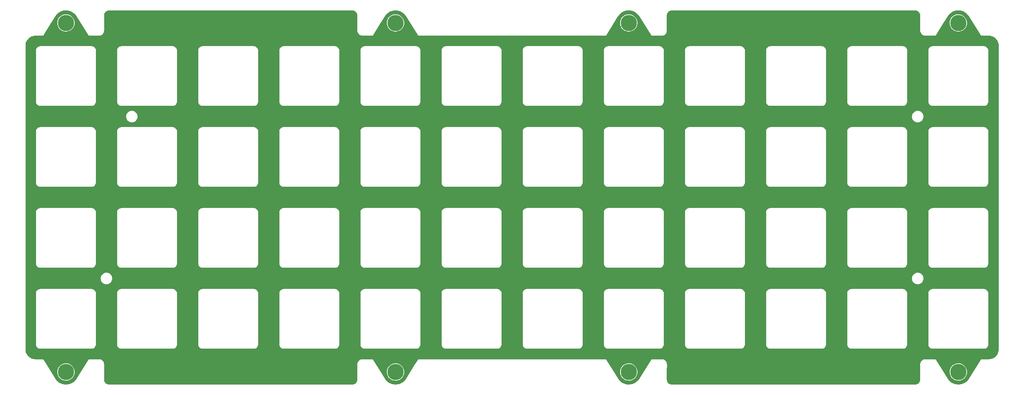
<source format=gbr>
G04 #@! TF.GenerationSoftware,KiCad,Pcbnew,(6.0.5-0)*
G04 #@! TF.CreationDate,2022-06-14T17:56:36-05:00*
G04 #@! TF.ProjectId,plate,706c6174-652e-46b6-9963-61645f706362,rev?*
G04 #@! TF.SameCoordinates,Original*
G04 #@! TF.FileFunction,Copper,L1,Top*
G04 #@! TF.FilePolarity,Positive*
%FSLAX46Y46*%
G04 Gerber Fmt 4.6, Leading zero omitted, Abs format (unit mm)*
G04 Created by KiCad (PCBNEW (6.0.5-0)) date 2022-06-14 17:56:36*
%MOMM*%
%LPD*%
G01*
G04 APERTURE LIST*
G04 #@! TA.AperFunction,ComponentPad*
%ADD10C,3.800000*%
G04 #@! TD*
G04 #@! TA.AperFunction,ViaPad*
%ADD11C,0.500000*%
G04 #@! TD*
G04 APERTURE END LIST*
D10*
X365520998Y-119657745D03*
X288130308Y-119657745D03*
X233362696Y-119657745D03*
X155972006Y-119657745D03*
X365520998Y-37504539D03*
X288130308Y-37504539D03*
X233362696Y-37504719D03*
X155972006Y-37504719D03*
D11*
X363122182Y-59537560D03*
G04 #@! TA.AperFunction,Conductor*
G36*
X298272993Y-34553188D02*
G01*
X298273335Y-34553139D01*
X355393951Y-34553139D01*
X355394427Y-34553160D01*
X355399450Y-34555240D01*
X355403514Y-34553556D01*
X355404930Y-34553618D01*
X355590833Y-34569879D01*
X355612458Y-34573692D01*
X355787371Y-34620564D01*
X355808014Y-34628078D01*
X355972121Y-34704615D01*
X355991146Y-34715601D01*
X356139470Y-34819483D01*
X356156294Y-34833604D01*
X356284325Y-34961672D01*
X356298431Y-34978488D01*
X356330088Y-35023717D01*
X356402272Y-35126848D01*
X356413252Y-35145875D01*
X356489741Y-35310005D01*
X356497249Y-35330650D01*
X356544070Y-35505576D01*
X356547878Y-35527208D01*
X356553484Y-35591520D01*
X356564099Y-35713297D01*
X356564153Y-35714540D01*
X356562474Y-35718591D01*
X356564547Y-35723601D01*
X356564575Y-35724238D01*
X356564575Y-35739956D01*
X356564523Y-35740925D01*
X356564575Y-35741288D01*
X356564575Y-39281060D01*
X356564128Y-39286145D01*
X356562474Y-39290135D01*
X356560836Y-39290134D01*
X356575803Y-39481004D01*
X356620450Y-39667181D01*
X356693677Y-39844079D01*
X356793681Y-40007341D01*
X356917997Y-40152945D01*
X357063564Y-40277305D01*
X357067788Y-40279894D01*
X357067792Y-40279897D01*
X357222572Y-40374768D01*
X357226796Y-40377357D01*
X357231855Y-40379453D01*
X357399095Y-40448741D01*
X357399102Y-40448743D01*
X357403673Y-40450637D01*
X357408490Y-40451794D01*
X357408491Y-40451794D01*
X357425803Y-40455951D01*
X357589836Y-40495340D01*
X357594766Y-40495728D01*
X357594772Y-40495729D01*
X357685434Y-40502865D01*
X357780701Y-40510364D01*
X357780701Y-40508705D01*
X357785406Y-40506757D01*
X357786865Y-40506605D01*
X358286524Y-40506640D01*
X360142684Y-40506770D01*
X360142685Y-40506770D01*
X360161057Y-40506771D01*
X360169387Y-40508166D01*
X360175622Y-40503719D01*
X360182696Y-40500790D01*
X360185928Y-40492989D01*
X360187637Y-40490255D01*
X360187865Y-40490071D01*
X360189518Y-40487245D01*
X362066963Y-37483226D01*
X363485865Y-37483226D01*
X363501802Y-37759623D01*
X363502629Y-37763837D01*
X363502629Y-37763839D01*
X363513417Y-37818825D01*
X363555102Y-38031299D01*
X363556488Y-38035347D01*
X363577593Y-38096988D01*
X363644781Y-38293228D01*
X363769177Y-38540563D01*
X363771603Y-38544092D01*
X363771606Y-38544098D01*
X363809142Y-38598713D01*
X363925990Y-38768727D01*
X364112317Y-38973498D01*
X364160897Y-39014117D01*
X364321419Y-39148335D01*
X364321424Y-39148339D01*
X364324711Y-39151087D01*
X364379095Y-39185202D01*
X364555601Y-39295924D01*
X364555605Y-39295926D01*
X364559241Y-39298207D01*
X364563151Y-39299972D01*
X364563152Y-39299973D01*
X364807656Y-39410371D01*
X364807660Y-39410373D01*
X364811568Y-39412137D01*
X364878077Y-39431838D01*
X365072910Y-39489551D01*
X365072915Y-39489552D01*
X365077023Y-39490769D01*
X365081257Y-39491417D01*
X365081262Y-39491418D01*
X365346451Y-39531997D01*
X365346453Y-39531997D01*
X365350693Y-39532646D01*
X365491603Y-39534860D01*
X365623223Y-39536928D01*
X365623229Y-39536928D01*
X365627514Y-39536995D01*
X365902365Y-39503734D01*
X366170158Y-39433480D01*
X366174118Y-39431840D01*
X366174123Y-39431838D01*
X366298049Y-39380506D01*
X366425940Y-39327532D01*
X366664975Y-39187851D01*
X366882843Y-39017021D01*
X366922182Y-38976427D01*
X367072527Y-38821282D01*
X367075510Y-38818204D01*
X367078043Y-38814756D01*
X367078047Y-38814751D01*
X367236874Y-38598533D01*
X367239412Y-38595078D01*
X367267092Y-38544098D01*
X367369466Y-38355548D01*
X367369467Y-38355546D01*
X367371516Y-38351772D01*
X367469378Y-38092790D01*
X367531186Y-37822921D01*
X367536836Y-37759623D01*
X367555577Y-37549627D01*
X367555797Y-37547162D01*
X367556243Y-37504539D01*
X367537413Y-37228325D01*
X367533081Y-37207404D01*
X367482139Y-36961418D01*
X367481270Y-36957221D01*
X367388854Y-36696246D01*
X367261874Y-36450227D01*
X367251771Y-36435851D01*
X367105147Y-36227228D01*
X367105146Y-36227227D01*
X367102680Y-36223718D01*
X366914219Y-36020909D01*
X366900509Y-36009687D01*
X366703295Y-35848270D01*
X366699977Y-35845554D01*
X366506191Y-35726802D01*
X366467581Y-35703142D01*
X366467580Y-35703142D01*
X366463919Y-35700898D01*
X366459983Y-35699170D01*
X366214341Y-35591340D01*
X366214337Y-35591339D01*
X366210413Y-35589616D01*
X365944149Y-35513769D01*
X365729408Y-35483207D01*
X365674308Y-35475365D01*
X365674306Y-35475365D01*
X365670056Y-35474760D01*
X365665767Y-35474738D01*
X365665760Y-35474737D01*
X365397490Y-35473332D01*
X365397483Y-35473332D01*
X365393204Y-35473310D01*
X365388960Y-35473869D01*
X365388956Y-35473869D01*
X365285109Y-35487541D01*
X365118717Y-35509447D01*
X365114577Y-35510580D01*
X365114575Y-35510580D01*
X365051169Y-35527926D01*
X364851674Y-35582502D01*
X364597016Y-35691122D01*
X364453738Y-35776872D01*
X364363138Y-35831095D01*
X364363134Y-35831098D01*
X364359456Y-35833299D01*
X364356113Y-35835977D01*
X364356109Y-35835980D01*
X364250761Y-35920381D01*
X364143390Y-36006401D01*
X363952815Y-36207225D01*
X363791258Y-36432055D01*
X363661709Y-36676730D01*
X363566565Y-36936724D01*
X363507586Y-37207224D01*
X363507250Y-37211492D01*
X363507250Y-37211493D01*
X363506242Y-37224308D01*
X363485865Y-37483226D01*
X362066963Y-37483226D01*
X363155905Y-35740858D01*
X363158699Y-35737012D01*
X363161827Y-35735160D01*
X363162798Y-35731370D01*
X363166220Y-35726660D01*
X363362584Y-35492602D01*
X363371957Y-35482593D01*
X363594501Y-35269530D01*
X363604927Y-35260586D01*
X363653582Y-35223250D01*
X363849331Y-35073037D01*
X363860672Y-35065279D01*
X364124047Y-34905461D01*
X364136165Y-34898984D01*
X364415374Y-34768796D01*
X364428127Y-34763676D01*
X364719859Y-34664666D01*
X364733092Y-34660966D01*
X365033869Y-34594313D01*
X365047427Y-34592076D01*
X365353676Y-34558572D01*
X365367397Y-34557825D01*
X365521430Y-34557847D01*
X365675463Y-34557870D01*
X365689184Y-34558621D01*
X365995422Y-34592214D01*
X366008979Y-34594455D01*
X366309738Y-34661196D01*
X366322973Y-34664900D01*
X366614676Y-34763996D01*
X366627414Y-34769113D01*
X366906604Y-34899391D01*
X366918703Y-34905862D01*
X367038295Y-34978480D01*
X367182042Y-35065766D01*
X367193380Y-35073528D01*
X367437734Y-35261150D01*
X367448161Y-35270101D01*
X367522752Y-35341556D01*
X367660499Y-35473512D01*
X367670619Y-35483207D01*
X367680009Y-35493239D01*
X367876293Y-35727341D01*
X367879714Y-35732050D01*
X367880686Y-35735851D01*
X367883828Y-35737713D01*
X367886578Y-35741499D01*
X370847555Y-40477411D01*
X370847556Y-40477412D01*
X370857296Y-40492990D01*
X370860526Y-40500789D01*
X370867604Y-40503721D01*
X370873841Y-40508167D01*
X370882164Y-40506772D01*
X370885400Y-40506772D01*
X370885677Y-40506868D01*
X370888942Y-40506772D01*
X372660858Y-40506776D01*
X372660858Y-40506836D01*
X372660962Y-40506819D01*
X372665930Y-40508877D01*
X372670356Y-40507044D01*
X372836490Y-40517095D01*
X372942278Y-40523495D01*
X372957382Y-40525329D01*
X373222202Y-40573862D01*
X373236975Y-40577503D01*
X373381282Y-40622471D01*
X373494026Y-40657604D01*
X373508246Y-40662998D01*
X373753756Y-40773494D01*
X373767225Y-40780562D01*
X373997633Y-40919848D01*
X374010156Y-40928492D01*
X374222092Y-41094533D01*
X374233480Y-41104622D01*
X374423856Y-41294994D01*
X374433946Y-41306383D01*
X374599988Y-41518317D01*
X374608630Y-41530838D01*
X374747922Y-41761247D01*
X374754986Y-41774703D01*
X374865494Y-42020231D01*
X374870886Y-42034449D01*
X374950987Y-42291485D01*
X374954629Y-42306258D01*
X375003169Y-42571095D01*
X375005002Y-42586191D01*
X375021452Y-42858039D01*
X375018939Y-42858191D01*
X375019719Y-42862223D01*
X375019589Y-42862537D01*
X375019947Y-42863401D01*
X375020761Y-42867609D01*
X375021690Y-42867609D01*
X375021690Y-42884000D01*
X375021641Y-42884908D01*
X375021690Y-42885246D01*
X375021690Y-114295071D01*
X375021630Y-114295071D01*
X375021647Y-114295175D01*
X375019589Y-114300143D01*
X375021422Y-114304569D01*
X375020622Y-114317798D01*
X375020621Y-114317799D01*
X375004969Y-114576488D01*
X375003135Y-114591592D01*
X374954600Y-114856417D01*
X374950958Y-114871190D01*
X374870860Y-115128221D01*
X374865465Y-115142447D01*
X374754968Y-115387956D01*
X374747897Y-115401428D01*
X374608610Y-115631833D01*
X374599971Y-115644349D01*
X374433928Y-115856286D01*
X374423838Y-115867675D01*
X374233461Y-116058051D01*
X374222072Y-116068140D01*
X374010144Y-116234174D01*
X373997623Y-116242817D01*
X373767218Y-116382103D01*
X373753747Y-116389173D01*
X373651605Y-116435144D01*
X373508242Y-116499667D01*
X373494019Y-116505062D01*
X373383680Y-116539446D01*
X373236969Y-116585164D01*
X373222196Y-116588805D01*
X372957379Y-116637337D01*
X372942275Y-116639171D01*
X372670326Y-116655624D01*
X372670176Y-116653138D01*
X372666185Y-116653909D01*
X372665930Y-116653803D01*
X372665229Y-116654093D01*
X372660856Y-116654938D01*
X372660856Y-116655905D01*
X372655843Y-116655905D01*
X372644832Y-116655906D01*
X372644518Y-116655906D01*
X372643574Y-116655855D01*
X372643221Y-116655906D01*
X371934826Y-116655950D01*
X370882159Y-116656016D01*
X370873837Y-116654622D01*
X370867603Y-116659068D01*
X370860525Y-116662000D01*
X370857296Y-116669798D01*
X370855584Y-116672537D01*
X370855357Y-116672720D01*
X370853717Y-116675525D01*
X367887529Y-121421259D01*
X367887311Y-121421607D01*
X367884526Y-121425440D01*
X367881394Y-121427296D01*
X367880422Y-121431090D01*
X367877016Y-121435779D01*
X367680664Y-121669915D01*
X367671276Y-121679944D01*
X367637300Y-121712487D01*
X367448748Y-121893086D01*
X367438331Y-121902027D01*
X367289367Y-122016394D01*
X367193921Y-122089673D01*
X367182584Y-122097432D01*
X366919218Y-122257343D01*
X366907104Y-122263823D01*
X366627876Y-122394118D01*
X366615128Y-122399240D01*
X366613542Y-122399779D01*
X366323370Y-122498363D01*
X366310151Y-122502063D01*
X366165373Y-122534198D01*
X366009353Y-122568828D01*
X365995801Y-122571070D01*
X365689500Y-122604693D01*
X365675793Y-122605445D01*
X365522210Y-122605482D01*
X365367662Y-122605520D01*
X365353945Y-122604774D01*
X365082957Y-122575164D01*
X365047652Y-122571306D01*
X365034097Y-122569072D01*
X365032996Y-122568828D01*
X364934107Y-122546930D01*
X364733254Y-122502452D01*
X364720023Y-122498755D01*
X364428223Y-122399779D01*
X364415473Y-122394663D01*
X364136195Y-122264513D01*
X364124077Y-122258040D01*
X364016521Y-122192807D01*
X363860615Y-122098249D01*
X363849278Y-122090498D01*
X363848203Y-122089673D01*
X363604772Y-121902969D01*
X363594347Y-121894028D01*
X363593361Y-121893084D01*
X363507129Y-121810572D01*
X363371730Y-121681013D01*
X363362336Y-121670989D01*
X363361439Y-121669920D01*
X363165887Y-121436974D01*
X363162447Y-121432238D01*
X363161479Y-121428464D01*
X363158368Y-121426624D01*
X363155537Y-121422727D01*
X362039929Y-119636432D01*
X363485865Y-119636432D01*
X363501802Y-119912829D01*
X363502629Y-119917043D01*
X363502629Y-119917045D01*
X363514220Y-119976127D01*
X363555102Y-120184505D01*
X363644781Y-120446434D01*
X363769177Y-120693769D01*
X363771603Y-120697298D01*
X363771606Y-120697304D01*
X363852184Y-120814545D01*
X363925990Y-120921933D01*
X364112317Y-121126704D01*
X364164370Y-121170227D01*
X364321419Y-121301541D01*
X364321424Y-121301545D01*
X364324711Y-121304293D01*
X364379095Y-121338408D01*
X364555601Y-121449130D01*
X364555605Y-121449132D01*
X364559241Y-121451413D01*
X364563151Y-121453178D01*
X364563152Y-121453179D01*
X364807656Y-121563577D01*
X364807660Y-121563579D01*
X364811568Y-121565343D01*
X364815687Y-121566563D01*
X365072910Y-121642757D01*
X365072915Y-121642758D01*
X365077023Y-121643975D01*
X365081257Y-121644623D01*
X365081262Y-121644624D01*
X365346451Y-121685203D01*
X365346453Y-121685203D01*
X365350693Y-121685852D01*
X365491603Y-121688066D01*
X365623223Y-121690134D01*
X365623229Y-121690134D01*
X365627514Y-121690201D01*
X365902365Y-121656940D01*
X366170158Y-121586686D01*
X366174118Y-121585046D01*
X366174123Y-121585044D01*
X366298049Y-121533712D01*
X366425940Y-121480738D01*
X366664975Y-121341057D01*
X366882843Y-121170227D01*
X367075510Y-120971410D01*
X367078043Y-120967962D01*
X367078047Y-120967957D01*
X367236874Y-120751739D01*
X367239412Y-120748284D01*
X367371516Y-120504978D01*
X367469378Y-120245996D01*
X367531186Y-119976127D01*
X367536836Y-119912829D01*
X367555577Y-119702833D01*
X367555797Y-119700368D01*
X367556243Y-119657745D01*
X367537413Y-119381531D01*
X367481270Y-119110427D01*
X367388854Y-118849452D01*
X367261874Y-118603433D01*
X367251771Y-118589057D01*
X367105147Y-118380434D01*
X367105146Y-118380433D01*
X367102680Y-118376924D01*
X366914219Y-118174115D01*
X366900289Y-118162713D01*
X366703295Y-118001476D01*
X366699977Y-117998760D01*
X366487330Y-117868450D01*
X366467581Y-117856348D01*
X366467580Y-117856348D01*
X366463919Y-117854104D01*
X366459983Y-117852376D01*
X366214341Y-117744546D01*
X366214337Y-117744545D01*
X366210413Y-117742822D01*
X365944149Y-117666975D01*
X365741106Y-117638078D01*
X365674308Y-117628571D01*
X365674306Y-117628571D01*
X365670056Y-117627966D01*
X365665767Y-117627944D01*
X365665760Y-117627943D01*
X365397490Y-117626538D01*
X365397483Y-117626538D01*
X365393204Y-117626516D01*
X365388960Y-117627075D01*
X365388956Y-117627075D01*
X365268254Y-117642966D01*
X365118717Y-117662653D01*
X365114577Y-117663786D01*
X365114575Y-117663786D01*
X365030688Y-117686735D01*
X364851674Y-117735708D01*
X364597016Y-117844328D01*
X364453738Y-117930078D01*
X364363138Y-117984301D01*
X364363134Y-117984304D01*
X364359456Y-117986505D01*
X364356113Y-117989183D01*
X364356109Y-117989186D01*
X364344159Y-117998760D01*
X364143390Y-118159607D01*
X363952815Y-118360431D01*
X363791258Y-118585261D01*
X363661709Y-118829936D01*
X363566565Y-119089930D01*
X363507586Y-119360430D01*
X363485865Y-119636432D01*
X362039929Y-119636432D01*
X360187158Y-116669801D01*
X360183925Y-116661998D01*
X360176855Y-116659070D01*
X360170624Y-116654624D01*
X360162291Y-116656017D01*
X360159077Y-116656017D01*
X360158797Y-116655920D01*
X360155497Y-116656017D01*
X358703770Y-116656119D01*
X357793713Y-116656183D01*
X357788313Y-116655709D01*
X357784386Y-116654083D01*
X357784386Y-116652399D01*
X357768380Y-116653659D01*
X357768379Y-116653659D01*
X357598453Y-116667037D01*
X357598447Y-116667038D01*
X357593518Y-116667426D01*
X357588711Y-116668580D01*
X357588707Y-116668581D01*
X357500435Y-116689778D01*
X357407352Y-116712131D01*
X357402782Y-116714024D01*
X357402780Y-116714025D01*
X357235048Y-116783517D01*
X357235042Y-116783520D01*
X357230473Y-116785413D01*
X357198780Y-116804839D01*
X357071462Y-116882879D01*
X357071461Y-116882880D01*
X357067239Y-116885468D01*
X356921670Y-117009830D01*
X356797351Y-117155436D01*
X356697346Y-117318701D01*
X356695451Y-117323280D01*
X356633034Y-117474062D01*
X356624117Y-117495602D01*
X356622962Y-117500417D01*
X356622961Y-117500421D01*
X356580621Y-117676971D01*
X356580620Y-117676977D01*
X356579468Y-117681781D01*
X356579081Y-117686714D01*
X356579081Y-117686715D01*
X356565954Y-117854104D01*
X356564499Y-117872653D01*
X356566159Y-117872653D01*
X356568104Y-117877344D01*
X356568260Y-117878846D01*
X356568260Y-121438184D01*
X356568239Y-121438662D01*
X356566159Y-121443684D01*
X356567843Y-121447748D01*
X356567781Y-121449162D01*
X356551519Y-121635070D01*
X356551485Y-121635453D01*
X356547673Y-121657075D01*
X356512909Y-121786819D01*
X356500703Y-121832373D01*
X356493191Y-121853011D01*
X356416495Y-122017489D01*
X356405513Y-122036510D01*
X356301427Y-122185161D01*
X356287309Y-122201987D01*
X356158981Y-122330314D01*
X356142156Y-122344431D01*
X355993506Y-122448516D01*
X355974484Y-122459499D01*
X355810005Y-122536194D01*
X355789366Y-122543705D01*
X355614076Y-122590671D01*
X355592447Y-122594485D01*
X355406075Y-122610788D01*
X355404735Y-122610846D01*
X355400678Y-122609166D01*
X355395667Y-122611242D01*
X355395087Y-122611267D01*
X355394341Y-122611267D01*
X355379215Y-122611266D01*
X355378307Y-122611217D01*
X355377968Y-122611266D01*
X298259555Y-122609144D01*
X298259321Y-122609134D01*
X298254227Y-122607043D01*
X298250149Y-122608747D01*
X298248948Y-122608696D01*
X298062410Y-122592929D01*
X298040728Y-122589168D01*
X297887150Y-122548445D01*
X297865321Y-122542657D01*
X297844630Y-122535183D01*
X297679991Y-122458861D01*
X297660911Y-122447897D01*
X297512066Y-122344095D01*
X297495184Y-122329979D01*
X297420337Y-122255364D01*
X297366669Y-122201862D01*
X297352501Y-122185025D01*
X297320602Y-122139585D01*
X297248237Y-122036503D01*
X297237215Y-122017456D01*
X297160385Y-121853060D01*
X297152844Y-121832386D01*
X297105790Y-121657132D01*
X297101961Y-121635462D01*
X297095660Y-121563577D01*
X297085648Y-121449360D01*
X297085579Y-121447751D01*
X297087264Y-121443684D01*
X297085187Y-121438672D01*
X297085168Y-121438223D01*
X297085170Y-121437078D01*
X297085186Y-121422720D01*
X297085187Y-121421878D01*
X297085225Y-121421177D01*
X297085188Y-121420918D01*
X297087195Y-119640712D01*
X297089177Y-117881952D01*
X297089649Y-117876606D01*
X297091288Y-117872653D01*
X297092976Y-117872653D01*
X297078006Y-117681780D01*
X297034515Y-117500431D01*
X297034511Y-117500413D01*
X297034509Y-117500407D01*
X297033356Y-117495599D01*
X297031465Y-117491031D01*
X297031463Y-117491025D01*
X296962018Y-117323273D01*
X296962018Y-117323272D01*
X296960124Y-117318698D01*
X296862701Y-117159653D01*
X296862699Y-117159651D01*
X296860116Y-117155434D01*
X296735793Y-117009828D01*
X296590220Y-116885469D01*
X296586003Y-116882884D01*
X296585997Y-116882880D01*
X296431202Y-116788004D01*
X296431196Y-116788001D01*
X296426982Y-116785418D01*
X296422421Y-116783528D01*
X296422414Y-116783525D01*
X296254667Y-116714033D01*
X296254663Y-116714032D01*
X296250099Y-116712141D01*
X296093423Y-116674524D01*
X296068741Y-116668598D01*
X296068740Y-116668598D01*
X296063930Y-116667443D01*
X296059001Y-116667055D01*
X296059000Y-116667055D01*
X295921073Y-116656202D01*
X295873060Y-116652424D01*
X295873060Y-116654083D01*
X295868358Y-116656030D01*
X295866891Y-116656183D01*
X295364190Y-116656148D01*
X293509848Y-116656018D01*
X293509847Y-116656018D01*
X293491474Y-116656017D01*
X293483147Y-116654622D01*
X293476912Y-116659068D01*
X293469837Y-116661998D01*
X293466606Y-116669798D01*
X293464897Y-116672532D01*
X293464669Y-116672716D01*
X293463019Y-116675537D01*
X290496618Y-121421611D01*
X290493836Y-121425440D01*
X290490704Y-121427296D01*
X290489733Y-121431089D01*
X290486315Y-121435794D01*
X290289970Y-121669920D01*
X290280582Y-121679949D01*
X290058061Y-121893084D01*
X290047636Y-121902032D01*
X289803230Y-122089677D01*
X289791899Y-122097432D01*
X289722471Y-122139588D01*
X289528527Y-122257347D01*
X289516413Y-122263827D01*
X289237185Y-122394123D01*
X289224442Y-122399243D01*
X288932673Y-122498370D01*
X288919462Y-122502068D01*
X288618661Y-122568835D01*
X288605107Y-122571077D01*
X288298806Y-122604701D01*
X288285099Y-122605453D01*
X288131558Y-122605491D01*
X287976967Y-122605529D01*
X287963250Y-122604783D01*
X287747579Y-122581217D01*
X287656954Y-122571315D01*
X287643407Y-122569082D01*
X287460081Y-122528486D01*
X287342557Y-122502461D01*
X287329326Y-122498764D01*
X287037526Y-122399788D01*
X287024776Y-122394672D01*
X286839861Y-122308498D01*
X286745487Y-122264517D01*
X286733381Y-122258050D01*
X286469914Y-122098259D01*
X286458578Y-122090508D01*
X286457495Y-122089677D01*
X286214074Y-121902981D01*
X286203663Y-121894054D01*
X285981024Y-121681018D01*
X285971635Y-121670998D01*
X285775265Y-121437078D01*
X285771762Y-121432257D01*
X285770789Y-121428464D01*
X285767663Y-121426615D01*
X285764899Y-121422810D01*
X284649239Y-119636432D01*
X286095175Y-119636432D01*
X286111112Y-119912829D01*
X286111939Y-119917043D01*
X286111939Y-119917045D01*
X286123530Y-119976127D01*
X286164412Y-120184505D01*
X286254091Y-120446434D01*
X286378487Y-120693769D01*
X286380913Y-120697298D01*
X286380916Y-120697304D01*
X286461494Y-120814545D01*
X286535300Y-120921933D01*
X286721627Y-121126704D01*
X286773680Y-121170227D01*
X286930729Y-121301541D01*
X286930734Y-121301545D01*
X286934021Y-121304293D01*
X286988405Y-121338408D01*
X287164911Y-121449130D01*
X287164915Y-121449132D01*
X287168551Y-121451413D01*
X287172461Y-121453178D01*
X287172462Y-121453179D01*
X287416966Y-121563577D01*
X287416970Y-121563579D01*
X287420878Y-121565343D01*
X287424997Y-121566563D01*
X287682220Y-121642757D01*
X287682225Y-121642758D01*
X287686333Y-121643975D01*
X287690567Y-121644623D01*
X287690572Y-121644624D01*
X287955761Y-121685203D01*
X287955763Y-121685203D01*
X287960003Y-121685852D01*
X288100913Y-121688066D01*
X288232533Y-121690134D01*
X288232539Y-121690134D01*
X288236824Y-121690201D01*
X288511675Y-121656940D01*
X288779468Y-121586686D01*
X288783428Y-121585046D01*
X288783433Y-121585044D01*
X288907359Y-121533712D01*
X289035250Y-121480738D01*
X289274285Y-121341057D01*
X289492153Y-121170227D01*
X289684820Y-120971410D01*
X289687353Y-120967962D01*
X289687357Y-120967957D01*
X289846184Y-120751739D01*
X289848722Y-120748284D01*
X289980826Y-120504978D01*
X290078688Y-120245996D01*
X290140496Y-119976127D01*
X290146146Y-119912829D01*
X290164887Y-119702833D01*
X290165107Y-119700368D01*
X290165553Y-119657745D01*
X290146723Y-119381531D01*
X290090580Y-119110427D01*
X289998164Y-118849452D01*
X289871184Y-118603433D01*
X289861081Y-118589057D01*
X289714457Y-118380434D01*
X289714456Y-118380433D01*
X289711990Y-118376924D01*
X289523529Y-118174115D01*
X289509599Y-118162713D01*
X289312605Y-118001476D01*
X289309287Y-117998760D01*
X289096640Y-117868450D01*
X289076891Y-117856348D01*
X289076890Y-117856348D01*
X289073229Y-117854104D01*
X289069293Y-117852376D01*
X288823651Y-117744546D01*
X288823647Y-117744545D01*
X288819723Y-117742822D01*
X288553459Y-117666975D01*
X288350416Y-117638078D01*
X288283618Y-117628571D01*
X288283616Y-117628571D01*
X288279366Y-117627966D01*
X288275077Y-117627944D01*
X288275070Y-117627943D01*
X288006800Y-117626538D01*
X288006793Y-117626538D01*
X288002514Y-117626516D01*
X287998270Y-117627075D01*
X287998266Y-117627075D01*
X287877564Y-117642966D01*
X287728027Y-117662653D01*
X287723887Y-117663786D01*
X287723885Y-117663786D01*
X287639998Y-117686735D01*
X287460984Y-117735708D01*
X287206326Y-117844328D01*
X287063048Y-117930078D01*
X286972448Y-117984301D01*
X286972444Y-117984304D01*
X286968766Y-117986505D01*
X286965423Y-117989183D01*
X286965419Y-117989186D01*
X286953469Y-117998760D01*
X286752700Y-118159607D01*
X286562125Y-118360431D01*
X286400568Y-118585261D01*
X286271019Y-118829936D01*
X286175875Y-119089930D01*
X286116896Y-119360430D01*
X286095175Y-119636432D01*
X284649239Y-119636432D01*
X283201728Y-117318698D01*
X282796468Y-116669801D01*
X282793236Y-116661999D01*
X282786164Y-116659070D01*
X282779934Y-116654624D01*
X282771604Y-116656016D01*
X282768385Y-116656016D01*
X282768109Y-116655920D01*
X282764822Y-116656016D01*
X270893549Y-116656021D01*
X238723869Y-116656035D01*
X238715546Y-116654638D01*
X238709305Y-116659085D01*
X238702224Y-116662018D01*
X238698995Y-116669815D01*
X238697280Y-116672557D01*
X238697050Y-116672742D01*
X238695419Y-116675531D01*
X237865928Y-118001476D01*
X235726561Y-121421264D01*
X235723773Y-121425098D01*
X235720642Y-121426952D01*
X235719670Y-121430742D01*
X235716252Y-121435443D01*
X235519941Y-121669334D01*
X235510547Y-121679361D01*
X235288087Y-121892257D01*
X235277658Y-121901201D01*
X235033337Y-122088612D01*
X235021996Y-122096367D01*
X234758728Y-122256059D01*
X234746609Y-122262534D01*
X234467511Y-122392614D01*
X234454760Y-122397730D01*
X234353124Y-122432208D01*
X234163160Y-122496649D01*
X234149941Y-122500343D01*
X233967027Y-122540852D01*
X233849300Y-122566924D01*
X233835744Y-122569159D01*
X233529650Y-122602609D01*
X233515931Y-122603355D01*
X233362035Y-122603317D01*
X233208001Y-122603279D01*
X233194310Y-122602528D01*
X232888195Y-122568922D01*
X232874668Y-122566685D01*
X232713470Y-122530901D01*
X232574048Y-122499951D01*
X232560818Y-122496246D01*
X232269284Y-122397189D01*
X232256535Y-122392067D01*
X231977493Y-122261844D01*
X231965380Y-122255364D01*
X231702190Y-122095541D01*
X231690853Y-122087780D01*
X231498250Y-121939889D01*
X231446625Y-121900248D01*
X231436201Y-121891299D01*
X231385806Y-121843022D01*
X231248415Y-121711407D01*
X231213852Y-121678297D01*
X231204463Y-121668266D01*
X231008234Y-121434238D01*
X231004842Y-121429568D01*
X231003874Y-121425785D01*
X231000749Y-121423933D01*
X230997939Y-121420065D01*
X229883101Y-119636432D01*
X231327563Y-119636432D01*
X231343500Y-119912829D01*
X231344327Y-119917043D01*
X231344327Y-119917045D01*
X231355918Y-119976127D01*
X231396800Y-120184505D01*
X231486479Y-120446434D01*
X231610875Y-120693769D01*
X231613301Y-120697298D01*
X231613304Y-120697304D01*
X231693882Y-120814545D01*
X231767688Y-120921933D01*
X231954015Y-121126704D01*
X232006068Y-121170227D01*
X232163117Y-121301541D01*
X232163122Y-121301545D01*
X232166409Y-121304293D01*
X232220793Y-121338408D01*
X232397299Y-121449130D01*
X232397303Y-121449132D01*
X232400939Y-121451413D01*
X232404849Y-121453178D01*
X232404850Y-121453179D01*
X232649354Y-121563577D01*
X232649358Y-121563579D01*
X232653266Y-121565343D01*
X232657385Y-121566563D01*
X232914608Y-121642757D01*
X232914613Y-121642758D01*
X232918721Y-121643975D01*
X232922955Y-121644623D01*
X232922960Y-121644624D01*
X233188149Y-121685203D01*
X233188151Y-121685203D01*
X233192391Y-121685852D01*
X233333301Y-121688066D01*
X233464921Y-121690134D01*
X233464927Y-121690134D01*
X233469212Y-121690201D01*
X233744063Y-121656940D01*
X234011856Y-121586686D01*
X234015816Y-121585046D01*
X234015821Y-121585044D01*
X234139747Y-121533712D01*
X234267638Y-121480738D01*
X234506673Y-121341057D01*
X234724541Y-121170227D01*
X234917208Y-120971410D01*
X234919741Y-120967962D01*
X234919745Y-120967957D01*
X235078572Y-120751739D01*
X235081110Y-120748284D01*
X235213214Y-120504978D01*
X235311076Y-120245996D01*
X235372884Y-119976127D01*
X235378534Y-119912829D01*
X235397275Y-119702833D01*
X235397495Y-119700368D01*
X235397941Y-119657745D01*
X235379111Y-119381531D01*
X235322968Y-119110427D01*
X235230552Y-118849452D01*
X235103572Y-118603433D01*
X235093469Y-118589057D01*
X234946845Y-118380434D01*
X234946844Y-118380433D01*
X234944378Y-118376924D01*
X234755917Y-118174115D01*
X234741987Y-118162713D01*
X234544993Y-118001476D01*
X234541675Y-117998760D01*
X234329028Y-117868450D01*
X234309279Y-117856348D01*
X234309278Y-117856348D01*
X234305617Y-117854104D01*
X234301681Y-117852376D01*
X234056039Y-117744546D01*
X234056035Y-117744545D01*
X234052111Y-117742822D01*
X233785847Y-117666975D01*
X233582804Y-117638078D01*
X233516006Y-117628571D01*
X233516004Y-117628571D01*
X233511754Y-117627966D01*
X233507465Y-117627944D01*
X233507458Y-117627943D01*
X233239188Y-117626538D01*
X233239181Y-117626538D01*
X233234902Y-117626516D01*
X233230658Y-117627075D01*
X233230654Y-117627075D01*
X233109952Y-117642966D01*
X232960415Y-117662653D01*
X232956275Y-117663786D01*
X232956273Y-117663786D01*
X232872386Y-117686735D01*
X232693372Y-117735708D01*
X232438714Y-117844328D01*
X232295436Y-117930078D01*
X232204836Y-117984301D01*
X232204832Y-117984304D01*
X232201154Y-117986505D01*
X232197811Y-117989183D01*
X232197807Y-117989186D01*
X232185857Y-117998760D01*
X231985088Y-118159607D01*
X231794513Y-118360431D01*
X231632956Y-118585261D01*
X231503407Y-118829936D01*
X231408263Y-119089930D01*
X231349284Y-119360430D01*
X231327563Y-119636432D01*
X229883101Y-119636432D01*
X228038594Y-116685399D01*
X228038593Y-116685398D01*
X228028855Y-116669818D01*
X228025623Y-116662017D01*
X228018550Y-116659088D01*
X228012313Y-116654640D01*
X228003982Y-116656036D01*
X228000766Y-116656036D01*
X228000486Y-116655939D01*
X227997208Y-116656036D01*
X226562668Y-116656137D01*
X225635530Y-116656202D01*
X225629979Y-116655715D01*
X225626084Y-116654102D01*
X225626084Y-116652397D01*
X225610078Y-116653657D01*
X225610077Y-116653657D01*
X225440149Y-116667035D01*
X225440143Y-116667036D01*
X225435214Y-116667424D01*
X225430407Y-116668578D01*
X225430403Y-116668579D01*
X225360415Y-116685386D01*
X225249046Y-116712130D01*
X225072166Y-116785414D01*
X225067948Y-116788000D01*
X225067945Y-116788001D01*
X224913158Y-116882879D01*
X224913157Y-116882880D01*
X224908930Y-116885471D01*
X224763361Y-117009836D01*
X224639042Y-117155445D01*
X224636450Y-117159676D01*
X224636449Y-117159678D01*
X224556662Y-117289939D01*
X224539038Y-117318713D01*
X224465810Y-117495616D01*
X224421163Y-117681798D01*
X224420776Y-117686735D01*
X224407538Y-117855574D01*
X224406197Y-117872673D01*
X224407857Y-117872672D01*
X224409801Y-117877362D01*
X224409958Y-117878867D01*
X224409958Y-121438212D01*
X224409938Y-121438662D01*
X224407857Y-121443691D01*
X224409542Y-121447756D01*
X224409481Y-121449162D01*
X224393263Y-121635067D01*
X224389454Y-121656701D01*
X224342625Y-121831628D01*
X224335116Y-121852271D01*
X224258624Y-122016394D01*
X224247645Y-122035420D01*
X224143801Y-122183779D01*
X224129687Y-122200605D01*
X224001667Y-122328662D01*
X223984842Y-122342783D01*
X223836516Y-122446669D01*
X223817498Y-122457653D01*
X223813540Y-122459499D01*
X223653387Y-122534198D01*
X223632746Y-122541712D01*
X223457836Y-122588592D01*
X223436206Y-122592407D01*
X223268982Y-122607044D01*
X223250462Y-122608665D01*
X223248909Y-122608733D01*
X223244831Y-122607044D01*
X223239792Y-122609131D01*
X223239476Y-122609145D01*
X223223350Y-122609145D01*
X223222451Y-122609097D01*
X223222117Y-122609145D01*
X166101502Y-122609145D01*
X166101034Y-122609125D01*
X166096011Y-122607044D01*
X166091948Y-122608727D01*
X166090520Y-122608665D01*
X165904635Y-122592401D01*
X165883001Y-122588586D01*
X165708091Y-122541712D01*
X165687449Y-122534198D01*
X165523337Y-122457657D01*
X165504314Y-122446672D01*
X165355990Y-122342793D01*
X165339164Y-122328671D01*
X165211136Y-122200610D01*
X165197018Y-122183780D01*
X165093177Y-122035430D01*
X165082197Y-122016405D01*
X165005697Y-121852271D01*
X164998188Y-121831626D01*
X164951360Y-121656704D01*
X164947551Y-121635070D01*
X164931362Y-121449497D01*
X164931288Y-121447789D01*
X164932986Y-121443691D01*
X164930888Y-121438623D01*
X164930885Y-121438547D01*
X164930885Y-121422297D01*
X164930936Y-121421344D01*
X164930885Y-121420989D01*
X164930885Y-117881932D01*
X164931353Y-117876612D01*
X164932986Y-117872672D01*
X164934657Y-117872673D01*
X164919690Y-117681800D01*
X164875043Y-117495619D01*
X164866121Y-117474065D01*
X164803708Y-117323296D01*
X164801813Y-117318718D01*
X164701807Y-117155453D01*
X164674533Y-117123509D01*
X164580704Y-117013617D01*
X164577486Y-117009848D01*
X164542396Y-116979871D01*
X164435686Y-116888710D01*
X164435683Y-116888708D01*
X164431914Y-116885488D01*
X164268677Y-116785437D01*
X164264098Y-116783540D01*
X164264096Y-116783539D01*
X164096368Y-116714054D01*
X164096367Y-116714054D01*
X164091796Y-116712160D01*
X163905627Y-116667461D01*
X163900700Y-116667073D01*
X163900698Y-116667073D01*
X163785968Y-116658046D01*
X163714758Y-116652443D01*
X163714758Y-116654102D01*
X163710056Y-116656049D01*
X163708588Y-116656202D01*
X163113705Y-116656160D01*
X161351535Y-116656037D01*
X161351534Y-116656037D01*
X161333962Y-116656036D01*
X161324856Y-116654507D01*
X161318176Y-116659267D01*
X161311535Y-116662017D01*
X161308465Y-116669427D01*
X161306425Y-116672689D01*
X161306284Y-116672802D01*
X161305276Y-116674524D01*
X158335875Y-121421259D01*
X158333083Y-121425099D01*
X158329952Y-121426952D01*
X158328979Y-121430744D01*
X158325565Y-121435440D01*
X158129251Y-121669336D01*
X158119857Y-121679363D01*
X158008627Y-121785812D01*
X157898387Y-121891313D01*
X157897397Y-121892260D01*
X157886971Y-121901201D01*
X157759904Y-121998671D01*
X157642643Y-122088619D01*
X157631301Y-122096374D01*
X157368040Y-122256061D01*
X157355922Y-122262536D01*
X157076810Y-122392624D01*
X157064077Y-122397732D01*
X156772477Y-122496652D01*
X156759246Y-122500350D01*
X156458598Y-122566933D01*
X156445055Y-122569166D01*
X156267387Y-122588582D01*
X156138956Y-122602617D01*
X156125237Y-122603363D01*
X155970748Y-122603325D01*
X155817315Y-122603287D01*
X155803605Y-122602535D01*
X155695532Y-122590671D01*
X155497513Y-122568932D01*
X155483958Y-122566690D01*
X155288944Y-122523400D01*
X155183357Y-122499962D01*
X155170131Y-122496258D01*
X154878578Y-122397195D01*
X154865830Y-122392073D01*
X154586797Y-122261855D01*
X154574681Y-122255374D01*
X154456783Y-122183780D01*
X154311490Y-122095551D01*
X154300153Y-122087790D01*
X154055930Y-121900262D01*
X154045505Y-121891313D01*
X153823146Y-121678303D01*
X153813757Y-121668271D01*
X153617601Y-121434330D01*
X153614158Y-121429590D01*
X153613184Y-121425785D01*
X153610041Y-121423922D01*
X153607305Y-121420155D01*
X152492441Y-119636432D01*
X153936873Y-119636432D01*
X153952810Y-119912829D01*
X153953637Y-119917043D01*
X153953637Y-119917045D01*
X153965228Y-119976127D01*
X154006110Y-120184505D01*
X154095789Y-120446434D01*
X154220185Y-120693769D01*
X154222611Y-120697298D01*
X154222614Y-120697304D01*
X154303192Y-120814545D01*
X154376998Y-120921933D01*
X154563325Y-121126704D01*
X154615378Y-121170227D01*
X154772427Y-121301541D01*
X154772432Y-121301545D01*
X154775719Y-121304293D01*
X154830103Y-121338408D01*
X155006609Y-121449130D01*
X155006613Y-121449132D01*
X155010249Y-121451413D01*
X155014159Y-121453178D01*
X155014160Y-121453179D01*
X155258664Y-121563577D01*
X155258668Y-121563579D01*
X155262576Y-121565343D01*
X155266695Y-121566563D01*
X155523918Y-121642757D01*
X155523923Y-121642758D01*
X155528031Y-121643975D01*
X155532265Y-121644623D01*
X155532270Y-121644624D01*
X155797459Y-121685203D01*
X155797461Y-121685203D01*
X155801701Y-121685852D01*
X155942611Y-121688066D01*
X156074231Y-121690134D01*
X156074237Y-121690134D01*
X156078522Y-121690201D01*
X156353373Y-121656940D01*
X156621166Y-121586686D01*
X156625126Y-121585046D01*
X156625131Y-121585044D01*
X156749057Y-121533712D01*
X156876948Y-121480738D01*
X157115983Y-121341057D01*
X157333851Y-121170227D01*
X157526518Y-120971410D01*
X157529051Y-120967962D01*
X157529055Y-120967957D01*
X157687882Y-120751739D01*
X157690420Y-120748284D01*
X157822524Y-120504978D01*
X157920386Y-120245996D01*
X157982194Y-119976127D01*
X157987844Y-119912829D01*
X158006585Y-119702833D01*
X158006805Y-119700368D01*
X158007251Y-119657745D01*
X157988421Y-119381531D01*
X157932278Y-119110427D01*
X157839862Y-118849452D01*
X157712882Y-118603433D01*
X157702779Y-118589057D01*
X157556155Y-118380434D01*
X157556154Y-118380433D01*
X157553688Y-118376924D01*
X157365227Y-118174115D01*
X157351297Y-118162713D01*
X157154303Y-118001476D01*
X157150985Y-117998760D01*
X156938338Y-117868450D01*
X156918589Y-117856348D01*
X156918588Y-117856348D01*
X156914927Y-117854104D01*
X156910991Y-117852376D01*
X156665349Y-117744546D01*
X156665345Y-117744545D01*
X156661421Y-117742822D01*
X156395157Y-117666975D01*
X156192114Y-117638078D01*
X156125316Y-117628571D01*
X156125314Y-117628571D01*
X156121064Y-117627966D01*
X156116775Y-117627944D01*
X156116768Y-117627943D01*
X155848498Y-117626538D01*
X155848491Y-117626538D01*
X155844212Y-117626516D01*
X155839968Y-117627075D01*
X155839964Y-117627075D01*
X155719262Y-117642966D01*
X155569725Y-117662653D01*
X155565585Y-117663786D01*
X155565583Y-117663786D01*
X155481696Y-117686735D01*
X155302682Y-117735708D01*
X155048024Y-117844328D01*
X154904746Y-117930078D01*
X154814146Y-117984301D01*
X154814142Y-117984304D01*
X154810464Y-117986505D01*
X154807121Y-117989183D01*
X154807117Y-117989186D01*
X154795167Y-117998760D01*
X154594398Y-118159607D01*
X154403823Y-118360431D01*
X154242266Y-118585261D01*
X154112717Y-118829936D01*
X154017573Y-119089930D01*
X153958594Y-119360430D01*
X153936873Y-119636432D01*
X152492441Y-119636432D01*
X151154387Y-117495616D01*
X150638164Y-116669686D01*
X150634934Y-116661887D01*
X150627858Y-116658956D01*
X150621623Y-116654510D01*
X150613299Y-116655904D01*
X150610066Y-116655904D01*
X150609789Y-116655808D01*
X150606532Y-116655904D01*
X148834885Y-116655904D01*
X148834885Y-116655867D01*
X148834821Y-116655877D01*
X148829842Y-116653815D01*
X148825416Y-116655648D01*
X148553488Y-116639204D01*
X148538388Y-116637370D01*
X148405976Y-116613107D01*
X148273567Y-116588844D01*
X148258793Y-116585203D01*
X148001752Y-116505108D01*
X147987525Y-116499713D01*
X147742009Y-116389218D01*
X147728536Y-116382147D01*
X147498126Y-116242861D01*
X147485604Y-116234217D01*
X147273672Y-116068180D01*
X147262283Y-116058090D01*
X147071913Y-115867720D01*
X147061822Y-115856331D01*
X146895777Y-115644388D01*
X146887134Y-115631866D01*
X146747852Y-115401462D01*
X146740781Y-115387989D01*
X146630286Y-115142473D01*
X146624891Y-115128246D01*
X146546661Y-114877187D01*
X146544796Y-114871203D01*
X146541156Y-114856433D01*
X146492629Y-114591611D01*
X146490795Y-114576506D01*
X146474351Y-114304579D01*
X146476847Y-114304428D01*
X146476073Y-114300424D01*
X146476183Y-114300157D01*
X146475879Y-114299423D01*
X146475040Y-114295084D01*
X146474082Y-114295084D01*
X146474082Y-114278733D01*
X146474132Y-114277799D01*
X146474082Y-114277450D01*
X146474082Y-113156700D01*
X148943083Y-113156700D01*
X148958723Y-113335460D01*
X148960149Y-113340780D01*
X148960149Y-113340782D01*
X149003742Y-113503471D01*
X149003743Y-113503473D01*
X149005167Y-113508788D01*
X149007492Y-113513774D01*
X149007493Y-113513776D01*
X149068197Y-113643952D01*
X149081004Y-113671417D01*
X149183930Y-113818407D01*
X149310817Y-113945290D01*
X149457809Y-114048212D01*
X149516870Y-114075751D01*
X149615452Y-114121718D01*
X149615455Y-114121719D01*
X149620441Y-114124044D01*
X149793771Y-114170483D01*
X149799251Y-114170962D01*
X149799255Y-114170963D01*
X149954842Y-114184570D01*
X149972531Y-114186117D01*
X149972531Y-114184301D01*
X149977270Y-114182338D01*
X149978657Y-114182200D01*
X161963384Y-114182200D01*
X161968518Y-114182639D01*
X161972531Y-114184301D01*
X161972531Y-114186147D01*
X161989032Y-114184703D01*
X162017632Y-114182200D01*
X162151289Y-114170503D01*
X162156667Y-114169062D01*
X162285640Y-114134500D01*
X162324614Y-114124056D01*
X162329624Y-114121720D01*
X162475192Y-114053836D01*
X162487241Y-114048217D01*
X162555168Y-114000652D01*
X162629721Y-113948448D01*
X162629725Y-113948445D01*
X162634229Y-113945291D01*
X162761111Y-113818405D01*
X162864032Y-113671415D01*
X162866366Y-113666410D01*
X162937540Y-113513774D01*
X162937543Y-113513766D01*
X162939866Y-113508785D01*
X162944902Y-113489992D01*
X162984882Y-113340780D01*
X162986308Y-113335458D01*
X163001947Y-113156700D01*
X167993183Y-113156700D01*
X167994606Y-113172967D01*
X167994606Y-113172968D01*
X167994895Y-113176273D01*
X168008822Y-113335458D01*
X168055265Y-113508783D01*
X168090685Y-113584742D01*
X168128774Y-113666424D01*
X168128775Y-113666425D01*
X168131100Y-113671411D01*
X168234024Y-113818400D01*
X168357019Y-113941395D01*
X168357025Y-113941400D01*
X168360908Y-113945283D01*
X168365414Y-113948438D01*
X168365415Y-113948439D01*
X168439984Y-114000652D01*
X168507897Y-114048205D01*
X168512887Y-114050532D01*
X168512889Y-114050533D01*
X168665539Y-114121713D01*
X168665543Y-114121714D01*
X168670526Y-114124038D01*
X168675834Y-114125460D01*
X168675839Y-114125462D01*
X168764373Y-114149183D01*
X168843853Y-114170479D01*
X168849330Y-114170958D01*
X168849335Y-114170959D01*
X169004923Y-114184570D01*
X169004925Y-114184570D01*
X169022610Y-114186117D01*
X169022610Y-114184301D01*
X169027349Y-114182338D01*
X169028734Y-114182200D01*
X181013578Y-114182200D01*
X181018568Y-114182627D01*
X181022610Y-114184301D01*
X181022610Y-114186127D01*
X181201367Y-114170486D01*
X181206686Y-114169061D01*
X181206690Y-114169060D01*
X181336940Y-114134158D01*
X181374692Y-114124042D01*
X181537319Y-114048207D01*
X181541868Y-114045022D01*
X181679802Y-113948438D01*
X181679806Y-113948435D01*
X181684307Y-113945283D01*
X181811190Y-113818399D01*
X181814354Y-113813880D01*
X181910955Y-113675920D01*
X181910958Y-113675915D01*
X181914112Y-113671411D01*
X181947442Y-113599935D01*
X181987623Y-113513766D01*
X181987626Y-113513759D01*
X181989946Y-113508783D01*
X181991370Y-113503471D01*
X182034963Y-113340774D01*
X182036388Y-113335457D01*
X182052027Y-113156700D01*
X182050211Y-113156700D01*
X182048248Y-113151961D01*
X182048110Y-113150575D01*
X182048110Y-101165620D01*
X182048524Y-101160772D01*
X182050211Y-101156700D01*
X182052017Y-101156700D01*
X187043273Y-101156700D01*
X187045089Y-101156700D01*
X187047052Y-101161439D01*
X187047190Y-101162825D01*
X187047190Y-113147780D01*
X187046776Y-113152628D01*
X187045089Y-113156700D01*
X187043283Y-113156700D01*
X187058922Y-113335455D01*
X187060344Y-113340761D01*
X187060346Y-113340770D01*
X187082143Y-113422117D01*
X187105364Y-113508779D01*
X187107687Y-113513761D01*
X187107690Y-113513768D01*
X187168398Y-113643958D01*
X187181197Y-113671406D01*
X187184357Y-113675919D01*
X187261721Y-113786406D01*
X187284118Y-113818393D01*
X187287999Y-113822274D01*
X187288006Y-113822282D01*
X187410999Y-113945275D01*
X187415733Y-113948590D01*
X187553478Y-114045042D01*
X187553483Y-114045045D01*
X187557986Y-114048198D01*
X187562968Y-114050521D01*
X187562975Y-114050525D01*
X187704178Y-114116370D01*
X187720611Y-114124033D01*
X187725925Y-114125457D01*
X187725928Y-114125458D01*
X187888612Y-114169050D01*
X187888616Y-114169051D01*
X187893935Y-114170476D01*
X188072690Y-114186117D01*
X188072690Y-114184301D01*
X188077431Y-114182337D01*
X188078810Y-114182200D01*
X200063768Y-114182200D01*
X200068619Y-114182615D01*
X200072690Y-114184301D01*
X200072690Y-114186107D01*
X200088960Y-114184684D01*
X200088962Y-114184684D01*
X200207857Y-114174283D01*
X200251446Y-114170470D01*
X200256755Y-114169048D01*
X200256758Y-114169047D01*
X200419456Y-114125453D01*
X200419458Y-114125452D01*
X200424770Y-114124029D01*
X200429756Y-114121704D01*
X200429759Y-114121703D01*
X200499506Y-114089180D01*
X200587398Y-114048196D01*
X200591900Y-114045044D01*
X200591903Y-114045042D01*
X200729882Y-113948429D01*
X200729887Y-113948425D01*
X200734386Y-113945275D01*
X200861269Y-113818394D01*
X200964191Y-113671406D01*
X200966514Y-113666424D01*
X200966517Y-113666419D01*
X201037703Y-113513759D01*
X201040025Y-113508780D01*
X201041450Y-113503464D01*
X201085043Y-113340774D01*
X201085043Y-113340773D01*
X201086468Y-113335456D01*
X201102107Y-113156700D01*
X201100291Y-113156700D01*
X201098328Y-113151960D01*
X201098190Y-113150576D01*
X201098190Y-101165737D01*
X201098617Y-101160741D01*
X201100291Y-101156700D01*
X201102117Y-101156700D01*
X206093353Y-101156700D01*
X206095169Y-101156700D01*
X206097132Y-101161439D01*
X206097270Y-101162825D01*
X206097270Y-113147896D01*
X206096868Y-113152598D01*
X206095169Y-113156700D01*
X206093383Y-113156700D01*
X206101010Y-113243879D01*
X206108543Y-113329976D01*
X206109022Y-113335453D01*
X206110444Y-113340759D01*
X206110444Y-113340761D01*
X206154037Y-113503456D01*
X206155462Y-113508775D01*
X206157786Y-113513759D01*
X206157787Y-113513761D01*
X206220037Y-113647258D01*
X206231294Y-113671400D01*
X206334212Y-113818386D01*
X206461090Y-113945268D01*
X206465594Y-113948422D01*
X206465598Y-113948425D01*
X206540192Y-114000658D01*
X206608074Y-114048191D01*
X206613053Y-114050513D01*
X206613055Y-114050514D01*
X206761417Y-114119700D01*
X206770696Y-114124027D01*
X206897540Y-114158018D01*
X206938696Y-114169047D01*
X206944017Y-114170473D01*
X207122769Y-114186117D01*
X207122769Y-114184301D01*
X207127511Y-114182337D01*
X207128888Y-114182200D01*
X219113962Y-114182200D01*
X219118669Y-114182602D01*
X219122769Y-114184301D01*
X219122769Y-114186087D01*
X219301524Y-114170453D01*
X219306834Y-114169030D01*
X219306836Y-114169030D01*
X219359881Y-114154818D01*
X219474849Y-114124016D01*
X219637476Y-114048186D01*
X219784464Y-113945267D01*
X219911347Y-113818388D01*
X220014270Y-113671402D01*
X220090105Y-113508778D01*
X220091529Y-113503464D01*
X220091530Y-113503461D01*
X220135123Y-113340773D01*
X220135123Y-113340772D01*
X220136548Y-113335455D01*
X220152187Y-113156700D01*
X225143383Y-113156700D01*
X225159023Y-113335462D01*
X225205468Y-113508792D01*
X225281307Y-113671423D01*
X225284461Y-113675927D01*
X225284462Y-113675929D01*
X225381071Y-113813894D01*
X225384236Y-113818414D01*
X225511125Y-113945298D01*
X225658121Y-114048218D01*
X225717171Y-114075751D01*
X225815769Y-114121724D01*
X225815772Y-114121725D01*
X225820756Y-114124049D01*
X225826067Y-114125472D01*
X225826073Y-114125474D01*
X225988772Y-114169062D01*
X225988777Y-114169063D01*
X225994089Y-114170486D01*
X226172851Y-114186117D01*
X226172851Y-114184301D01*
X226177589Y-114182338D01*
X226178978Y-114182200D01*
X238164156Y-114182200D01*
X238168719Y-114182590D01*
X238172849Y-114184301D01*
X238172849Y-114186067D01*
X238351603Y-114170437D01*
X238524927Y-114124002D01*
X238687554Y-114048175D01*
X238834542Y-113945259D01*
X238838425Y-113941376D01*
X238838430Y-113941372D01*
X238897989Y-113881816D01*
X238961426Y-113818382D01*
X238986128Y-113783106D01*
X239061196Y-113675901D01*
X239061197Y-113675900D01*
X239064349Y-113671398D01*
X239077148Y-113643953D01*
X239137851Y-113513780D01*
X239140185Y-113508775D01*
X239186628Y-113335453D01*
X239202267Y-113156700D01*
X244193483Y-113156700D01*
X244209123Y-113335460D01*
X244210549Y-113340780D01*
X244210549Y-113340782D01*
X244254142Y-113503471D01*
X244254143Y-113503473D01*
X244255567Y-113508788D01*
X244257892Y-113513774D01*
X244257893Y-113513776D01*
X244318597Y-113643952D01*
X244331404Y-113671417D01*
X244434330Y-113818407D01*
X244561217Y-113945290D01*
X244708209Y-114048212D01*
X244767270Y-114075751D01*
X244865852Y-114121718D01*
X244865855Y-114121719D01*
X244870841Y-114124044D01*
X245044171Y-114170483D01*
X245049651Y-114170962D01*
X245049655Y-114170963D01*
X245205242Y-114184570D01*
X245222931Y-114186117D01*
X245222931Y-114184301D01*
X245227670Y-114182338D01*
X245229057Y-114182200D01*
X257213784Y-114182200D01*
X257218918Y-114182639D01*
X257222931Y-114184301D01*
X257222931Y-114186147D01*
X257239432Y-114184703D01*
X257268032Y-114182200D01*
X257401689Y-114170503D01*
X257407067Y-114169062D01*
X257536040Y-114134500D01*
X257575014Y-114124056D01*
X257580024Y-114121720D01*
X257725592Y-114053836D01*
X257737641Y-114048217D01*
X257805568Y-114000652D01*
X257880121Y-113948448D01*
X257880125Y-113948445D01*
X257884629Y-113945291D01*
X258011511Y-113818405D01*
X258114432Y-113671415D01*
X258116766Y-113666410D01*
X258187940Y-113513774D01*
X258187943Y-113513766D01*
X258190266Y-113508785D01*
X258195302Y-113489992D01*
X258235282Y-113340780D01*
X258236708Y-113335458D01*
X258252347Y-113156700D01*
X263243583Y-113156700D01*
X263245006Y-113172967D01*
X263245006Y-113172968D01*
X263245295Y-113176273D01*
X263259222Y-113335458D01*
X263305665Y-113508783D01*
X263341085Y-113584742D01*
X263379174Y-113666424D01*
X263379175Y-113666425D01*
X263381500Y-113671411D01*
X263484424Y-113818400D01*
X263607419Y-113941395D01*
X263607425Y-113941400D01*
X263611308Y-113945283D01*
X263615814Y-113948438D01*
X263615815Y-113948439D01*
X263690384Y-114000652D01*
X263758297Y-114048205D01*
X263763287Y-114050532D01*
X263763289Y-114050533D01*
X263915939Y-114121713D01*
X263915943Y-114121714D01*
X263920926Y-114124038D01*
X263926234Y-114125460D01*
X263926239Y-114125462D01*
X264014773Y-114149183D01*
X264094253Y-114170479D01*
X264099730Y-114170958D01*
X264099735Y-114170959D01*
X264255323Y-114184570D01*
X264255325Y-114184570D01*
X264273010Y-114186117D01*
X264273010Y-114184301D01*
X264277749Y-114182338D01*
X264279134Y-114182200D01*
X276263978Y-114182200D01*
X276268968Y-114182627D01*
X276273010Y-114184301D01*
X276273010Y-114186127D01*
X276451767Y-114170486D01*
X276457086Y-114169061D01*
X276457090Y-114169060D01*
X276587340Y-114134158D01*
X276625092Y-114124042D01*
X276787719Y-114048207D01*
X276792268Y-114045022D01*
X276930202Y-113948438D01*
X276930206Y-113948435D01*
X276934707Y-113945283D01*
X277061590Y-113818399D01*
X277064754Y-113813880D01*
X277161355Y-113675920D01*
X277161358Y-113675915D01*
X277164512Y-113671411D01*
X277197842Y-113599935D01*
X277238023Y-113513766D01*
X277238026Y-113513759D01*
X277240346Y-113508783D01*
X277241770Y-113503471D01*
X277285363Y-113340774D01*
X277286788Y-113335457D01*
X277302427Y-113156700D01*
X277300611Y-113156700D01*
X277298648Y-113151961D01*
X277298510Y-113150575D01*
X277298510Y-101165620D01*
X277298924Y-101160772D01*
X277300611Y-101156700D01*
X277302417Y-101156700D01*
X282293673Y-101156700D01*
X282295489Y-101156700D01*
X282297452Y-101161439D01*
X282297590Y-101162825D01*
X282297590Y-113147780D01*
X282297176Y-113152628D01*
X282295489Y-113156700D01*
X282293683Y-113156700D01*
X282309322Y-113335455D01*
X282310744Y-113340761D01*
X282310746Y-113340770D01*
X282332543Y-113422117D01*
X282355764Y-113508779D01*
X282358087Y-113513761D01*
X282358090Y-113513768D01*
X282418798Y-113643958D01*
X282431597Y-113671406D01*
X282434757Y-113675919D01*
X282512121Y-113786406D01*
X282534518Y-113818393D01*
X282538399Y-113822274D01*
X282538406Y-113822282D01*
X282661399Y-113945275D01*
X282666133Y-113948590D01*
X282803878Y-114045042D01*
X282803883Y-114045045D01*
X282808386Y-114048198D01*
X282813368Y-114050521D01*
X282813375Y-114050525D01*
X282954578Y-114116370D01*
X282971011Y-114124033D01*
X282976325Y-114125457D01*
X282976328Y-114125458D01*
X283139012Y-114169050D01*
X283139016Y-114169051D01*
X283144335Y-114170476D01*
X283323090Y-114186117D01*
X283323090Y-114184301D01*
X283327831Y-114182337D01*
X283329210Y-114182200D01*
X295314168Y-114182200D01*
X295319019Y-114182615D01*
X295323090Y-114184301D01*
X295323090Y-114186107D01*
X295339360Y-114184684D01*
X295339362Y-114184684D01*
X295458257Y-114174283D01*
X295501846Y-114170470D01*
X295507155Y-114169048D01*
X295507158Y-114169047D01*
X295669856Y-114125453D01*
X295669858Y-114125452D01*
X295675170Y-114124029D01*
X295680156Y-114121704D01*
X295680159Y-114121703D01*
X295749906Y-114089180D01*
X295837798Y-114048196D01*
X295842300Y-114045044D01*
X295842303Y-114045042D01*
X295980282Y-113948429D01*
X295980287Y-113948425D01*
X295984786Y-113945275D01*
X296111669Y-113818394D01*
X296214591Y-113671406D01*
X296216914Y-113666424D01*
X296216917Y-113666419D01*
X296288103Y-113513759D01*
X296290425Y-113508780D01*
X296291850Y-113503464D01*
X296335443Y-113340774D01*
X296335443Y-113340773D01*
X296336868Y-113335456D01*
X296352507Y-113156700D01*
X296350691Y-113156700D01*
X296348728Y-113151960D01*
X296348590Y-113150576D01*
X296348590Y-101165737D01*
X296349017Y-101160741D01*
X296350691Y-101156700D01*
X296352517Y-101156700D01*
X301343753Y-101156700D01*
X301345569Y-101156700D01*
X301347532Y-101161439D01*
X301347670Y-101162825D01*
X301347670Y-113147896D01*
X301347268Y-113152598D01*
X301345569Y-113156700D01*
X301343783Y-113156700D01*
X301351410Y-113243879D01*
X301358943Y-113329976D01*
X301359422Y-113335453D01*
X301360844Y-113340759D01*
X301360844Y-113340761D01*
X301404437Y-113503456D01*
X301405862Y-113508775D01*
X301408186Y-113513759D01*
X301408187Y-113513761D01*
X301470437Y-113647258D01*
X301481694Y-113671400D01*
X301584612Y-113818386D01*
X301711490Y-113945268D01*
X301715994Y-113948422D01*
X301715998Y-113948425D01*
X301790592Y-114000658D01*
X301858474Y-114048191D01*
X301863453Y-114050513D01*
X301863455Y-114050514D01*
X302011817Y-114119700D01*
X302021096Y-114124027D01*
X302147940Y-114158018D01*
X302189096Y-114169047D01*
X302194417Y-114170473D01*
X302373169Y-114186117D01*
X302373169Y-114184301D01*
X302377911Y-114182337D01*
X302379288Y-114182200D01*
X314364362Y-114182200D01*
X314369069Y-114182602D01*
X314373169Y-114184301D01*
X314373169Y-114186087D01*
X314551924Y-114170453D01*
X314557234Y-114169030D01*
X314557236Y-114169030D01*
X314610281Y-114154818D01*
X314725249Y-114124016D01*
X314887876Y-114048186D01*
X315034864Y-113945267D01*
X315161747Y-113818388D01*
X315264670Y-113671402D01*
X315340505Y-113508778D01*
X315341929Y-113503464D01*
X315341930Y-113503461D01*
X315385523Y-113340773D01*
X315385523Y-113340772D01*
X315386948Y-113335455D01*
X315402587Y-113156700D01*
X320393783Y-113156700D01*
X320409423Y-113335462D01*
X320455868Y-113508792D01*
X320531707Y-113671423D01*
X320534861Y-113675927D01*
X320534862Y-113675929D01*
X320631471Y-113813894D01*
X320634636Y-113818414D01*
X320761525Y-113945298D01*
X320908521Y-114048218D01*
X320967571Y-114075751D01*
X321066169Y-114121724D01*
X321066172Y-114121725D01*
X321071156Y-114124049D01*
X321076467Y-114125472D01*
X321076473Y-114125474D01*
X321239172Y-114169062D01*
X321239177Y-114169063D01*
X321244489Y-114170486D01*
X321423251Y-114186117D01*
X321423251Y-114184301D01*
X321427989Y-114182338D01*
X321429378Y-114182200D01*
X333414556Y-114182200D01*
X333419119Y-114182590D01*
X333423249Y-114184301D01*
X333423249Y-114186067D01*
X333602003Y-114170437D01*
X333775327Y-114124002D01*
X333937954Y-114048175D01*
X334084942Y-113945259D01*
X334088825Y-113941376D01*
X334088830Y-113941372D01*
X334148389Y-113881816D01*
X334211826Y-113818382D01*
X334236528Y-113783106D01*
X334311596Y-113675901D01*
X334311597Y-113675900D01*
X334314749Y-113671398D01*
X334327548Y-113643953D01*
X334388251Y-113513780D01*
X334390585Y-113508775D01*
X334437028Y-113335453D01*
X334452378Y-113160000D01*
X339443883Y-113160000D01*
X339459523Y-113338760D01*
X339460949Y-113344081D01*
X339460949Y-113344082D01*
X339503659Y-113503473D01*
X339505967Y-113512088D01*
X339508292Y-113517074D01*
X339508293Y-113517076D01*
X339577934Y-113666417D01*
X339581804Y-113674717D01*
X339684730Y-113821707D01*
X339811617Y-113948590D01*
X339816123Y-113951745D01*
X339953905Y-114048218D01*
X339958609Y-114051512D01*
X340003516Y-114072451D01*
X340116252Y-114125018D01*
X340116255Y-114125019D01*
X340121241Y-114127344D01*
X340294571Y-114173783D01*
X340300051Y-114174262D01*
X340300055Y-114174263D01*
X340455642Y-114187870D01*
X340473331Y-114189417D01*
X340473331Y-114187601D01*
X340478070Y-114185638D01*
X340479457Y-114185500D01*
X352464184Y-114185500D01*
X352469318Y-114185939D01*
X352473331Y-114187601D01*
X352473331Y-114189447D01*
X352511725Y-114186087D01*
X352527756Y-114184684D01*
X352652089Y-114173803D01*
X352662613Y-114170983D01*
X352707247Y-114159022D01*
X352825414Y-114127356D01*
X352832491Y-114124056D01*
X352983053Y-114053843D01*
X352983052Y-114053843D01*
X352988041Y-114051517D01*
X353055968Y-114003952D01*
X353130521Y-113951748D01*
X353130525Y-113951745D01*
X353135029Y-113948591D01*
X353261911Y-113821705D01*
X353364832Y-113674715D01*
X353367159Y-113669725D01*
X353438340Y-113517074D01*
X353438341Y-113517070D01*
X353440666Y-113512085D01*
X353442977Y-113503462D01*
X353485684Y-113344072D01*
X353487108Y-113338758D01*
X353502747Y-113160000D01*
X353500931Y-113160000D01*
X353499564Y-113156700D01*
X358493983Y-113156700D01*
X358495406Y-113172967D01*
X358495406Y-113172968D01*
X358495695Y-113176273D01*
X358509622Y-113335458D01*
X358556065Y-113508783D01*
X358591485Y-113584742D01*
X358629574Y-113666424D01*
X358629575Y-113666425D01*
X358631900Y-113671411D01*
X358734824Y-113818400D01*
X358857819Y-113941395D01*
X358857825Y-113941400D01*
X358861708Y-113945283D01*
X358866214Y-113948438D01*
X358866215Y-113948439D01*
X358940784Y-114000652D01*
X359008697Y-114048205D01*
X359013687Y-114050532D01*
X359013689Y-114050533D01*
X359166339Y-114121713D01*
X359166343Y-114121714D01*
X359171326Y-114124038D01*
X359176634Y-114125460D01*
X359176639Y-114125462D01*
X359265173Y-114149183D01*
X359344653Y-114170479D01*
X359350130Y-114170958D01*
X359350135Y-114170959D01*
X359505723Y-114184570D01*
X359505725Y-114184570D01*
X359523410Y-114186117D01*
X359523410Y-114184301D01*
X359528149Y-114182338D01*
X359529534Y-114182200D01*
X371514378Y-114182200D01*
X371519368Y-114182627D01*
X371523410Y-114184301D01*
X371523410Y-114186127D01*
X371702167Y-114170486D01*
X371707486Y-114169061D01*
X371707490Y-114169060D01*
X371837740Y-114134158D01*
X371875492Y-114124042D01*
X372038119Y-114048207D01*
X372042668Y-114045022D01*
X372180602Y-113948438D01*
X372180606Y-113948435D01*
X372185107Y-113945283D01*
X372311990Y-113818399D01*
X372315154Y-113813880D01*
X372411755Y-113675920D01*
X372411758Y-113675915D01*
X372414912Y-113671411D01*
X372448242Y-113599935D01*
X372488423Y-113513766D01*
X372488426Y-113513759D01*
X372490746Y-113508783D01*
X372492170Y-113503471D01*
X372535763Y-113340774D01*
X372537188Y-113335457D01*
X372552827Y-113156700D01*
X372551011Y-113156700D01*
X372549048Y-113151961D01*
X372548910Y-113150575D01*
X372548910Y-101165620D01*
X372549324Y-101160772D01*
X372551011Y-101156700D01*
X372552817Y-101156700D01*
X372537178Y-100977945D01*
X372490736Y-100804621D01*
X372429249Y-100672758D01*
X372417231Y-100646986D01*
X372417228Y-100646981D01*
X372414903Y-100641994D01*
X372336708Y-100530319D01*
X372315138Y-100499514D01*
X372315136Y-100499512D01*
X372311982Y-100495007D01*
X372308097Y-100491122D01*
X372308094Y-100491118D01*
X372185101Y-100368125D01*
X372106053Y-100312774D01*
X372042622Y-100268358D01*
X372042617Y-100268355D01*
X372038114Y-100265202D01*
X372033130Y-100262878D01*
X372033125Y-100262875D01*
X371880477Y-100191693D01*
X371875489Y-100189367D01*
X371870175Y-100187943D01*
X371870172Y-100187942D01*
X371707488Y-100144350D01*
X371707484Y-100144349D01*
X371702165Y-100142924D01*
X371523410Y-100127283D01*
X371523410Y-100129099D01*
X371518669Y-100131063D01*
X371517290Y-100131200D01*
X359532332Y-100131200D01*
X359527481Y-100130785D01*
X359523410Y-100129099D01*
X359523410Y-100127293D01*
X359507140Y-100128716D01*
X359507138Y-100128716D01*
X359400224Y-100138069D01*
X359344654Y-100142930D01*
X359339345Y-100144352D01*
X359339342Y-100144353D01*
X359176644Y-100187947D01*
X359176642Y-100187948D01*
X359171330Y-100189371D01*
X359166344Y-100191696D01*
X359166341Y-100191697D01*
X359096594Y-100224220D01*
X359008702Y-100265204D01*
X359004202Y-100268355D01*
X359004197Y-100268358D01*
X358866218Y-100364971D01*
X358861714Y-100368125D01*
X358734831Y-100495006D01*
X358631909Y-100641994D01*
X358629586Y-100646975D01*
X358629583Y-100646981D01*
X358617564Y-100672757D01*
X358556075Y-100804620D01*
X358554653Y-100809927D01*
X358554652Y-100809930D01*
X358551043Y-100823399D01*
X358509632Y-100977944D01*
X358493993Y-101156700D01*
X358495809Y-101156700D01*
X358497772Y-101161440D01*
X358497910Y-101162824D01*
X358497910Y-113147663D01*
X358497483Y-113152659D01*
X358495809Y-113156700D01*
X358493983Y-113156700D01*
X353499564Y-113156700D01*
X353498968Y-113155261D01*
X353498830Y-113153875D01*
X353498830Y-101168804D01*
X353499232Y-101164102D01*
X353500931Y-101160000D01*
X353502717Y-101160000D01*
X353495090Y-101072821D01*
X353487557Y-100986718D01*
X353487556Y-100986714D01*
X353487078Y-100981247D01*
X353484769Y-100972628D01*
X353442062Y-100813238D01*
X353442060Y-100813234D01*
X353440638Y-100807925D01*
X353376071Y-100669458D01*
X353367133Y-100650290D01*
X353367132Y-100650289D01*
X353364806Y-100645300D01*
X353261888Y-100498314D01*
X353135010Y-100371432D01*
X353130505Y-100368277D01*
X353130502Y-100368275D01*
X352992529Y-100271662D01*
X352992528Y-100271661D01*
X352988026Y-100268509D01*
X352980961Y-100265214D01*
X352830390Y-100194998D01*
X352830389Y-100194998D01*
X352825404Y-100192673D01*
X352652083Y-100146227D01*
X352473331Y-100130583D01*
X352473331Y-100132399D01*
X352468589Y-100134363D01*
X352467212Y-100134500D01*
X340482138Y-100134500D01*
X340477431Y-100134098D01*
X340473331Y-100132399D01*
X340473331Y-100130613D01*
X340294576Y-100146247D01*
X340289266Y-100147670D01*
X340289264Y-100147670D01*
X340236219Y-100161882D01*
X340121251Y-100192684D01*
X339958624Y-100268514D01*
X339811636Y-100371433D01*
X339684753Y-100498312D01*
X339581830Y-100645298D01*
X339505995Y-100807922D01*
X339504571Y-100813236D01*
X339504570Y-100813239D01*
X339500961Y-100826707D01*
X339459552Y-100981245D01*
X339443913Y-101160000D01*
X339445729Y-101160000D01*
X339447692Y-101164740D01*
X339447830Y-101166124D01*
X339447830Y-113150851D01*
X339447391Y-113155988D01*
X339445729Y-113160000D01*
X339443883Y-113160000D01*
X334452378Y-113160000D01*
X334452667Y-113156700D01*
X334450851Y-113156700D01*
X334448888Y-113151960D01*
X334448750Y-113150576D01*
X334448750Y-101165969D01*
X334449202Y-101160681D01*
X334450851Y-101156700D01*
X334452717Y-101156700D01*
X334437077Y-100977938D01*
X334390632Y-100804608D01*
X334314793Y-100641977D01*
X334311639Y-100637473D01*
X334311638Y-100637471D01*
X334215020Y-100499493D01*
X334211864Y-100494986D01*
X334084975Y-100368102D01*
X333937979Y-100265182D01*
X333791850Y-100197047D01*
X333780331Y-100191676D01*
X333780328Y-100191675D01*
X333775344Y-100189351D01*
X333770033Y-100187928D01*
X333770027Y-100187926D01*
X333607328Y-100144338D01*
X333607323Y-100144337D01*
X333602011Y-100142914D01*
X333423249Y-100127283D01*
X333423249Y-100129099D01*
X333418511Y-100131062D01*
X333417122Y-100131200D01*
X321431944Y-100131200D01*
X321427381Y-100130810D01*
X321423251Y-100129099D01*
X321423251Y-100127333D01*
X321244497Y-100142963D01*
X321239186Y-100144386D01*
X321239185Y-100144386D01*
X321157835Y-100166180D01*
X321071173Y-100189398D01*
X320908546Y-100265225D01*
X320761558Y-100368141D01*
X320757678Y-100372021D01*
X320757670Y-100372028D01*
X320716196Y-100413500D01*
X320634674Y-100495018D01*
X320631522Y-100499520D01*
X320631517Y-100499526D01*
X320534910Y-100637490D01*
X320531751Y-100642002D01*
X320529429Y-100646981D01*
X320529428Y-100646983D01*
X320505403Y-100698502D01*
X320455915Y-100804625D01*
X320409472Y-100977947D01*
X320393833Y-101156700D01*
X320395649Y-101156700D01*
X320397612Y-101161440D01*
X320397750Y-101162824D01*
X320397750Y-113147431D01*
X320397298Y-113152719D01*
X320395649Y-113156700D01*
X320393783Y-113156700D01*
X315402587Y-113156700D01*
X315400771Y-113156700D01*
X315398808Y-113151960D01*
X315398670Y-113150576D01*
X315398670Y-101165849D01*
X315399109Y-101160712D01*
X315400771Y-101156700D01*
X315402617Y-101156700D01*
X315386977Y-100977940D01*
X315385551Y-100972618D01*
X315341958Y-100809929D01*
X315341957Y-100809926D01*
X315340533Y-100804612D01*
X315277505Y-100669452D01*
X315267024Y-100646975D01*
X315267023Y-100646974D01*
X315264696Y-100641983D01*
X315161770Y-100494993D01*
X315034883Y-100368110D01*
X314887891Y-100265188D01*
X314791296Y-100220148D01*
X314730248Y-100191682D01*
X314730243Y-100191680D01*
X314725259Y-100189356D01*
X314551929Y-100142917D01*
X314546449Y-100142438D01*
X314546445Y-100142437D01*
X314390858Y-100128830D01*
X314373169Y-100127283D01*
X314373169Y-100129099D01*
X314368430Y-100131062D01*
X314367043Y-100131200D01*
X302382316Y-100131200D01*
X302377182Y-100130761D01*
X302373169Y-100129099D01*
X302373169Y-100127253D01*
X302356897Y-100128677D01*
X302328215Y-100131187D01*
X302194411Y-100142897D01*
X302189094Y-100144322D01*
X302189093Y-100144322D01*
X302139253Y-100157678D01*
X302021086Y-100189344D01*
X302016102Y-100191668D01*
X302016100Y-100191669D01*
X302004662Y-100197003D01*
X301858459Y-100265183D01*
X301853952Y-100268339D01*
X301790495Y-100312774D01*
X301711471Y-100368109D01*
X301584589Y-100494995D01*
X301481668Y-100641985D01*
X301479342Y-100646973D01*
X301479341Y-100646975D01*
X301467319Y-100672758D01*
X301405834Y-100804615D01*
X301404411Y-100809927D01*
X301404410Y-100809929D01*
X301382613Y-100891279D01*
X301359392Y-100977942D01*
X301343753Y-101156700D01*
X296352517Y-101156700D01*
X296351094Y-101140428D01*
X296337713Y-100987483D01*
X296336878Y-100977942D01*
X296290435Y-100804617D01*
X296228948Y-100672758D01*
X296216926Y-100646976D01*
X296216923Y-100646971D01*
X296214600Y-100641989D01*
X296111676Y-100495000D01*
X295988681Y-100372005D01*
X295988673Y-100371998D01*
X295984792Y-100368117D01*
X295905754Y-100312774D01*
X295842316Y-100268355D01*
X295837803Y-100265195D01*
X295832813Y-100262868D01*
X295832811Y-100262867D01*
X295680161Y-100191687D01*
X295680157Y-100191686D01*
X295675174Y-100189362D01*
X295669866Y-100187940D01*
X295669861Y-100187938D01*
X295581327Y-100164217D01*
X295501847Y-100142921D01*
X295496370Y-100142442D01*
X295496365Y-100142441D01*
X295340777Y-100128830D01*
X295340775Y-100128830D01*
X295323090Y-100127283D01*
X295323090Y-100129099D01*
X295318351Y-100131062D01*
X295316966Y-100131200D01*
X283332122Y-100131200D01*
X283327132Y-100130773D01*
X283323090Y-100129099D01*
X283323090Y-100127273D01*
X283144333Y-100142914D01*
X283139014Y-100144339D01*
X283139010Y-100144340D01*
X283020866Y-100175998D01*
X282971008Y-100189358D01*
X282808381Y-100265193D01*
X282803884Y-100268342D01*
X282803882Y-100268343D01*
X282665898Y-100364962D01*
X282665894Y-100364965D01*
X282661393Y-100368117D01*
X282534510Y-100495001D01*
X282531356Y-100499506D01*
X282531354Y-100499508D01*
X282434745Y-100637480D01*
X282434744Y-100637482D01*
X282431588Y-100641989D01*
X282398258Y-100713465D01*
X282358077Y-100799634D01*
X282358076Y-100799638D01*
X282355754Y-100804617D01*
X282354332Y-100809925D01*
X282354331Y-100809927D01*
X282350719Y-100823407D01*
X282309312Y-100977943D01*
X282293673Y-101156700D01*
X277302417Y-101156700D01*
X277286778Y-100977945D01*
X277240336Y-100804621D01*
X277178849Y-100672758D01*
X277166831Y-100646986D01*
X277166828Y-100646981D01*
X277164503Y-100641994D01*
X277086308Y-100530319D01*
X277064738Y-100499514D01*
X277064736Y-100499512D01*
X277061582Y-100495007D01*
X277057697Y-100491122D01*
X277057694Y-100491118D01*
X276934701Y-100368125D01*
X276855653Y-100312774D01*
X276792222Y-100268358D01*
X276792217Y-100268355D01*
X276787714Y-100265202D01*
X276782730Y-100262878D01*
X276782725Y-100262875D01*
X276630077Y-100191693D01*
X276625089Y-100189367D01*
X276619775Y-100187943D01*
X276619772Y-100187942D01*
X276457088Y-100144350D01*
X276457084Y-100144349D01*
X276451765Y-100142924D01*
X276273010Y-100127283D01*
X276273010Y-100129099D01*
X276268269Y-100131063D01*
X276266890Y-100131200D01*
X264281932Y-100131200D01*
X264277081Y-100130785D01*
X264273010Y-100129099D01*
X264273010Y-100127293D01*
X264256740Y-100128716D01*
X264256738Y-100128716D01*
X264149824Y-100138069D01*
X264094254Y-100142930D01*
X264088945Y-100144352D01*
X264088942Y-100144353D01*
X263926244Y-100187947D01*
X263926242Y-100187948D01*
X263920930Y-100189371D01*
X263915944Y-100191696D01*
X263915941Y-100191697D01*
X263846194Y-100224220D01*
X263758302Y-100265204D01*
X263753802Y-100268355D01*
X263753797Y-100268358D01*
X263615818Y-100364971D01*
X263611314Y-100368125D01*
X263484431Y-100495006D01*
X263381509Y-100641994D01*
X263379186Y-100646975D01*
X263379183Y-100646981D01*
X263367164Y-100672757D01*
X263305675Y-100804620D01*
X263304253Y-100809927D01*
X263304252Y-100809930D01*
X263300643Y-100823399D01*
X263259232Y-100977944D01*
X263243593Y-101156700D01*
X263245409Y-101156700D01*
X263247372Y-101161440D01*
X263247510Y-101162824D01*
X263247510Y-113147663D01*
X263247083Y-113152659D01*
X263245409Y-113156700D01*
X263243583Y-113156700D01*
X258252347Y-113156700D01*
X258250531Y-113156700D01*
X258248568Y-113151961D01*
X258248430Y-113150575D01*
X258248430Y-101165504D01*
X258248832Y-101160802D01*
X258250531Y-101156700D01*
X258252317Y-101156700D01*
X258237801Y-100990782D01*
X258237157Y-100983418D01*
X258237156Y-100983414D01*
X258236678Y-100977947D01*
X258235254Y-100972632D01*
X258191662Y-100809938D01*
X258191659Y-100809929D01*
X258190238Y-100804625D01*
X258177117Y-100776486D01*
X258116733Y-100646990D01*
X258116731Y-100646986D01*
X258114406Y-100642000D01*
X258011488Y-100495014D01*
X257884610Y-100368132D01*
X257880105Y-100364977D01*
X257880102Y-100364975D01*
X257742129Y-100268362D01*
X257742128Y-100268361D01*
X257737626Y-100265209D01*
X257732613Y-100262871D01*
X257579990Y-100191698D01*
X257579989Y-100191698D01*
X257575004Y-100189373D01*
X257448160Y-100155382D01*
X257407001Y-100144352D01*
X257407000Y-100144352D01*
X257401683Y-100142927D01*
X257222931Y-100127283D01*
X257222931Y-100129099D01*
X257218189Y-100131063D01*
X257216812Y-100131200D01*
X245231738Y-100131200D01*
X245227031Y-100130798D01*
X245222931Y-100129099D01*
X245222931Y-100127313D01*
X245044176Y-100142947D01*
X245038866Y-100144370D01*
X245038864Y-100144370D01*
X244985819Y-100158582D01*
X244870851Y-100189384D01*
X244708224Y-100265214D01*
X244561236Y-100368133D01*
X244434353Y-100495012D01*
X244331430Y-100641998D01*
X244255595Y-100804622D01*
X244254173Y-100809930D01*
X244254170Y-100809939D01*
X244250561Y-100823407D01*
X244209152Y-100977945D01*
X244193513Y-101156700D01*
X244195329Y-101156700D01*
X244197292Y-101161440D01*
X244197430Y-101162824D01*
X244197430Y-113147551D01*
X244196991Y-113152688D01*
X244195329Y-113156700D01*
X244193483Y-113156700D01*
X239202267Y-113156700D01*
X239200451Y-113156700D01*
X239198488Y-113151960D01*
X239198350Y-113150576D01*
X239198350Y-101165969D01*
X239198802Y-101160681D01*
X239200451Y-101156700D01*
X239202317Y-101156700D01*
X239186677Y-100977938D01*
X239140232Y-100804608D01*
X239064393Y-100641977D01*
X239061239Y-100637473D01*
X239061238Y-100637471D01*
X238964620Y-100499493D01*
X238961464Y-100494986D01*
X238834575Y-100368102D01*
X238687579Y-100265182D01*
X238541450Y-100197047D01*
X238529931Y-100191676D01*
X238529928Y-100191675D01*
X238524944Y-100189351D01*
X238519633Y-100187928D01*
X238519627Y-100187926D01*
X238356928Y-100144338D01*
X238356923Y-100144337D01*
X238351611Y-100142914D01*
X238172849Y-100127283D01*
X238172849Y-100129099D01*
X238168111Y-100131062D01*
X238166722Y-100131200D01*
X226181544Y-100131200D01*
X226176981Y-100130810D01*
X226172851Y-100129099D01*
X226172851Y-100127333D01*
X225994097Y-100142963D01*
X225988786Y-100144386D01*
X225988785Y-100144386D01*
X225907435Y-100166180D01*
X225820773Y-100189398D01*
X225658146Y-100265225D01*
X225511158Y-100368141D01*
X225507278Y-100372021D01*
X225507270Y-100372028D01*
X225465796Y-100413500D01*
X225384274Y-100495018D01*
X225381122Y-100499520D01*
X225381117Y-100499526D01*
X225284510Y-100637490D01*
X225281351Y-100642002D01*
X225279029Y-100646981D01*
X225279028Y-100646983D01*
X225255003Y-100698502D01*
X225205515Y-100804625D01*
X225159072Y-100977947D01*
X225143433Y-101156700D01*
X225145249Y-101156700D01*
X225147212Y-101161440D01*
X225147350Y-101162824D01*
X225147350Y-113147431D01*
X225146898Y-113152719D01*
X225145249Y-113156700D01*
X225143383Y-113156700D01*
X220152187Y-113156700D01*
X220150371Y-113156700D01*
X220148408Y-113151960D01*
X220148270Y-113150576D01*
X220148270Y-101165849D01*
X220148709Y-101160712D01*
X220150371Y-101156700D01*
X220152217Y-101156700D01*
X220136577Y-100977940D01*
X220135151Y-100972618D01*
X220091558Y-100809929D01*
X220091557Y-100809926D01*
X220090133Y-100804612D01*
X220027105Y-100669452D01*
X220016624Y-100646975D01*
X220016623Y-100646974D01*
X220014296Y-100641983D01*
X219911370Y-100494993D01*
X219784483Y-100368110D01*
X219637491Y-100265188D01*
X219540896Y-100220148D01*
X219479848Y-100191682D01*
X219479843Y-100191680D01*
X219474859Y-100189356D01*
X219301529Y-100142917D01*
X219296049Y-100142438D01*
X219296045Y-100142437D01*
X219140458Y-100128830D01*
X219122769Y-100127283D01*
X219122769Y-100129099D01*
X219118030Y-100131062D01*
X219116643Y-100131200D01*
X207131916Y-100131200D01*
X207126782Y-100130761D01*
X207122769Y-100129099D01*
X207122769Y-100127253D01*
X207106497Y-100128677D01*
X207077815Y-100131187D01*
X206944011Y-100142897D01*
X206938694Y-100144322D01*
X206938693Y-100144322D01*
X206888853Y-100157678D01*
X206770686Y-100189344D01*
X206765702Y-100191668D01*
X206765700Y-100191669D01*
X206754262Y-100197003D01*
X206608059Y-100265183D01*
X206603552Y-100268339D01*
X206540095Y-100312774D01*
X206461071Y-100368109D01*
X206334189Y-100494995D01*
X206231268Y-100641985D01*
X206228942Y-100646973D01*
X206228941Y-100646975D01*
X206216919Y-100672758D01*
X206155434Y-100804615D01*
X206154011Y-100809927D01*
X206154010Y-100809929D01*
X206132213Y-100891279D01*
X206108992Y-100977942D01*
X206093353Y-101156700D01*
X201102117Y-101156700D01*
X201100694Y-101140428D01*
X201087313Y-100987483D01*
X201086478Y-100977942D01*
X201040035Y-100804617D01*
X200978548Y-100672758D01*
X200966526Y-100646976D01*
X200966523Y-100646971D01*
X200964200Y-100641989D01*
X200861276Y-100495000D01*
X200738281Y-100372005D01*
X200738273Y-100371998D01*
X200734392Y-100368117D01*
X200655354Y-100312774D01*
X200591916Y-100268355D01*
X200587403Y-100265195D01*
X200582413Y-100262868D01*
X200582411Y-100262867D01*
X200429761Y-100191687D01*
X200429757Y-100191686D01*
X200424774Y-100189362D01*
X200419466Y-100187940D01*
X200419461Y-100187938D01*
X200330927Y-100164217D01*
X200251447Y-100142921D01*
X200245970Y-100142442D01*
X200245965Y-100142441D01*
X200090377Y-100128830D01*
X200090375Y-100128830D01*
X200072690Y-100127283D01*
X200072690Y-100129099D01*
X200067951Y-100131062D01*
X200066566Y-100131200D01*
X188081722Y-100131200D01*
X188076732Y-100130773D01*
X188072690Y-100129099D01*
X188072690Y-100127273D01*
X187893933Y-100142914D01*
X187888614Y-100144339D01*
X187888610Y-100144340D01*
X187770466Y-100175998D01*
X187720608Y-100189358D01*
X187557981Y-100265193D01*
X187553484Y-100268342D01*
X187553482Y-100268343D01*
X187415498Y-100364962D01*
X187415494Y-100364965D01*
X187410993Y-100368117D01*
X187284110Y-100495001D01*
X187280956Y-100499506D01*
X187280954Y-100499508D01*
X187184345Y-100637480D01*
X187184344Y-100637482D01*
X187181188Y-100641989D01*
X187147858Y-100713465D01*
X187107677Y-100799634D01*
X187107676Y-100799638D01*
X187105354Y-100804617D01*
X187103932Y-100809925D01*
X187103931Y-100809927D01*
X187100319Y-100823407D01*
X187058912Y-100977943D01*
X187043273Y-101156700D01*
X182052017Y-101156700D01*
X182036378Y-100977945D01*
X181989936Y-100804621D01*
X181928449Y-100672758D01*
X181916431Y-100646986D01*
X181916428Y-100646981D01*
X181914103Y-100641994D01*
X181835908Y-100530319D01*
X181814338Y-100499514D01*
X181814336Y-100499512D01*
X181811182Y-100495007D01*
X181807297Y-100491122D01*
X181807294Y-100491118D01*
X181684301Y-100368125D01*
X181605253Y-100312774D01*
X181541822Y-100268358D01*
X181541817Y-100268355D01*
X181537314Y-100265202D01*
X181532330Y-100262878D01*
X181532325Y-100262875D01*
X181379677Y-100191693D01*
X181374689Y-100189367D01*
X181369375Y-100187943D01*
X181369372Y-100187942D01*
X181206688Y-100144350D01*
X181206684Y-100144349D01*
X181201365Y-100142924D01*
X181022610Y-100127283D01*
X181022610Y-100129099D01*
X181017869Y-100131063D01*
X181016490Y-100131200D01*
X169031532Y-100131200D01*
X169026681Y-100130785D01*
X169022610Y-100129099D01*
X169022610Y-100127293D01*
X169006340Y-100128716D01*
X169006338Y-100128716D01*
X168899424Y-100138069D01*
X168843854Y-100142930D01*
X168838545Y-100144352D01*
X168838542Y-100144353D01*
X168675844Y-100187947D01*
X168675842Y-100187948D01*
X168670530Y-100189371D01*
X168665544Y-100191696D01*
X168665541Y-100191697D01*
X168595794Y-100224220D01*
X168507902Y-100265204D01*
X168503402Y-100268355D01*
X168503397Y-100268358D01*
X168365418Y-100364971D01*
X168360914Y-100368125D01*
X168234031Y-100495006D01*
X168131109Y-100641994D01*
X168128786Y-100646975D01*
X168128783Y-100646981D01*
X168116764Y-100672757D01*
X168055275Y-100804620D01*
X168053853Y-100809927D01*
X168053852Y-100809930D01*
X168050243Y-100823399D01*
X168008832Y-100977944D01*
X167993193Y-101156700D01*
X167995009Y-101156700D01*
X167996972Y-101161440D01*
X167997110Y-101162824D01*
X167997110Y-113147663D01*
X167996683Y-113152659D01*
X167995009Y-113156700D01*
X167993183Y-113156700D01*
X163001947Y-113156700D01*
X163000131Y-113156700D01*
X162998168Y-113151961D01*
X162998030Y-113150575D01*
X162998030Y-101165504D01*
X162998432Y-101160802D01*
X163000131Y-101156700D01*
X163001917Y-101156700D01*
X162987401Y-100990782D01*
X162986757Y-100983418D01*
X162986756Y-100983414D01*
X162986278Y-100977947D01*
X162984854Y-100972632D01*
X162941262Y-100809938D01*
X162941259Y-100809929D01*
X162939838Y-100804625D01*
X162926717Y-100776486D01*
X162866333Y-100646990D01*
X162866331Y-100646986D01*
X162864006Y-100642000D01*
X162761088Y-100495014D01*
X162634210Y-100368132D01*
X162629705Y-100364977D01*
X162629702Y-100364975D01*
X162491729Y-100268362D01*
X162491728Y-100268361D01*
X162487226Y-100265209D01*
X162482213Y-100262871D01*
X162329590Y-100191698D01*
X162329589Y-100191698D01*
X162324604Y-100189373D01*
X162197760Y-100155382D01*
X162156601Y-100144352D01*
X162156600Y-100144352D01*
X162151283Y-100142927D01*
X161972531Y-100127283D01*
X161972531Y-100129099D01*
X161967789Y-100131063D01*
X161966412Y-100131200D01*
X149981338Y-100131200D01*
X149976631Y-100130798D01*
X149972531Y-100129099D01*
X149972531Y-100127313D01*
X149793776Y-100142947D01*
X149788466Y-100144370D01*
X149788464Y-100144370D01*
X149735419Y-100158582D01*
X149620451Y-100189384D01*
X149457824Y-100265214D01*
X149310836Y-100368133D01*
X149183953Y-100495012D01*
X149081030Y-100641998D01*
X149005195Y-100804622D01*
X149003773Y-100809930D01*
X149003770Y-100809939D01*
X149000161Y-100823407D01*
X148958752Y-100977945D01*
X148943113Y-101156700D01*
X148944929Y-101156700D01*
X148946892Y-101161440D01*
X148947030Y-101162824D01*
X148947030Y-113147551D01*
X148946591Y-113152688D01*
X148944929Y-113156700D01*
X148943083Y-113156700D01*
X146474082Y-113156700D01*
X146474082Y-97631332D01*
X164141355Y-97631332D01*
X164161951Y-97866740D01*
X164223111Y-98094995D01*
X164322979Y-98309161D01*
X164458519Y-98502733D01*
X164625613Y-98669827D01*
X164819185Y-98805367D01*
X164824163Y-98807688D01*
X164824166Y-98807690D01*
X165028369Y-98902912D01*
X165033351Y-98905235D01*
X165038659Y-98906657D01*
X165038661Y-98906658D01*
X165256291Y-98964971D01*
X165261606Y-98966395D01*
X165364696Y-98975414D01*
X165435324Y-98981594D01*
X165435331Y-98981594D01*
X165438048Y-98981832D01*
X165555980Y-98981832D01*
X165558697Y-98981594D01*
X165558704Y-98981594D01*
X165629332Y-98975414D01*
X165732422Y-98966395D01*
X165737737Y-98964971D01*
X165955367Y-98906658D01*
X165955369Y-98906657D01*
X165960677Y-98905235D01*
X165965659Y-98902912D01*
X166169862Y-98807690D01*
X166169865Y-98807688D01*
X166174843Y-98805367D01*
X166368415Y-98669827D01*
X166535509Y-98502733D01*
X166538669Y-98498221D01*
X166667892Y-98313671D01*
X166667895Y-98313666D01*
X166671049Y-98309162D01*
X166673372Y-98304180D01*
X166673375Y-98304175D01*
X166768594Y-98099977D01*
X166768595Y-98099976D01*
X166770917Y-98094995D01*
X166832077Y-97866740D01*
X166852673Y-97631332D01*
X354641515Y-97631332D01*
X354662111Y-97866740D01*
X354723271Y-98094995D01*
X354823139Y-98309161D01*
X354958679Y-98502733D01*
X355125773Y-98669827D01*
X355319345Y-98805367D01*
X355324323Y-98807688D01*
X355324326Y-98807690D01*
X355528529Y-98902912D01*
X355533511Y-98905235D01*
X355538819Y-98906657D01*
X355538821Y-98906658D01*
X355756451Y-98964971D01*
X355761766Y-98966395D01*
X355864856Y-98975414D01*
X355935484Y-98981594D01*
X355935491Y-98981594D01*
X355938208Y-98981832D01*
X356056140Y-98981832D01*
X356058857Y-98981594D01*
X356058864Y-98981594D01*
X356129492Y-98975414D01*
X356232582Y-98966395D01*
X356237897Y-98964971D01*
X356455527Y-98906658D01*
X356455529Y-98906657D01*
X356460837Y-98905235D01*
X356465819Y-98902912D01*
X356670022Y-98807690D01*
X356670025Y-98807688D01*
X356675003Y-98805367D01*
X356868575Y-98669827D01*
X357035669Y-98502733D01*
X357038829Y-98498221D01*
X357168052Y-98313671D01*
X357168055Y-98313666D01*
X357171209Y-98309162D01*
X357173532Y-98304180D01*
X357173535Y-98304175D01*
X357268754Y-98099977D01*
X357268755Y-98099976D01*
X357271077Y-98094995D01*
X357332237Y-97866740D01*
X357352833Y-97631332D01*
X357332237Y-97395924D01*
X357271077Y-97167669D01*
X357171209Y-96953503D01*
X357035669Y-96759931D01*
X356868575Y-96592837D01*
X356675003Y-96457297D01*
X356670025Y-96454976D01*
X356670022Y-96454974D01*
X356465819Y-96359752D01*
X356465817Y-96359751D01*
X356460837Y-96357429D01*
X356455529Y-96356007D01*
X356455527Y-96356006D01*
X356237897Y-96297693D01*
X356237896Y-96297693D01*
X356232582Y-96296269D01*
X356129492Y-96287250D01*
X356058864Y-96281070D01*
X356058857Y-96281070D01*
X356056140Y-96280832D01*
X355938208Y-96280832D01*
X355935491Y-96281070D01*
X355935484Y-96281070D01*
X355864856Y-96287250D01*
X355761766Y-96296269D01*
X355756452Y-96297693D01*
X355756451Y-96297693D01*
X355538821Y-96356006D01*
X355538819Y-96356007D01*
X355533511Y-96357429D01*
X355528531Y-96359751D01*
X355528529Y-96359752D01*
X355324326Y-96454974D01*
X355324323Y-96454976D01*
X355319345Y-96457297D01*
X355125773Y-96592837D01*
X354958679Y-96759931D01*
X354955522Y-96764439D01*
X354955520Y-96764442D01*
X354826296Y-96948993D01*
X354823139Y-96953502D01*
X354820816Y-96958484D01*
X354820813Y-96958489D01*
X354725594Y-97162687D01*
X354723271Y-97167669D01*
X354662111Y-97395924D01*
X354641515Y-97631332D01*
X166852673Y-97631332D01*
X166832077Y-97395924D01*
X166770917Y-97167669D01*
X166671049Y-96953503D01*
X166535509Y-96759931D01*
X166368415Y-96592837D01*
X166174843Y-96457297D01*
X166169865Y-96454976D01*
X166169862Y-96454974D01*
X165965659Y-96359752D01*
X165965657Y-96359751D01*
X165960677Y-96357429D01*
X165955369Y-96356007D01*
X165955367Y-96356006D01*
X165737737Y-96297693D01*
X165737736Y-96297693D01*
X165732422Y-96296269D01*
X165629332Y-96287250D01*
X165558704Y-96281070D01*
X165558697Y-96281070D01*
X165555980Y-96280832D01*
X165438048Y-96280832D01*
X165435331Y-96281070D01*
X165435324Y-96281070D01*
X165364696Y-96287250D01*
X165261606Y-96296269D01*
X165256292Y-96297693D01*
X165256291Y-96297693D01*
X165038661Y-96356006D01*
X165038659Y-96356007D01*
X165033351Y-96357429D01*
X165028371Y-96359751D01*
X165028369Y-96359752D01*
X164824166Y-96454974D01*
X164824163Y-96454976D01*
X164819185Y-96457297D01*
X164625613Y-96592837D01*
X164458519Y-96759931D01*
X164455362Y-96764439D01*
X164455360Y-96764442D01*
X164326136Y-96948993D01*
X164322979Y-96953502D01*
X164320656Y-96958484D01*
X164320653Y-96958489D01*
X164225434Y-97162687D01*
X164223111Y-97167669D01*
X164161951Y-97395924D01*
X164141355Y-97631332D01*
X146474082Y-97631332D01*
X146474082Y-94106621D01*
X148943063Y-94106621D01*
X148958706Y-94285381D01*
X149005153Y-94458710D01*
X149007475Y-94463689D01*
X149007478Y-94463696D01*
X149078664Y-94616344D01*
X149080993Y-94621339D01*
X149084147Y-94625843D01*
X149084148Y-94625845D01*
X149180764Y-94763820D01*
X149180768Y-94763824D01*
X149183922Y-94768329D01*
X149187813Y-94772220D01*
X149306923Y-94891324D01*
X149306928Y-94891328D01*
X149310811Y-94895211D01*
X149315312Y-94898362D01*
X149315315Y-94898365D01*
X149315324Y-94898371D01*
X149457805Y-94998132D01*
X149548498Y-95040420D01*
X149615450Y-95071638D01*
X149615452Y-95071639D01*
X149620439Y-95073964D01*
X149793769Y-95120403D01*
X149799249Y-95120882D01*
X149799253Y-95120883D01*
X149954842Y-95134490D01*
X149972531Y-95136037D01*
X149972531Y-95134221D01*
X149977270Y-95132258D01*
X149978657Y-95132120D01*
X161963501Y-95132120D01*
X161968487Y-95132546D01*
X161972531Y-95134221D01*
X161972531Y-95136047D01*
X161988803Y-95134623D01*
X161988804Y-95134623D01*
X162056819Y-95128670D01*
X162151286Y-95120403D01*
X162156601Y-95118979D01*
X162156605Y-95118978D01*
X162247450Y-95094634D01*
X162324610Y-95073957D01*
X162329591Y-95071634D01*
X162329597Y-95071632D01*
X162482252Y-95000444D01*
X162482254Y-95000443D01*
X162487235Y-94998120D01*
X162634222Y-94895197D01*
X162761104Y-94768314D01*
X162764273Y-94763789D01*
X162860855Y-94625854D01*
X162864026Y-94621326D01*
X162939861Y-94458700D01*
X162986305Y-94285376D01*
X163001947Y-94106621D01*
X167993163Y-94106621D01*
X168008806Y-94285379D01*
X168055252Y-94458705D01*
X168057575Y-94463687D01*
X168057576Y-94463689D01*
X168128767Y-94616353D01*
X168128768Y-94616354D01*
X168131090Y-94621333D01*
X168234016Y-94768322D01*
X168360902Y-94895204D01*
X168507893Y-94998125D01*
X168512881Y-95000451D01*
X168512883Y-95000452D01*
X168559864Y-95022359D01*
X168670524Y-95073959D01*
X168675832Y-95075381D01*
X168675837Y-95075383D01*
X168838535Y-95118976D01*
X168838539Y-95118977D01*
X168843851Y-95120400D01*
X168961348Y-95130678D01*
X169004923Y-95134490D01*
X169004924Y-95134490D01*
X169022610Y-95136037D01*
X169022610Y-95134221D01*
X169027349Y-95132258D01*
X169028735Y-95132120D01*
X181013694Y-95132120D01*
X181018537Y-95132534D01*
X181022610Y-95134221D01*
X181022610Y-95136027D01*
X181201365Y-95120386D01*
X181206862Y-95118913D01*
X181369378Y-95075367D01*
X181369380Y-95075366D01*
X181374688Y-95073944D01*
X181379670Y-95071621D01*
X181532332Y-95000433D01*
X181532335Y-95000431D01*
X181537313Y-94998110D01*
X181679773Y-94898359D01*
X181679793Y-94898345D01*
X181679794Y-94898344D01*
X181684300Y-94895189D01*
X181688183Y-94891306D01*
X181688189Y-94891301D01*
X181811182Y-94768308D01*
X181814342Y-94763796D01*
X181869716Y-94684714D01*
X181914105Y-94621322D01*
X181916438Y-94616319D01*
X181987613Y-94463689D01*
X181987616Y-94463682D01*
X181989940Y-94458698D01*
X182036385Y-94285375D01*
X182052027Y-94106621D01*
X187043263Y-94106621D01*
X187058905Y-94285377D01*
X187105350Y-94458701D01*
X187107670Y-94463675D01*
X187107674Y-94463685D01*
X187178857Y-94616330D01*
X187181187Y-94621327D01*
X187184339Y-94625828D01*
X187184341Y-94625832D01*
X187255820Y-94727914D01*
X187284110Y-94768315D01*
X187407104Y-94891309D01*
X187407110Y-94891314D01*
X187410993Y-94895197D01*
X187557982Y-94998119D01*
X187562960Y-95000440D01*
X187562963Y-95000442D01*
X187648031Y-95040109D01*
X187720609Y-95073953D01*
X187725917Y-95075375D01*
X187725919Y-95075376D01*
X187888610Y-95118970D01*
X187888614Y-95118971D01*
X187893933Y-95120396D01*
X188072690Y-95136037D01*
X188072690Y-95134221D01*
X188077431Y-95132257D01*
X188078810Y-95132120D01*
X200063884Y-95132120D01*
X200068589Y-95132522D01*
X200072690Y-95134221D01*
X200072690Y-95136007D01*
X200088960Y-95134584D01*
X200088962Y-95134584D01*
X200165558Y-95127883D01*
X200251443Y-95120370D01*
X200256755Y-95118947D01*
X200256759Y-95118946D01*
X200419459Y-95075352D01*
X200424766Y-95073930D01*
X200441085Y-95066321D01*
X200582404Y-95000425D01*
X200582405Y-95000424D01*
X200587392Y-94998099D01*
X200591899Y-94994943D01*
X200591903Y-94994941D01*
X200729873Y-94898336D01*
X200734379Y-94895181D01*
X200861261Y-94768302D01*
X200864422Y-94763789D01*
X200961031Y-94625821D01*
X200961032Y-94625819D01*
X200964184Y-94621318D01*
X200976993Y-94593850D01*
X201037695Y-94463682D01*
X201037698Y-94463675D01*
X201040020Y-94458695D01*
X201086465Y-94285374D01*
X201102107Y-94106621D01*
X201100291Y-94106621D01*
X201098327Y-94101879D01*
X201098190Y-94100501D01*
X201098190Y-82115543D01*
X201098605Y-82110691D01*
X201100291Y-82106621D01*
X201102097Y-82106621D01*
X206093353Y-82106621D01*
X206095169Y-82106621D01*
X206097132Y-82111360D01*
X206097270Y-82112747D01*
X206097270Y-94097706D01*
X206096856Y-94102547D01*
X206095169Y-94106621D01*
X206093363Y-94106621D01*
X206109005Y-94285375D01*
X206155449Y-94458697D01*
X206157772Y-94463678D01*
X206157776Y-94463688D01*
X206218473Y-94593850D01*
X206231283Y-94621321D01*
X206334204Y-94768308D01*
X206461085Y-94895189D01*
X206465591Y-94898345D01*
X206465592Y-94898345D01*
X206465604Y-94898353D01*
X206608070Y-94998112D01*
X206613044Y-95000431D01*
X206613050Y-95000435D01*
X206765707Y-95071623D01*
X206765713Y-95071625D01*
X206770694Y-95073948D01*
X206847664Y-95094574D01*
X206938696Y-95118968D01*
X206938700Y-95118969D01*
X206944015Y-95120393D01*
X206993279Y-95124704D01*
X207105075Y-95134489D01*
X207105078Y-95134489D01*
X207122769Y-95136037D01*
X207122769Y-95134221D01*
X207127511Y-95132257D01*
X207128888Y-95132120D01*
X219114078Y-95132120D01*
X219118638Y-95132510D01*
X219122769Y-95134221D01*
X219122769Y-95135987D01*
X219301522Y-95120353D01*
X219306832Y-95118930D01*
X219306834Y-95118930D01*
X219359260Y-95104884D01*
X219474844Y-95073917D01*
X219479825Y-95071594D01*
X219479829Y-95071593D01*
X219585492Y-95022325D01*
X219637470Y-94998089D01*
X219779890Y-94898371D01*
X219779953Y-94898327D01*
X219779956Y-94898324D01*
X219784457Y-94895173D01*
X219911340Y-94768296D01*
X219914496Y-94763789D01*
X219914498Y-94763787D01*
X220011108Y-94625820D01*
X220011109Y-94625818D01*
X220014263Y-94621314D01*
X220016593Y-94616319D01*
X220087770Y-94463689D01*
X220090100Y-94458693D01*
X220136545Y-94285373D01*
X220152187Y-94106621D01*
X225143363Y-94106621D01*
X225159007Y-94285384D01*
X225205455Y-94458714D01*
X225207780Y-94463699D01*
X225278965Y-94616344D01*
X225281297Y-94621345D01*
X225284452Y-94625850D01*
X225284454Y-94625854D01*
X225381066Y-94763820D01*
X225384228Y-94768336D01*
X225511120Y-94895219D01*
X225515623Y-94898371D01*
X225515622Y-94898371D01*
X225653587Y-94994967D01*
X225658117Y-94998139D01*
X225710062Y-95022359D01*
X225815767Y-95071645D01*
X225815769Y-95071646D01*
X225820754Y-95073970D01*
X225826068Y-95075394D01*
X225826069Y-95075394D01*
X225988771Y-95118982D01*
X225988773Y-95118982D01*
X225994087Y-95120406D01*
X226172851Y-95136037D01*
X226172851Y-95134221D01*
X226177589Y-95132258D01*
X226178979Y-95132120D01*
X238164273Y-95132120D01*
X238168688Y-95132498D01*
X238172849Y-95134221D01*
X238172849Y-95135967D01*
X238351600Y-95120337D01*
X238356912Y-95118914D01*
X238356917Y-95118913D01*
X238519607Y-95075328D01*
X238519608Y-95075328D01*
X238524922Y-95073904D01*
X238541182Y-95066323D01*
X238635604Y-95022298D01*
X238687548Y-94998079D01*
X238755409Y-94950566D01*
X238829956Y-94898371D01*
X238834535Y-94895165D01*
X238961419Y-94768291D01*
X238986113Y-94733028D01*
X239061186Y-94625819D01*
X239061188Y-94625815D01*
X239064343Y-94621310D01*
X239066668Y-94616324D01*
X239066671Y-94616319D01*
X239137843Y-94463699D01*
X239140179Y-94458690D01*
X239157848Y-94392755D01*
X239185199Y-94290690D01*
X239185200Y-94290686D01*
X239186624Y-94285371D01*
X239202267Y-94106621D01*
X244193463Y-94106621D01*
X244209106Y-94285381D01*
X244255553Y-94458710D01*
X244257875Y-94463689D01*
X244257878Y-94463696D01*
X244329064Y-94616344D01*
X244331393Y-94621339D01*
X244334547Y-94625843D01*
X244334548Y-94625845D01*
X244431164Y-94763820D01*
X244431168Y-94763824D01*
X244434322Y-94768329D01*
X244438213Y-94772220D01*
X244557323Y-94891324D01*
X244557328Y-94891328D01*
X244561211Y-94895211D01*
X244565712Y-94898362D01*
X244565715Y-94898365D01*
X244565724Y-94898371D01*
X244708205Y-94998132D01*
X244798898Y-95040420D01*
X244865850Y-95071638D01*
X244865852Y-95071639D01*
X244870839Y-95073964D01*
X245044169Y-95120403D01*
X245049649Y-95120882D01*
X245049653Y-95120883D01*
X245205242Y-95134490D01*
X245222931Y-95136037D01*
X245222931Y-95134221D01*
X245227670Y-95132258D01*
X245229057Y-95132120D01*
X257213901Y-95132120D01*
X257218887Y-95132546D01*
X257222931Y-95134221D01*
X257222931Y-95136047D01*
X257239203Y-95134623D01*
X257239204Y-95134623D01*
X257307219Y-95128670D01*
X257401686Y-95120403D01*
X257407001Y-95118979D01*
X257407005Y-95118978D01*
X257497850Y-95094634D01*
X257575010Y-95073957D01*
X257579991Y-95071634D01*
X257579997Y-95071632D01*
X257732652Y-95000444D01*
X257732654Y-95000443D01*
X257737635Y-94998120D01*
X257884622Y-94895197D01*
X258011504Y-94768314D01*
X258014673Y-94763789D01*
X258111255Y-94625854D01*
X258114426Y-94621326D01*
X258190261Y-94458700D01*
X258236705Y-94285376D01*
X258252347Y-94106621D01*
X263243563Y-94106621D01*
X263259206Y-94285379D01*
X263305652Y-94458705D01*
X263307975Y-94463687D01*
X263307976Y-94463689D01*
X263379167Y-94616353D01*
X263379168Y-94616354D01*
X263381490Y-94621333D01*
X263484416Y-94768322D01*
X263611302Y-94895204D01*
X263758293Y-94998125D01*
X263763281Y-95000451D01*
X263763283Y-95000452D01*
X263810264Y-95022359D01*
X263920924Y-95073959D01*
X263926232Y-95075381D01*
X263926237Y-95075383D01*
X264088935Y-95118976D01*
X264088939Y-95118977D01*
X264094251Y-95120400D01*
X264211748Y-95130678D01*
X264255323Y-95134490D01*
X264255324Y-95134490D01*
X264273010Y-95136037D01*
X264273010Y-95134221D01*
X264277749Y-95132258D01*
X264279135Y-95132120D01*
X276264094Y-95132120D01*
X276268937Y-95132534D01*
X276273010Y-95134221D01*
X276273010Y-95136027D01*
X276451765Y-95120386D01*
X276457262Y-95118913D01*
X276619778Y-95075367D01*
X276619780Y-95075366D01*
X276625088Y-95073944D01*
X276630070Y-95071621D01*
X276782732Y-95000433D01*
X276782735Y-95000431D01*
X276787713Y-94998110D01*
X276930173Y-94898359D01*
X276930193Y-94898345D01*
X276930194Y-94898344D01*
X276934700Y-94895189D01*
X276938583Y-94891306D01*
X276938589Y-94891301D01*
X277061582Y-94768308D01*
X277064742Y-94763796D01*
X277120116Y-94684714D01*
X277164505Y-94621322D01*
X277166838Y-94616319D01*
X277238013Y-94463689D01*
X277238016Y-94463682D01*
X277240340Y-94458698D01*
X277286785Y-94285375D01*
X277302427Y-94106621D01*
X282293663Y-94106621D01*
X282309305Y-94285377D01*
X282355750Y-94458701D01*
X282358070Y-94463675D01*
X282358074Y-94463685D01*
X282429257Y-94616330D01*
X282431587Y-94621327D01*
X282434739Y-94625828D01*
X282434741Y-94625832D01*
X282506220Y-94727914D01*
X282534510Y-94768315D01*
X282657504Y-94891309D01*
X282657510Y-94891314D01*
X282661393Y-94895197D01*
X282808382Y-94998119D01*
X282813360Y-95000440D01*
X282813363Y-95000442D01*
X282898431Y-95040109D01*
X282971009Y-95073953D01*
X282976317Y-95075375D01*
X282976319Y-95075376D01*
X283139010Y-95118970D01*
X283139014Y-95118971D01*
X283144333Y-95120396D01*
X283323090Y-95136037D01*
X283323090Y-95134221D01*
X283327831Y-95132257D01*
X283329210Y-95132120D01*
X295314284Y-95132120D01*
X295318989Y-95132522D01*
X295323090Y-95134221D01*
X295323090Y-95136007D01*
X295339360Y-95134584D01*
X295339362Y-95134584D01*
X295415958Y-95127883D01*
X295501843Y-95120370D01*
X295507155Y-95118947D01*
X295507159Y-95118946D01*
X295669859Y-95075352D01*
X295675166Y-95073930D01*
X295691485Y-95066321D01*
X295832804Y-95000425D01*
X295832805Y-95000424D01*
X295837792Y-94998099D01*
X295842299Y-94994943D01*
X295842303Y-94994941D01*
X295980273Y-94898336D01*
X295984779Y-94895181D01*
X296111661Y-94768302D01*
X296114822Y-94763789D01*
X296211431Y-94625821D01*
X296211432Y-94625819D01*
X296214584Y-94621318D01*
X296227393Y-94593850D01*
X296288095Y-94463682D01*
X296288098Y-94463675D01*
X296290420Y-94458695D01*
X296336865Y-94285374D01*
X296352507Y-94106621D01*
X296350691Y-94106621D01*
X296348727Y-94101879D01*
X296348590Y-94100501D01*
X296348590Y-82115543D01*
X296349005Y-82110691D01*
X296350691Y-82106621D01*
X296352497Y-82106621D01*
X301343753Y-82106621D01*
X301345569Y-82106621D01*
X301347532Y-82111360D01*
X301347670Y-82112747D01*
X301347670Y-94097706D01*
X301347256Y-94102547D01*
X301345569Y-94106621D01*
X301343763Y-94106621D01*
X301359405Y-94285375D01*
X301405849Y-94458697D01*
X301408172Y-94463678D01*
X301408176Y-94463688D01*
X301468873Y-94593850D01*
X301481683Y-94621321D01*
X301584604Y-94768308D01*
X301711485Y-94895189D01*
X301715991Y-94898345D01*
X301715992Y-94898345D01*
X301716004Y-94898353D01*
X301858470Y-94998112D01*
X301863444Y-95000431D01*
X301863450Y-95000435D01*
X302016107Y-95071623D01*
X302016113Y-95071625D01*
X302021094Y-95073948D01*
X302098064Y-95094574D01*
X302189096Y-95118968D01*
X302189100Y-95118969D01*
X302194415Y-95120393D01*
X302243679Y-95124704D01*
X302355475Y-95134489D01*
X302355478Y-95134489D01*
X302373169Y-95136037D01*
X302373169Y-95134221D01*
X302377911Y-95132257D01*
X302379288Y-95132120D01*
X314364478Y-95132120D01*
X314369038Y-95132510D01*
X314373169Y-95134221D01*
X314373169Y-95135987D01*
X314551922Y-95120353D01*
X314557232Y-95118930D01*
X314557234Y-95118930D01*
X314609660Y-95104884D01*
X314725244Y-95073917D01*
X314730225Y-95071594D01*
X314730229Y-95071593D01*
X314835892Y-95022325D01*
X314887870Y-94998089D01*
X315030290Y-94898371D01*
X315030353Y-94898327D01*
X315030356Y-94898324D01*
X315034857Y-94895173D01*
X315161740Y-94768296D01*
X315164896Y-94763789D01*
X315164898Y-94763787D01*
X315261508Y-94625820D01*
X315261509Y-94625818D01*
X315264663Y-94621314D01*
X315266993Y-94616319D01*
X315338170Y-94463689D01*
X315340500Y-94458693D01*
X315386945Y-94285373D01*
X315402587Y-94106621D01*
X320393763Y-94106621D01*
X320409407Y-94285384D01*
X320455855Y-94458714D01*
X320458180Y-94463699D01*
X320529365Y-94616344D01*
X320531697Y-94621345D01*
X320534852Y-94625850D01*
X320534854Y-94625854D01*
X320631466Y-94763820D01*
X320634628Y-94768336D01*
X320761520Y-94895219D01*
X320766023Y-94898371D01*
X320766022Y-94898371D01*
X320903987Y-94994967D01*
X320908517Y-94998139D01*
X320960462Y-95022359D01*
X321066167Y-95071645D01*
X321066169Y-95071646D01*
X321071154Y-95073970D01*
X321076468Y-95075394D01*
X321076469Y-95075394D01*
X321239171Y-95118982D01*
X321239173Y-95118982D01*
X321244487Y-95120406D01*
X321423251Y-95136037D01*
X321423251Y-95134221D01*
X321427989Y-95132258D01*
X321429379Y-95132120D01*
X333414673Y-95132120D01*
X333419088Y-95132498D01*
X333423249Y-95134221D01*
X333423249Y-95135967D01*
X333602000Y-95120337D01*
X333607312Y-95118914D01*
X333607317Y-95118913D01*
X333770007Y-95075328D01*
X333770008Y-95075328D01*
X333775322Y-95073904D01*
X333791582Y-95066323D01*
X333886004Y-95022298D01*
X333937948Y-94998079D01*
X334005809Y-94950566D01*
X334080356Y-94898371D01*
X334084935Y-94895165D01*
X334211819Y-94768291D01*
X334236513Y-94733028D01*
X334311586Y-94625819D01*
X334311588Y-94625815D01*
X334314743Y-94621310D01*
X334317068Y-94616324D01*
X334317071Y-94616319D01*
X334388243Y-94463699D01*
X334390579Y-94458690D01*
X334408248Y-94392755D01*
X334435599Y-94290690D01*
X334435600Y-94290686D01*
X334437024Y-94285371D01*
X334452667Y-94106621D01*
X339443863Y-94106621D01*
X339459506Y-94285381D01*
X339505953Y-94458710D01*
X339508275Y-94463689D01*
X339508278Y-94463696D01*
X339579464Y-94616344D01*
X339581793Y-94621339D01*
X339584947Y-94625843D01*
X339584948Y-94625845D01*
X339681564Y-94763820D01*
X339681568Y-94763824D01*
X339684722Y-94768329D01*
X339688613Y-94772220D01*
X339807723Y-94891324D01*
X339807728Y-94891328D01*
X339811611Y-94895211D01*
X339816112Y-94898362D01*
X339816115Y-94898365D01*
X339816124Y-94898371D01*
X339958605Y-94998132D01*
X340049298Y-95040420D01*
X340116250Y-95071638D01*
X340116252Y-95071639D01*
X340121239Y-95073964D01*
X340294569Y-95120403D01*
X340300049Y-95120882D01*
X340300053Y-95120883D01*
X340455642Y-95134490D01*
X340473331Y-95136037D01*
X340473331Y-95134221D01*
X340478070Y-95132258D01*
X340479457Y-95132120D01*
X352464301Y-95132120D01*
X352469287Y-95132546D01*
X352473331Y-95134221D01*
X352473331Y-95136047D01*
X352489603Y-95134623D01*
X352489604Y-95134623D01*
X352557619Y-95128670D01*
X352652086Y-95120403D01*
X352657401Y-95118979D01*
X352657405Y-95118978D01*
X352748250Y-95094634D01*
X352825410Y-95073957D01*
X352830391Y-95071634D01*
X352830397Y-95071632D01*
X352983052Y-95000444D01*
X352983054Y-95000443D01*
X352988035Y-94998120D01*
X353135022Y-94895197D01*
X353261904Y-94768314D01*
X353265073Y-94763789D01*
X353361655Y-94625854D01*
X353364826Y-94621326D01*
X353440661Y-94458700D01*
X353487105Y-94285376D01*
X353502747Y-94106621D01*
X358493963Y-94106621D01*
X358509606Y-94285379D01*
X358556052Y-94458705D01*
X358558375Y-94463687D01*
X358558376Y-94463689D01*
X358629567Y-94616353D01*
X358629568Y-94616354D01*
X358631890Y-94621333D01*
X358734816Y-94768322D01*
X358861702Y-94895204D01*
X359008693Y-94998125D01*
X359013681Y-95000451D01*
X359013683Y-95000452D01*
X359060664Y-95022359D01*
X359171324Y-95073959D01*
X359176632Y-95075381D01*
X359176637Y-95075383D01*
X359339335Y-95118976D01*
X359339339Y-95118977D01*
X359344651Y-95120400D01*
X359462148Y-95130678D01*
X359505723Y-95134490D01*
X359505724Y-95134490D01*
X359523410Y-95136037D01*
X359523410Y-95134221D01*
X359528149Y-95132258D01*
X359529535Y-95132120D01*
X371514494Y-95132120D01*
X371519337Y-95132534D01*
X371523410Y-95134221D01*
X371523410Y-95136027D01*
X371702165Y-95120386D01*
X371707662Y-95118913D01*
X371870178Y-95075367D01*
X371870180Y-95075366D01*
X371875488Y-95073944D01*
X371880470Y-95071621D01*
X372033132Y-95000433D01*
X372033135Y-95000431D01*
X372038113Y-94998110D01*
X372180573Y-94898359D01*
X372180593Y-94898345D01*
X372180594Y-94898344D01*
X372185100Y-94895189D01*
X372188983Y-94891306D01*
X372188989Y-94891301D01*
X372311982Y-94768308D01*
X372315142Y-94763796D01*
X372370516Y-94684714D01*
X372414905Y-94621322D01*
X372417238Y-94616319D01*
X372488413Y-94463689D01*
X372488416Y-94463682D01*
X372490740Y-94458698D01*
X372537185Y-94285375D01*
X372552827Y-94106621D01*
X372551011Y-94106621D01*
X372549047Y-94101879D01*
X372548910Y-94100501D01*
X372548910Y-82115427D01*
X372549312Y-82110722D01*
X372551011Y-82106621D01*
X372552797Y-82106621D01*
X372551001Y-82086087D01*
X372537642Y-81933348D01*
X372537641Y-81933340D01*
X372537162Y-81927866D01*
X372521661Y-81870010D01*
X372492146Y-81759853D01*
X372492144Y-81759847D01*
X372490723Y-81754543D01*
X372414893Y-81591916D01*
X372311974Y-81444929D01*
X372185095Y-81318046D01*
X372038110Y-81215123D01*
X371986146Y-81190891D01*
X371880477Y-81141615D01*
X371880473Y-81141614D01*
X371875486Y-81139288D01*
X371850072Y-81132478D01*
X371707484Y-81094269D01*
X371707478Y-81094268D01*
X371702164Y-81092844D01*
X371523410Y-81077203D01*
X371523410Y-81079019D01*
X371518669Y-81080983D01*
X371517290Y-81081120D01*
X359532447Y-81081120D01*
X359527451Y-81080693D01*
X359523410Y-81079019D01*
X359523410Y-81077193D01*
X359507142Y-81078616D01*
X359507141Y-81078616D01*
X359439531Y-81084531D01*
X359344652Y-81092831D01*
X359274268Y-81111690D01*
X359176635Y-81137850D01*
X359176633Y-81137851D01*
X359171325Y-81139273D01*
X359166348Y-81141594D01*
X359166342Y-81141596D01*
X359080173Y-81181777D01*
X359008697Y-81215107D01*
X358861707Y-81318031D01*
X358734824Y-81444915D01*
X358731673Y-81449415D01*
X358731670Y-81449419D01*
X358710116Y-81480202D01*
X358631902Y-81591905D01*
X358556069Y-81754535D01*
X358554646Y-81759847D01*
X358554644Y-81759852D01*
X358551033Y-81773329D01*
X358509629Y-81927862D01*
X358509150Y-81933338D01*
X358509149Y-81933344D01*
X358508794Y-81937404D01*
X358493993Y-82106621D01*
X358495809Y-82106621D01*
X358497772Y-82111360D01*
X358497910Y-82112747D01*
X358497910Y-94097474D01*
X358497471Y-94102608D01*
X358495809Y-94106621D01*
X358493963Y-94106621D01*
X353502747Y-94106621D01*
X353500931Y-94106621D01*
X353498967Y-94101879D01*
X353498830Y-94100501D01*
X353498830Y-82115311D01*
X353499220Y-82110752D01*
X353500931Y-82106621D01*
X353502697Y-82106621D01*
X353487896Y-81937398D01*
X353487542Y-81933353D01*
X353487541Y-81933345D01*
X353487062Y-81927868D01*
X353440625Y-81754547D01*
X353438296Y-81749551D01*
X353367122Y-81596910D01*
X353367121Y-81596908D01*
X353364796Y-81591922D01*
X353320097Y-81528082D01*
X353265034Y-81449440D01*
X353265030Y-81449435D01*
X353261880Y-81444936D01*
X353257997Y-81441053D01*
X353257993Y-81441048D01*
X353138895Y-81321944D01*
X353135004Y-81318053D01*
X353130499Y-81314899D01*
X353130495Y-81314895D01*
X352992528Y-81218285D01*
X352992523Y-81218282D01*
X352988022Y-81215130D01*
X352983040Y-81212806D01*
X352983037Y-81212805D01*
X352830393Y-81141621D01*
X352825401Y-81139293D01*
X352820089Y-81137870D01*
X352820085Y-81137868D01*
X352657397Y-81094271D01*
X352657394Y-81094270D01*
X352652082Y-81092847D01*
X352473331Y-81077203D01*
X352473331Y-81079019D01*
X352468589Y-81080983D01*
X352467212Y-81081120D01*
X340482254Y-81081120D01*
X340477401Y-81080705D01*
X340473331Y-81079019D01*
X340473331Y-81077213D01*
X340294574Y-81092847D01*
X340121247Y-81139286D01*
X340116266Y-81141608D01*
X340116262Y-81141610D01*
X340010661Y-81190851D01*
X339958618Y-81215118D01*
X339954122Y-81218266D01*
X339954117Y-81218269D01*
X339890688Y-81262682D01*
X339811629Y-81318039D01*
X339684745Y-81444921D01*
X339581823Y-81591909D01*
X339579499Y-81596893D01*
X339508317Y-81749548D01*
X339505990Y-81754538D01*
X339504568Y-81759845D01*
X339504566Y-81759851D01*
X339500956Y-81773324D01*
X339459549Y-81927863D01*
X339443913Y-82106621D01*
X339445729Y-82106621D01*
X339447692Y-82111360D01*
X339447830Y-82112747D01*
X339447830Y-94097358D01*
X339447379Y-94102638D01*
X339445729Y-94106621D01*
X339443863Y-94106621D01*
X334452667Y-94106621D01*
X334450851Y-94106621D01*
X334448887Y-94101879D01*
X334448750Y-94100502D01*
X334448750Y-82115775D01*
X334449190Y-82110631D01*
X334450851Y-82106621D01*
X334452697Y-82106621D01*
X334437060Y-81927859D01*
X334435637Y-81922547D01*
X334435636Y-81922543D01*
X334395652Y-81773317D01*
X334390618Y-81754530D01*
X334317119Y-81596910D01*
X334317108Y-81596886D01*
X334317105Y-81596881D01*
X334314782Y-81591899D01*
X334235418Y-81478557D01*
X334215012Y-81449415D01*
X334215011Y-81449414D01*
X334211856Y-81444908D01*
X334207964Y-81441016D01*
X334088858Y-81321912D01*
X334088852Y-81321907D01*
X334084969Y-81318024D01*
X333937975Y-81215102D01*
X333791804Y-81146947D01*
X333780324Y-81141594D01*
X333780320Y-81141593D01*
X333775341Y-81139271D01*
X333729254Y-81126924D01*
X333607323Y-81094257D01*
X333607319Y-81094256D01*
X333602010Y-81092834D01*
X333423249Y-81077203D01*
X333423249Y-81079019D01*
X333418511Y-81080982D01*
X333417122Y-81081120D01*
X321432059Y-81081120D01*
X321427351Y-81080717D01*
X321423251Y-81079019D01*
X321423251Y-81077233D01*
X321244495Y-81092864D01*
X321239183Y-81094287D01*
X321239178Y-81094288D01*
X321076487Y-81137874D01*
X321076484Y-81137875D01*
X321071169Y-81139299D01*
X320908540Y-81215128D01*
X320761551Y-81318047D01*
X320634666Y-81444927D01*
X320531744Y-81591914D01*
X320529421Y-81596896D01*
X320529418Y-81596901D01*
X320529414Y-81596910D01*
X320455910Y-81754540D01*
X320409469Y-81927865D01*
X320393833Y-82106621D01*
X320395649Y-82106621D01*
X320397612Y-82111360D01*
X320397750Y-82112747D01*
X320397750Y-94097242D01*
X320397286Y-94102668D01*
X320395649Y-94106621D01*
X320393763Y-94106621D01*
X315402587Y-94106621D01*
X315400771Y-94106621D01*
X315398807Y-94101879D01*
X315398670Y-94100501D01*
X315398670Y-82115659D01*
X315399097Y-82110661D01*
X315400771Y-82106621D01*
X315402597Y-82106621D01*
X315386961Y-81927862D01*
X315345555Y-81773324D01*
X315341944Y-81759847D01*
X315341942Y-81759842D01*
X315340520Y-81754534D01*
X315264686Y-81591904D01*
X315186480Y-81480215D01*
X315164921Y-81449426D01*
X315164919Y-81449424D01*
X315161762Y-81444915D01*
X315034878Y-81318031D01*
X314955824Y-81262678D01*
X314892388Y-81218260D01*
X314892383Y-81218257D01*
X314887887Y-81215109D01*
X314835863Y-81190851D01*
X314730241Y-81141601D01*
X314730237Y-81141600D01*
X314725256Y-81139277D01*
X314551928Y-81092837D01*
X314397055Y-81079292D01*
X314390858Y-81078750D01*
X314373169Y-81077203D01*
X314373169Y-81079019D01*
X314368430Y-81080982D01*
X314367043Y-81081120D01*
X302382432Y-81081120D01*
X302377152Y-81080669D01*
X302373169Y-81079019D01*
X302373169Y-81077153D01*
X302356897Y-81078577D01*
X302243006Y-81088545D01*
X302194409Y-81092798D01*
X302189097Y-81094221D01*
X302189094Y-81094222D01*
X302026398Y-81137821D01*
X302026394Y-81137823D01*
X302021082Y-81139246D01*
X301858453Y-81215086D01*
X301711464Y-81318015D01*
X301707571Y-81321908D01*
X301588469Y-81441016D01*
X301588465Y-81441021D01*
X301584582Y-81444904D01*
X301581430Y-81449405D01*
X301581428Y-81449408D01*
X301559849Y-81480228D01*
X301481661Y-81591897D01*
X301479339Y-81596877D01*
X301479336Y-81596882D01*
X301468846Y-81619380D01*
X301405828Y-81754530D01*
X301404404Y-81759845D01*
X301404402Y-81759851D01*
X301400791Y-81773329D01*
X301359389Y-81927860D01*
X301358909Y-81933342D01*
X301358909Y-81933345D01*
X301358554Y-81937401D01*
X301343753Y-82106621D01*
X296352497Y-82106621D01*
X296336861Y-81927864D01*
X296291844Y-81759848D01*
X296291843Y-81759845D01*
X296291843Y-81759844D01*
X296290421Y-81754538D01*
X296288093Y-81749544D01*
X296216915Y-81596898D01*
X296214589Y-81591910D01*
X296211441Y-81587414D01*
X296211438Y-81587409D01*
X296114822Y-81449426D01*
X296114820Y-81449424D01*
X296111668Y-81444922D01*
X295984786Y-81318038D01*
X295837798Y-81215116D01*
X295832816Y-81212793D01*
X295832811Y-81212790D01*
X295680157Y-81141607D01*
X295675171Y-81139282D01*
X295501846Y-81092841D01*
X295496369Y-81092362D01*
X295496364Y-81092361D01*
X295340777Y-81078750D01*
X295340775Y-81078750D01*
X295323090Y-81077203D01*
X295323090Y-81079019D01*
X295318351Y-81080982D01*
X295316966Y-81081120D01*
X283332238Y-81081120D01*
X283327102Y-81080681D01*
X283323090Y-81079019D01*
X283323090Y-81077173D01*
X283144331Y-81092814D01*
X283139012Y-81094239D01*
X283139008Y-81094240D01*
X283048420Y-81118514D01*
X282971003Y-81139259D01*
X282966015Y-81141585D01*
X282813355Y-81212774D01*
X282813350Y-81212777D01*
X282808375Y-81215097D01*
X282661386Y-81318023D01*
X282534503Y-81444909D01*
X282531348Y-81449415D01*
X282434739Y-81587390D01*
X282434736Y-81587394D01*
X282431581Y-81591901D01*
X282429257Y-81596886D01*
X282429255Y-81596889D01*
X282358075Y-81749544D01*
X282355749Y-81754532D01*
X282309309Y-81927861D01*
X282308830Y-81933337D01*
X282308829Y-81933343D01*
X282308474Y-81937404D01*
X282293673Y-82106621D01*
X282295489Y-82106621D01*
X282297452Y-82111360D01*
X282297590Y-82112747D01*
X282297590Y-94097590D01*
X282297164Y-94102577D01*
X282295489Y-94106621D01*
X282293663Y-94106621D01*
X277302427Y-94106621D01*
X277300611Y-94106621D01*
X277298647Y-94101879D01*
X277298510Y-94100501D01*
X277298510Y-82115427D01*
X277298912Y-82110722D01*
X277300611Y-82106621D01*
X277302397Y-82106621D01*
X277300601Y-82086087D01*
X277287242Y-81933348D01*
X277287241Y-81933340D01*
X277286762Y-81927866D01*
X277271261Y-81870010D01*
X277241746Y-81759853D01*
X277241744Y-81759847D01*
X277240323Y-81754543D01*
X277164493Y-81591916D01*
X277061574Y-81444929D01*
X276934695Y-81318046D01*
X276787710Y-81215123D01*
X276735746Y-81190891D01*
X276630077Y-81141615D01*
X276630073Y-81141614D01*
X276625086Y-81139288D01*
X276599672Y-81132478D01*
X276457084Y-81094269D01*
X276457078Y-81094268D01*
X276451764Y-81092844D01*
X276273010Y-81077203D01*
X276273010Y-81079019D01*
X276268269Y-81080983D01*
X276266890Y-81081120D01*
X264282047Y-81081120D01*
X264277051Y-81080693D01*
X264273010Y-81079019D01*
X264273010Y-81077193D01*
X264256742Y-81078616D01*
X264256741Y-81078616D01*
X264189131Y-81084531D01*
X264094252Y-81092831D01*
X264023868Y-81111690D01*
X263926235Y-81137850D01*
X263926233Y-81137851D01*
X263920925Y-81139273D01*
X263915948Y-81141594D01*
X263915942Y-81141596D01*
X263829773Y-81181777D01*
X263758297Y-81215107D01*
X263611307Y-81318031D01*
X263484424Y-81444915D01*
X263481273Y-81449415D01*
X263481270Y-81449419D01*
X263459716Y-81480202D01*
X263381502Y-81591905D01*
X263305669Y-81754535D01*
X263304246Y-81759847D01*
X263304244Y-81759852D01*
X263300633Y-81773329D01*
X263259229Y-81927862D01*
X263258750Y-81933338D01*
X263258749Y-81933344D01*
X263258394Y-81937404D01*
X263243593Y-82106621D01*
X263245409Y-82106621D01*
X263247372Y-82111360D01*
X263247510Y-82112747D01*
X263247510Y-94097474D01*
X263247071Y-94102608D01*
X263245409Y-94106621D01*
X263243563Y-94106621D01*
X258252347Y-94106621D01*
X258250531Y-94106621D01*
X258248567Y-94101879D01*
X258248430Y-94100501D01*
X258248430Y-82115311D01*
X258248820Y-82110752D01*
X258250531Y-82106621D01*
X258252297Y-82106621D01*
X258237496Y-81937398D01*
X258237142Y-81933353D01*
X258237141Y-81933345D01*
X258236662Y-81927868D01*
X258190225Y-81754547D01*
X258187896Y-81749551D01*
X258116722Y-81596910D01*
X258116721Y-81596908D01*
X258114396Y-81591922D01*
X258069697Y-81528082D01*
X258014634Y-81449440D01*
X258014630Y-81449435D01*
X258011480Y-81444936D01*
X258007597Y-81441053D01*
X258007593Y-81441048D01*
X257888495Y-81321944D01*
X257884604Y-81318053D01*
X257880099Y-81314899D01*
X257880095Y-81314895D01*
X257742128Y-81218285D01*
X257742123Y-81218282D01*
X257737622Y-81215130D01*
X257732640Y-81212806D01*
X257732637Y-81212805D01*
X257579993Y-81141621D01*
X257575001Y-81139293D01*
X257569689Y-81137870D01*
X257569685Y-81137868D01*
X257406997Y-81094271D01*
X257406994Y-81094270D01*
X257401682Y-81092847D01*
X257222931Y-81077203D01*
X257222931Y-81079019D01*
X257218189Y-81080983D01*
X257216812Y-81081120D01*
X245231854Y-81081120D01*
X245227001Y-81080705D01*
X245222931Y-81079019D01*
X245222931Y-81077213D01*
X245044174Y-81092847D01*
X244870847Y-81139286D01*
X244865866Y-81141608D01*
X244865862Y-81141610D01*
X244760261Y-81190851D01*
X244708218Y-81215118D01*
X244703722Y-81218266D01*
X244703717Y-81218269D01*
X244640288Y-81262682D01*
X244561229Y-81318039D01*
X244434345Y-81444921D01*
X244331423Y-81591909D01*
X244329099Y-81596893D01*
X244257917Y-81749548D01*
X244255590Y-81754538D01*
X244254168Y-81759845D01*
X244254166Y-81759851D01*
X244250556Y-81773324D01*
X244209149Y-81927863D01*
X244193513Y-82106621D01*
X244195329Y-82106621D01*
X244197292Y-82111360D01*
X244197430Y-82112747D01*
X244197430Y-94097358D01*
X244196979Y-94102638D01*
X244195329Y-94106621D01*
X244193463Y-94106621D01*
X239202267Y-94106621D01*
X239200451Y-94106621D01*
X239198487Y-94101879D01*
X239198350Y-94100502D01*
X239198350Y-82115775D01*
X239198790Y-82110631D01*
X239200451Y-82106621D01*
X239202297Y-82106621D01*
X239186660Y-81927859D01*
X239185237Y-81922547D01*
X239185236Y-81922543D01*
X239145252Y-81773317D01*
X239140218Y-81754530D01*
X239066719Y-81596910D01*
X239066708Y-81596886D01*
X239066705Y-81596881D01*
X239064382Y-81591899D01*
X238985018Y-81478557D01*
X238964612Y-81449415D01*
X238964611Y-81449414D01*
X238961456Y-81444908D01*
X238957564Y-81441016D01*
X238838458Y-81321912D01*
X238838452Y-81321907D01*
X238834569Y-81318024D01*
X238687575Y-81215102D01*
X238541404Y-81146947D01*
X238529924Y-81141594D01*
X238529920Y-81141593D01*
X238524941Y-81139271D01*
X238478854Y-81126924D01*
X238356923Y-81094257D01*
X238356919Y-81094256D01*
X238351610Y-81092834D01*
X238172849Y-81077203D01*
X238172849Y-81079019D01*
X238168111Y-81080982D01*
X238166722Y-81081120D01*
X226181659Y-81081120D01*
X226176951Y-81080717D01*
X226172851Y-81079019D01*
X226172851Y-81077233D01*
X225994095Y-81092864D01*
X225988783Y-81094287D01*
X225988778Y-81094288D01*
X225826087Y-81137874D01*
X225826084Y-81137875D01*
X225820769Y-81139299D01*
X225658140Y-81215128D01*
X225511151Y-81318047D01*
X225384266Y-81444927D01*
X225281344Y-81591914D01*
X225279021Y-81596896D01*
X225279018Y-81596901D01*
X225279014Y-81596910D01*
X225205510Y-81754540D01*
X225159069Y-81927865D01*
X225143433Y-82106621D01*
X225145249Y-82106621D01*
X225147212Y-82111360D01*
X225147350Y-82112747D01*
X225147350Y-94097242D01*
X225146886Y-94102668D01*
X225145249Y-94106621D01*
X225143363Y-94106621D01*
X220152187Y-94106621D01*
X220150371Y-94106621D01*
X220148407Y-94101879D01*
X220148270Y-94100501D01*
X220148270Y-82115659D01*
X220148697Y-82110661D01*
X220150371Y-82106621D01*
X220152197Y-82106621D01*
X220136561Y-81927862D01*
X220095155Y-81773324D01*
X220091544Y-81759847D01*
X220091542Y-81759842D01*
X220090120Y-81754534D01*
X220014286Y-81591904D01*
X219936080Y-81480215D01*
X219914521Y-81449426D01*
X219914519Y-81449424D01*
X219911362Y-81444915D01*
X219784478Y-81318031D01*
X219705424Y-81262678D01*
X219641988Y-81218260D01*
X219641983Y-81218257D01*
X219637487Y-81215109D01*
X219585463Y-81190851D01*
X219479841Y-81141601D01*
X219479837Y-81141600D01*
X219474856Y-81139277D01*
X219301528Y-81092837D01*
X219146655Y-81079292D01*
X219140458Y-81078750D01*
X219122769Y-81077203D01*
X219122769Y-81079019D01*
X219118030Y-81080982D01*
X219116643Y-81081120D01*
X207132032Y-81081120D01*
X207126752Y-81080669D01*
X207122769Y-81079019D01*
X207122769Y-81077153D01*
X207106497Y-81078577D01*
X206992606Y-81088545D01*
X206944009Y-81092798D01*
X206938697Y-81094221D01*
X206938694Y-81094222D01*
X206775998Y-81137821D01*
X206775994Y-81137823D01*
X206770682Y-81139246D01*
X206608053Y-81215086D01*
X206461064Y-81318015D01*
X206457171Y-81321908D01*
X206338069Y-81441016D01*
X206338065Y-81441021D01*
X206334182Y-81444904D01*
X206331030Y-81449405D01*
X206331028Y-81449408D01*
X206309449Y-81480228D01*
X206231261Y-81591897D01*
X206228939Y-81596877D01*
X206228936Y-81596882D01*
X206218446Y-81619380D01*
X206155428Y-81754530D01*
X206154004Y-81759845D01*
X206154002Y-81759851D01*
X206150391Y-81773329D01*
X206108989Y-81927860D01*
X206108509Y-81933342D01*
X206108509Y-81933345D01*
X206108154Y-81937401D01*
X206093353Y-82106621D01*
X201102097Y-82106621D01*
X201086461Y-81927864D01*
X201041444Y-81759848D01*
X201041443Y-81759845D01*
X201041443Y-81759844D01*
X201040021Y-81754538D01*
X201037693Y-81749544D01*
X200966515Y-81596898D01*
X200964189Y-81591910D01*
X200961041Y-81587414D01*
X200961038Y-81587409D01*
X200864422Y-81449426D01*
X200864420Y-81449424D01*
X200861268Y-81444922D01*
X200734386Y-81318038D01*
X200587398Y-81215116D01*
X200582416Y-81212793D01*
X200582411Y-81212790D01*
X200429757Y-81141607D01*
X200424771Y-81139282D01*
X200251446Y-81092841D01*
X200245969Y-81092362D01*
X200245964Y-81092361D01*
X200090377Y-81078750D01*
X200090375Y-81078750D01*
X200072690Y-81077203D01*
X200072690Y-81079019D01*
X200067951Y-81080982D01*
X200066566Y-81081120D01*
X188081838Y-81081120D01*
X188076702Y-81080681D01*
X188072690Y-81079019D01*
X188072690Y-81077173D01*
X187893931Y-81092814D01*
X187888612Y-81094239D01*
X187888608Y-81094240D01*
X187798020Y-81118514D01*
X187720603Y-81139259D01*
X187715615Y-81141585D01*
X187562955Y-81212774D01*
X187562950Y-81212777D01*
X187557975Y-81215097D01*
X187410986Y-81318023D01*
X187284103Y-81444909D01*
X187280948Y-81449415D01*
X187184339Y-81587390D01*
X187184336Y-81587394D01*
X187181181Y-81591901D01*
X187178857Y-81596886D01*
X187178855Y-81596889D01*
X187107675Y-81749544D01*
X187105349Y-81754532D01*
X187058909Y-81927861D01*
X187058430Y-81933337D01*
X187058429Y-81933343D01*
X187058074Y-81937404D01*
X187043273Y-82106621D01*
X187045089Y-82106621D01*
X187047052Y-82111360D01*
X187047190Y-82112747D01*
X187047190Y-94097590D01*
X187046764Y-94102577D01*
X187045089Y-94106621D01*
X187043263Y-94106621D01*
X182052027Y-94106621D01*
X182050211Y-94106621D01*
X182048247Y-94101879D01*
X182048110Y-94100501D01*
X182048110Y-82115427D01*
X182048512Y-82110722D01*
X182050211Y-82106621D01*
X182051997Y-82106621D01*
X182050201Y-82086087D01*
X182036842Y-81933348D01*
X182036841Y-81933340D01*
X182036362Y-81927866D01*
X182020861Y-81870010D01*
X181991346Y-81759853D01*
X181991344Y-81759847D01*
X181989923Y-81754543D01*
X181914093Y-81591916D01*
X181811174Y-81444929D01*
X181684295Y-81318046D01*
X181537310Y-81215123D01*
X181485346Y-81190891D01*
X181379677Y-81141615D01*
X181379673Y-81141614D01*
X181374686Y-81139288D01*
X181349272Y-81132478D01*
X181206684Y-81094269D01*
X181206678Y-81094268D01*
X181201364Y-81092844D01*
X181022610Y-81077203D01*
X181022610Y-81079019D01*
X181017869Y-81080983D01*
X181016490Y-81081120D01*
X169031647Y-81081120D01*
X169026651Y-81080693D01*
X169022610Y-81079019D01*
X169022610Y-81077193D01*
X169006342Y-81078616D01*
X169006341Y-81078616D01*
X168938731Y-81084531D01*
X168843852Y-81092831D01*
X168773468Y-81111690D01*
X168675835Y-81137850D01*
X168675833Y-81137851D01*
X168670525Y-81139273D01*
X168665548Y-81141594D01*
X168665542Y-81141596D01*
X168579373Y-81181777D01*
X168507897Y-81215107D01*
X168360907Y-81318031D01*
X168234024Y-81444915D01*
X168230873Y-81449415D01*
X168230870Y-81449419D01*
X168209316Y-81480202D01*
X168131102Y-81591905D01*
X168055269Y-81754535D01*
X168053846Y-81759847D01*
X168053844Y-81759852D01*
X168050233Y-81773329D01*
X168008829Y-81927862D01*
X168008350Y-81933338D01*
X168008349Y-81933344D01*
X168007994Y-81937404D01*
X167993193Y-82106621D01*
X167995009Y-82106621D01*
X167996972Y-82111360D01*
X167997110Y-82112747D01*
X167997110Y-94097474D01*
X167996671Y-94102608D01*
X167995009Y-94106621D01*
X167993163Y-94106621D01*
X163001947Y-94106621D01*
X163000131Y-94106621D01*
X162998167Y-94101879D01*
X162998030Y-94100501D01*
X162998030Y-82115311D01*
X162998420Y-82110752D01*
X163000131Y-82106621D01*
X163001897Y-82106621D01*
X162987096Y-81937398D01*
X162986742Y-81933353D01*
X162986741Y-81933345D01*
X162986262Y-81927868D01*
X162939825Y-81754547D01*
X162937496Y-81749551D01*
X162866322Y-81596910D01*
X162866321Y-81596908D01*
X162863996Y-81591922D01*
X162819297Y-81528082D01*
X162764234Y-81449440D01*
X162764230Y-81449435D01*
X162761080Y-81444936D01*
X162757197Y-81441053D01*
X162757193Y-81441048D01*
X162638095Y-81321944D01*
X162634204Y-81318053D01*
X162629699Y-81314899D01*
X162629695Y-81314895D01*
X162491728Y-81218285D01*
X162491723Y-81218282D01*
X162487222Y-81215130D01*
X162482240Y-81212806D01*
X162482237Y-81212805D01*
X162329593Y-81141621D01*
X162324601Y-81139293D01*
X162319289Y-81137870D01*
X162319285Y-81137868D01*
X162156597Y-81094271D01*
X162156594Y-81094270D01*
X162151282Y-81092847D01*
X161972531Y-81077203D01*
X161972531Y-81079019D01*
X161967789Y-81080983D01*
X161966412Y-81081120D01*
X149981454Y-81081120D01*
X149976601Y-81080705D01*
X149972531Y-81079019D01*
X149972531Y-81077213D01*
X149793774Y-81092847D01*
X149620447Y-81139286D01*
X149615466Y-81141608D01*
X149615462Y-81141610D01*
X149509861Y-81190851D01*
X149457818Y-81215118D01*
X149453322Y-81218266D01*
X149453317Y-81218269D01*
X149389888Y-81262682D01*
X149310829Y-81318039D01*
X149183945Y-81444921D01*
X149081023Y-81591909D01*
X149078699Y-81596893D01*
X149007517Y-81749548D01*
X149005190Y-81754538D01*
X149003768Y-81759845D01*
X149003766Y-81759851D01*
X149000156Y-81773324D01*
X148958749Y-81927863D01*
X148943113Y-82106621D01*
X148944929Y-82106621D01*
X148946892Y-82111360D01*
X148947030Y-82112747D01*
X148947030Y-94097358D01*
X148946579Y-94102638D01*
X148944929Y-94106621D01*
X148943063Y-94106621D01*
X146474082Y-94106621D01*
X146474082Y-75056541D01*
X148943043Y-75056541D01*
X148944467Y-75072813D01*
X148944467Y-75072814D01*
X148955280Y-75196339D01*
X148958690Y-75235303D01*
X149005140Y-75408632D01*
X149080983Y-75571261D01*
X149084143Y-75575774D01*
X149084144Y-75575775D01*
X149180752Y-75713734D01*
X149183914Y-75718250D01*
X149310805Y-75845133D01*
X149457801Y-75948053D01*
X149576938Y-76003603D01*
X149615392Y-76021532D01*
X149620436Y-76023884D01*
X149625737Y-76025304D01*
X149625739Y-76025305D01*
X149788456Y-76068900D01*
X149788458Y-76068900D01*
X149793768Y-76070323D01*
X149972531Y-76085957D01*
X149972531Y-76084141D01*
X149977270Y-76082178D01*
X149978657Y-76082040D01*
X161963617Y-76082040D01*
X161968457Y-76082454D01*
X161972531Y-76084141D01*
X161972531Y-76085947D01*
X161988803Y-76084523D01*
X161988804Y-76084523D01*
X162034173Y-76080552D01*
X162151284Y-76070303D01*
X162156591Y-76068881D01*
X162156596Y-76068880D01*
X162319225Y-76025301D01*
X162324606Y-76023859D01*
X162341592Y-76015938D01*
X162482240Y-75950351D01*
X162482245Y-75950348D01*
X162487229Y-75948024D01*
X162629688Y-75848273D01*
X162629708Y-75848259D01*
X162629709Y-75848258D01*
X162634215Y-75845103D01*
X162761096Y-75718223D01*
X162864019Y-75571238D01*
X162866348Y-75566245D01*
X162937531Y-75413598D01*
X162939855Y-75408615D01*
X162986302Y-75235294D01*
X163001947Y-75056541D01*
X167993143Y-75056541D01*
X167994567Y-75072812D01*
X167994567Y-75072813D01*
X168004667Y-75188211D01*
X168008789Y-75235301D01*
X168010213Y-75240613D01*
X168010214Y-75240620D01*
X168032014Y-75321964D01*
X168055239Y-75408627D01*
X168131080Y-75571255D01*
X168134245Y-75575775D01*
X168230850Y-75713734D01*
X168230854Y-75713738D01*
X168234008Y-75718243D01*
X168360896Y-75845125D01*
X168365397Y-75848277D01*
X168365400Y-75848279D01*
X168365416Y-75848290D01*
X168507889Y-75948046D01*
X168512869Y-75950368D01*
X168512874Y-75950371D01*
X168665507Y-76021541D01*
X168670521Y-76023879D01*
X168675827Y-76025301D01*
X168675828Y-76025301D01*
X168838534Y-76068896D01*
X168838538Y-76068897D01*
X168843850Y-76070320D01*
X168962730Y-76080719D01*
X169004923Y-76084410D01*
X169004924Y-76084410D01*
X169022610Y-76085957D01*
X169022610Y-76084141D01*
X169027349Y-76082178D01*
X169028735Y-76082040D01*
X181013810Y-76082040D01*
X181018507Y-76082442D01*
X181022610Y-76084141D01*
X181022610Y-76085927D01*
X181201363Y-76070287D01*
X181280686Y-76049032D01*
X181369375Y-76025268D01*
X181369380Y-76025266D01*
X181374684Y-76023845D01*
X181451001Y-75988258D01*
X181532321Y-75950339D01*
X181532326Y-75950336D01*
X181537308Y-75948013D01*
X181541810Y-75944861D01*
X181541813Y-75944859D01*
X181610800Y-75896554D01*
X181684293Y-75845095D01*
X181811175Y-75718217D01*
X181835898Y-75682910D01*
X181910943Y-75575740D01*
X181910944Y-75575738D01*
X181914098Y-75571234D01*
X181926889Y-75543807D01*
X181987607Y-75413605D01*
X181987610Y-75413598D01*
X181989935Y-75408613D01*
X181991361Y-75403294D01*
X182034956Y-75240613D01*
X182036382Y-75235293D01*
X182052027Y-75056541D01*
X187043243Y-75056541D01*
X187044667Y-75072812D01*
X187044667Y-75072813D01*
X187052597Y-75163410D01*
X187058889Y-75235298D01*
X187082113Y-75321960D01*
X187103912Y-75403307D01*
X187103914Y-75403311D01*
X187105337Y-75408623D01*
X187181176Y-75571249D01*
X187184330Y-75575753D01*
X187184331Y-75575755D01*
X187280940Y-75713721D01*
X187284102Y-75718236D01*
X187410987Y-75845118D01*
X187557977Y-75948039D01*
X187562962Y-75950363D01*
X187562961Y-75950363D01*
X187715584Y-76021532D01*
X187720606Y-76023874D01*
X187725914Y-76025296D01*
X187725916Y-76025297D01*
X187888624Y-76068894D01*
X187888627Y-76068894D01*
X187893932Y-76070316D01*
X188072690Y-76085957D01*
X188072690Y-76084141D01*
X188077431Y-76082177D01*
X188078810Y-76082040D01*
X200064001Y-76082040D01*
X200068559Y-76082430D01*
X200072690Y-76084141D01*
X200072690Y-76085907D01*
X200088958Y-76084484D01*
X200088959Y-76084484D01*
X200245958Y-76070750D01*
X200245962Y-76070749D01*
X200251441Y-76070270D01*
X200256757Y-76068846D01*
X200256761Y-76068845D01*
X200346322Y-76044849D01*
X200424762Y-76023832D01*
X200429743Y-76021510D01*
X200429747Y-76021508D01*
X200582401Y-75950328D01*
X200582406Y-75950325D01*
X200587386Y-75948003D01*
X200655343Y-75900421D01*
X200729868Y-75848241D01*
X200729871Y-75848239D01*
X200734372Y-75845087D01*
X200861254Y-75718211D01*
X200864411Y-75713703D01*
X200864412Y-75713702D01*
X200961022Y-75575736D01*
X200961024Y-75575732D01*
X200964177Y-75571230D01*
X200976969Y-75543801D01*
X201037688Y-75413598D01*
X201037688Y-75413597D01*
X201040014Y-75408610D01*
X201041440Y-75403291D01*
X201085035Y-75240613D01*
X201085036Y-75240609D01*
X201086461Y-75235292D01*
X201102107Y-75056541D01*
X206093343Y-75056541D01*
X206094767Y-75072812D01*
X206094767Y-75072813D01*
X206100138Y-75134179D01*
X206108989Y-75235296D01*
X206155435Y-75408619D01*
X206231273Y-75571243D01*
X206234423Y-75575741D01*
X206234429Y-75575751D01*
X206331034Y-75713714D01*
X206334196Y-75718229D01*
X206457190Y-75841223D01*
X206457196Y-75841228D01*
X206461079Y-75845111D01*
X206608066Y-75948032D01*
X206770691Y-76023868D01*
X206880801Y-76053374D01*
X206938703Y-76068890D01*
X206938705Y-76068890D01*
X206944014Y-76070313D01*
X207018863Y-76076864D01*
X207105075Y-76084409D01*
X207105078Y-76084409D01*
X207122769Y-76085957D01*
X207122769Y-76084141D01*
X207127511Y-76082177D01*
X207128888Y-76082040D01*
X219114194Y-76082040D01*
X219118608Y-76082417D01*
X219122769Y-76084141D01*
X219122769Y-76085887D01*
X219301520Y-76070254D01*
X219306833Y-76068830D01*
X219306836Y-76068830D01*
X219469525Y-76025243D01*
X219474840Y-76023819D01*
X219491095Y-76016240D01*
X219538872Y-75993963D01*
X219637464Y-75947992D01*
X219641964Y-75944841D01*
X219641968Y-75944839D01*
X219779864Y-75848290D01*
X219784450Y-75845079D01*
X219911333Y-75718205D01*
X219914487Y-75713702D01*
X220011101Y-75575732D01*
X220011103Y-75575729D01*
X220014256Y-75571226D01*
X220090094Y-75408608D01*
X220136541Y-75235291D01*
X220152187Y-75056541D01*
X225143343Y-75056541D01*
X225144767Y-75072812D01*
X225144767Y-75072813D01*
X225158510Y-75229818D01*
X225158990Y-75235305D01*
X225174502Y-75293185D01*
X225204010Y-75403291D01*
X225205442Y-75408636D01*
X225207764Y-75413615D01*
X225207766Y-75413620D01*
X225278956Y-75566270D01*
X225281286Y-75571267D01*
X225384220Y-75718257D01*
X225447691Y-75781722D01*
X225507223Y-75841250D01*
X225507227Y-75841253D01*
X225511114Y-75845140D01*
X225515623Y-75848297D01*
X225653603Y-75944903D01*
X225653608Y-75944906D01*
X225658113Y-75948060D01*
X225804001Y-76016080D01*
X225804344Y-76016240D01*
X225820751Y-76023890D01*
X225994086Y-76070326D01*
X225999567Y-76070805D01*
X225999571Y-76070806D01*
X226101877Y-76079751D01*
X226172851Y-76085957D01*
X226172851Y-76084141D01*
X226177589Y-76082178D01*
X226178979Y-76082040D01*
X238164389Y-76082040D01*
X238168658Y-76082405D01*
X238172849Y-76084141D01*
X238172849Y-76085867D01*
X238281044Y-76076406D01*
X238346112Y-76070717D01*
X238346115Y-76070716D01*
X238351598Y-76070237D01*
X238356914Y-76068813D01*
X238356919Y-76068812D01*
X238519599Y-76025230D01*
X238519600Y-76025230D01*
X238524918Y-76023805D01*
X238687542Y-75947982D01*
X238834528Y-75845071D01*
X238838415Y-75841184D01*
X238838419Y-75841181D01*
X238897946Y-75781659D01*
X238961411Y-75718199D01*
X239064336Y-75571222D01*
X239107341Y-75479008D01*
X239137851Y-75413587D01*
X239137852Y-75413583D01*
X239140174Y-75408605D01*
X239186621Y-75235289D01*
X239202267Y-75056541D01*
X244193443Y-75056541D01*
X244194867Y-75072813D01*
X244194867Y-75072814D01*
X244205680Y-75196339D01*
X244209090Y-75235303D01*
X244255540Y-75408632D01*
X244331383Y-75571261D01*
X244334543Y-75575774D01*
X244334544Y-75575775D01*
X244431152Y-75713734D01*
X244434314Y-75718250D01*
X244561205Y-75845133D01*
X244708201Y-75948053D01*
X244827338Y-76003603D01*
X244865792Y-76021532D01*
X244870836Y-76023884D01*
X244876137Y-76025304D01*
X244876139Y-76025305D01*
X245038856Y-76068900D01*
X245038858Y-76068900D01*
X245044168Y-76070323D01*
X245222931Y-76085957D01*
X245222931Y-76084141D01*
X245227670Y-76082178D01*
X245229057Y-76082040D01*
X257214017Y-76082040D01*
X257218857Y-76082454D01*
X257222931Y-76084141D01*
X257222931Y-76085947D01*
X257239203Y-76084523D01*
X257239204Y-76084523D01*
X257284573Y-76080552D01*
X257401684Y-76070303D01*
X257406991Y-76068881D01*
X257406996Y-76068880D01*
X257569625Y-76025301D01*
X257575006Y-76023859D01*
X257591992Y-76015938D01*
X257732640Y-75950351D01*
X257732645Y-75950348D01*
X257737629Y-75948024D01*
X257880088Y-75848273D01*
X257880108Y-75848259D01*
X257880109Y-75848258D01*
X257884615Y-75845103D01*
X258011496Y-75718223D01*
X258114419Y-75571238D01*
X258116748Y-75566245D01*
X258187931Y-75413598D01*
X258190255Y-75408615D01*
X258236702Y-75235294D01*
X258252347Y-75056541D01*
X263243543Y-75056541D01*
X263244967Y-75072812D01*
X263244967Y-75072813D01*
X263255067Y-75188211D01*
X263259189Y-75235301D01*
X263260613Y-75240613D01*
X263260614Y-75240620D01*
X263282414Y-75321964D01*
X263305639Y-75408627D01*
X263381480Y-75571255D01*
X263384645Y-75575775D01*
X263481250Y-75713734D01*
X263481254Y-75713738D01*
X263484408Y-75718243D01*
X263611296Y-75845125D01*
X263615797Y-75848277D01*
X263615800Y-75848279D01*
X263615816Y-75848290D01*
X263758289Y-75948046D01*
X263763269Y-75950368D01*
X263763274Y-75950371D01*
X263915907Y-76021541D01*
X263920921Y-76023879D01*
X263926227Y-76025301D01*
X263926228Y-76025301D01*
X264088934Y-76068896D01*
X264088938Y-76068897D01*
X264094250Y-76070320D01*
X264213130Y-76080719D01*
X264255323Y-76084410D01*
X264255324Y-76084410D01*
X264273010Y-76085957D01*
X264273010Y-76084141D01*
X264277749Y-76082178D01*
X264279135Y-76082040D01*
X276264210Y-76082040D01*
X276268907Y-76082442D01*
X276273010Y-76084141D01*
X276273010Y-76085927D01*
X276451763Y-76070287D01*
X276531086Y-76049032D01*
X276619775Y-76025268D01*
X276619780Y-76025266D01*
X276625084Y-76023845D01*
X276701401Y-75988258D01*
X276782721Y-75950339D01*
X276782726Y-75950336D01*
X276787708Y-75948013D01*
X276792210Y-75944861D01*
X276792213Y-75944859D01*
X276861200Y-75896554D01*
X276934693Y-75845095D01*
X277061575Y-75718217D01*
X277086298Y-75682910D01*
X277161343Y-75575740D01*
X277161344Y-75575738D01*
X277164498Y-75571234D01*
X277177289Y-75543807D01*
X277238007Y-75413605D01*
X277238010Y-75413598D01*
X277240335Y-75408613D01*
X277241761Y-75403294D01*
X277285356Y-75240613D01*
X277286782Y-75235293D01*
X277302427Y-75056541D01*
X282293643Y-75056541D01*
X282295067Y-75072812D01*
X282295067Y-75072813D01*
X282302997Y-75163410D01*
X282309289Y-75235298D01*
X282332513Y-75321960D01*
X282354312Y-75403307D01*
X282354314Y-75403311D01*
X282355737Y-75408623D01*
X282431576Y-75571249D01*
X282434730Y-75575753D01*
X282434731Y-75575755D01*
X282531340Y-75713721D01*
X282534502Y-75718236D01*
X282661387Y-75845118D01*
X282808377Y-75948039D01*
X282813362Y-75950363D01*
X282813361Y-75950363D01*
X282965984Y-76021532D01*
X282971006Y-76023874D01*
X282976314Y-76025296D01*
X282976316Y-76025297D01*
X283139024Y-76068894D01*
X283139027Y-76068894D01*
X283144332Y-76070316D01*
X283323090Y-76085957D01*
X283323090Y-76084141D01*
X283327831Y-76082177D01*
X283329210Y-76082040D01*
X295314401Y-76082040D01*
X295318959Y-76082430D01*
X295323090Y-76084141D01*
X295323090Y-76085907D01*
X295339358Y-76084484D01*
X295339359Y-76084484D01*
X295496358Y-76070750D01*
X295496362Y-76070749D01*
X295501841Y-76070270D01*
X295507157Y-76068846D01*
X295507161Y-76068845D01*
X295596722Y-76044849D01*
X295675162Y-76023832D01*
X295680143Y-76021510D01*
X295680147Y-76021508D01*
X295832801Y-75950328D01*
X295832806Y-75950325D01*
X295837786Y-75948003D01*
X295905743Y-75900421D01*
X295980268Y-75848241D01*
X295980271Y-75848239D01*
X295984772Y-75845087D01*
X296111654Y-75718211D01*
X296114811Y-75713703D01*
X296114812Y-75713702D01*
X296211422Y-75575736D01*
X296211424Y-75575732D01*
X296214577Y-75571230D01*
X296227369Y-75543801D01*
X296288088Y-75413598D01*
X296288088Y-75413597D01*
X296290414Y-75408610D01*
X296291840Y-75403291D01*
X296335435Y-75240613D01*
X296335436Y-75240609D01*
X296336861Y-75235292D01*
X296352507Y-75056541D01*
X301343743Y-75056541D01*
X301345167Y-75072812D01*
X301345167Y-75072813D01*
X301350538Y-75134179D01*
X301359389Y-75235296D01*
X301405835Y-75408619D01*
X301481673Y-75571243D01*
X301484823Y-75575741D01*
X301484829Y-75575751D01*
X301581434Y-75713714D01*
X301584596Y-75718229D01*
X301707590Y-75841223D01*
X301707596Y-75841228D01*
X301711479Y-75845111D01*
X301858466Y-75948032D01*
X302021091Y-76023868D01*
X302131201Y-76053374D01*
X302189103Y-76068890D01*
X302189105Y-76068890D01*
X302194414Y-76070313D01*
X302269263Y-76076864D01*
X302355475Y-76084409D01*
X302355478Y-76084409D01*
X302373169Y-76085957D01*
X302373169Y-76084141D01*
X302377911Y-76082177D01*
X302379288Y-76082040D01*
X314364594Y-76082040D01*
X314369008Y-76082417D01*
X314373169Y-76084141D01*
X314373169Y-76085887D01*
X314551920Y-76070254D01*
X314557233Y-76068830D01*
X314557236Y-76068830D01*
X314719925Y-76025243D01*
X314725240Y-76023819D01*
X314741495Y-76016240D01*
X314789272Y-75993963D01*
X314887864Y-75947992D01*
X314892364Y-75944841D01*
X314892368Y-75944839D01*
X315030264Y-75848290D01*
X315034850Y-75845079D01*
X315161733Y-75718205D01*
X315164887Y-75713702D01*
X315261501Y-75575732D01*
X315261503Y-75575729D01*
X315264656Y-75571226D01*
X315340494Y-75408608D01*
X315386941Y-75235291D01*
X315402587Y-75056541D01*
X320393743Y-75056541D01*
X320395167Y-75072812D01*
X320395167Y-75072813D01*
X320408910Y-75229818D01*
X320409390Y-75235305D01*
X320424902Y-75293185D01*
X320454410Y-75403291D01*
X320455842Y-75408636D01*
X320458164Y-75413615D01*
X320458166Y-75413620D01*
X320529356Y-75566270D01*
X320531686Y-75571267D01*
X320634620Y-75718257D01*
X320698091Y-75781722D01*
X320757623Y-75841250D01*
X320757627Y-75841253D01*
X320761514Y-75845140D01*
X320766023Y-75848297D01*
X320904003Y-75944903D01*
X320904008Y-75944906D01*
X320908513Y-75948060D01*
X321054401Y-76016080D01*
X321054744Y-76016240D01*
X321071151Y-76023890D01*
X321244486Y-76070326D01*
X321249967Y-76070805D01*
X321249971Y-76070806D01*
X321352277Y-76079751D01*
X321423251Y-76085957D01*
X321423251Y-76084141D01*
X321427989Y-76082178D01*
X321429379Y-76082040D01*
X333414789Y-76082040D01*
X333419058Y-76082405D01*
X333423249Y-76084141D01*
X333423249Y-76085867D01*
X333531444Y-76076406D01*
X333596512Y-76070717D01*
X333596515Y-76070716D01*
X333601998Y-76070237D01*
X333607314Y-76068813D01*
X333607319Y-76068812D01*
X333769999Y-76025230D01*
X333770000Y-76025230D01*
X333775318Y-76023805D01*
X333937942Y-75947982D01*
X334084928Y-75845071D01*
X334088815Y-75841184D01*
X334088819Y-75841181D01*
X334148346Y-75781659D01*
X334211811Y-75718199D01*
X334314736Y-75571222D01*
X334357741Y-75479008D01*
X334388251Y-75413587D01*
X334388252Y-75413583D01*
X334390574Y-75408605D01*
X334437021Y-75235289D01*
X334452667Y-75056541D01*
X339443843Y-75056541D01*
X339445267Y-75072813D01*
X339445267Y-75072814D01*
X339456080Y-75196339D01*
X339459490Y-75235303D01*
X339505940Y-75408632D01*
X339581783Y-75571261D01*
X339584943Y-75575774D01*
X339584944Y-75575775D01*
X339681552Y-75713734D01*
X339684714Y-75718250D01*
X339811605Y-75845133D01*
X339958601Y-75948053D01*
X340077738Y-76003603D01*
X340116192Y-76021532D01*
X340121236Y-76023884D01*
X340126537Y-76025304D01*
X340126539Y-76025305D01*
X340289256Y-76068900D01*
X340289258Y-76068900D01*
X340294568Y-76070323D01*
X340473331Y-76085957D01*
X340473331Y-76084141D01*
X340478070Y-76082178D01*
X340479457Y-76082040D01*
X352464417Y-76082040D01*
X352469257Y-76082454D01*
X352473331Y-76084141D01*
X352473331Y-76085947D01*
X352489603Y-76084523D01*
X352489604Y-76084523D01*
X352534973Y-76080552D01*
X352652084Y-76070303D01*
X352657391Y-76068881D01*
X352657396Y-76068880D01*
X352820025Y-76025301D01*
X352825406Y-76023859D01*
X352842392Y-76015938D01*
X352983040Y-75950351D01*
X352983045Y-75950348D01*
X352988029Y-75948024D01*
X353130488Y-75848273D01*
X353130508Y-75848259D01*
X353130509Y-75848258D01*
X353135015Y-75845103D01*
X353261896Y-75718223D01*
X353364819Y-75571238D01*
X353367148Y-75566245D01*
X353438331Y-75413598D01*
X353440655Y-75408615D01*
X353487102Y-75235294D01*
X353502747Y-75056541D01*
X358493943Y-75056541D01*
X358495367Y-75072812D01*
X358495367Y-75072813D01*
X358505467Y-75188211D01*
X358509589Y-75235301D01*
X358511013Y-75240613D01*
X358511014Y-75240620D01*
X358532814Y-75321964D01*
X358556039Y-75408627D01*
X358631880Y-75571255D01*
X358635045Y-75575775D01*
X358731650Y-75713734D01*
X358731654Y-75713738D01*
X358734808Y-75718243D01*
X358861696Y-75845125D01*
X358866197Y-75848277D01*
X358866200Y-75848279D01*
X358866216Y-75848290D01*
X359008689Y-75948046D01*
X359013669Y-75950368D01*
X359013674Y-75950371D01*
X359166307Y-76021541D01*
X359171321Y-76023879D01*
X359176627Y-76025301D01*
X359176628Y-76025301D01*
X359339334Y-76068896D01*
X359339338Y-76068897D01*
X359344650Y-76070320D01*
X359463530Y-76080719D01*
X359505723Y-76084410D01*
X359505724Y-76084410D01*
X359523410Y-76085957D01*
X359523410Y-76084141D01*
X359528149Y-76082178D01*
X359529535Y-76082040D01*
X371514610Y-76082040D01*
X371519307Y-76082442D01*
X371523410Y-76084141D01*
X371523410Y-76085927D01*
X371702163Y-76070287D01*
X371781486Y-76049032D01*
X371870175Y-76025268D01*
X371870180Y-76025266D01*
X371875484Y-76023845D01*
X371951801Y-75988258D01*
X372033121Y-75950339D01*
X372033126Y-75950336D01*
X372038108Y-75948013D01*
X372042610Y-75944861D01*
X372042613Y-75944859D01*
X372111600Y-75896554D01*
X372185093Y-75845095D01*
X372311975Y-75718217D01*
X372336698Y-75682910D01*
X372411743Y-75575740D01*
X372411744Y-75575738D01*
X372414898Y-75571234D01*
X372427689Y-75543807D01*
X372488407Y-75413605D01*
X372488410Y-75413598D01*
X372490735Y-75408613D01*
X372492161Y-75403294D01*
X372535756Y-75240613D01*
X372537182Y-75235293D01*
X372552827Y-75056541D01*
X372551011Y-75056541D01*
X372549047Y-75051799D01*
X372548910Y-75050422D01*
X372548910Y-63065233D01*
X372549300Y-63060671D01*
X372551011Y-63056541D01*
X372552777Y-63056541D01*
X372537145Y-62877788D01*
X372490710Y-62704465D01*
X372488384Y-62699475D01*
X372417210Y-62546831D01*
X372414882Y-62541838D01*
X372411708Y-62537304D01*
X372336663Y-62430123D01*
X372311966Y-62394850D01*
X372185089Y-62267967D01*
X372106033Y-62212609D01*
X372042612Y-62168199D01*
X372042607Y-62168196D01*
X372038106Y-62165044D01*
X372033123Y-62162720D01*
X372033119Y-62162718D01*
X371880468Y-62091532D01*
X371880466Y-62091531D01*
X371875484Y-62089208D01*
X371870125Y-62087772D01*
X371707483Y-62044189D01*
X371707477Y-62044188D01*
X371702163Y-62042764D01*
X371523410Y-62027123D01*
X371523410Y-62028939D01*
X371518669Y-62030903D01*
X371517290Y-62031040D01*
X359532563Y-62031040D01*
X359527420Y-62030600D01*
X359523410Y-62028939D01*
X359523410Y-62027093D01*
X359507142Y-62028516D01*
X359507141Y-62028516D01*
X359441554Y-62034254D01*
X359344650Y-62042731D01*
X359171321Y-62089174D01*
X359008691Y-62165011D01*
X359004188Y-62168164D01*
X359004183Y-62168167D01*
X358940715Y-62212609D01*
X358861700Y-62267937D01*
X358734817Y-62394824D01*
X358631895Y-62541817D01*
X358619083Y-62569295D01*
X358558392Y-62699458D01*
X358556064Y-62704450D01*
X358554641Y-62709761D01*
X358554640Y-62709764D01*
X358551029Y-62723242D01*
X358509626Y-62877780D01*
X358493993Y-63056541D01*
X358495809Y-63056541D01*
X358497772Y-63061279D01*
X358497910Y-63062668D01*
X358497910Y-75047279D01*
X358497459Y-75052558D01*
X358495809Y-75056541D01*
X358493943Y-75056541D01*
X353502747Y-75056541D01*
X353500931Y-75056541D01*
X353498967Y-75051799D01*
X353498830Y-75050422D01*
X353498830Y-63065116D01*
X353499207Y-63060702D01*
X353500931Y-63056541D01*
X353502677Y-63056541D01*
X353487879Y-62887322D01*
X353487525Y-62883274D01*
X353487524Y-62883269D01*
X353487045Y-62877790D01*
X353445643Y-62723250D01*
X353442035Y-62709784D01*
X353442033Y-62709778D01*
X353440611Y-62704469D01*
X353438278Y-62699464D01*
X353377576Y-62569275D01*
X353364786Y-62541844D01*
X353361624Y-62537327D01*
X353265024Y-62399359D01*
X353261872Y-62394857D01*
X353134998Y-62267974D01*
X352988018Y-62165051D01*
X352983043Y-62162731D01*
X352983038Y-62162728D01*
X352841775Y-62096850D01*
X352825399Y-62089213D01*
X352725568Y-62062460D01*
X352657396Y-62044191D01*
X352657392Y-62044190D01*
X352652081Y-62042767D01*
X352473331Y-62027123D01*
X352473331Y-62028939D01*
X352468589Y-62030903D01*
X352467212Y-62031040D01*
X340482369Y-62031040D01*
X340477371Y-62030613D01*
X340473331Y-62028939D01*
X340473331Y-62027113D01*
X340457061Y-62028536D01*
X340455529Y-62028670D01*
X340294571Y-62042748D01*
X340121243Y-62089188D01*
X340116262Y-62091510D01*
X340116258Y-62091512D01*
X339978987Y-62155520D01*
X339958612Y-62165021D01*
X339811622Y-62267945D01*
X339684738Y-62394830D01*
X339681587Y-62399330D01*
X339681584Y-62399334D01*
X339660030Y-62430117D01*
X339581816Y-62541821D01*
X339569003Y-62569301D01*
X339508310Y-62699465D01*
X339505984Y-62704453D01*
X339459546Y-62877781D01*
X339443913Y-63056541D01*
X339445729Y-63056541D01*
X339447692Y-63061279D01*
X339447830Y-63062668D01*
X339447830Y-75047164D01*
X339447366Y-75052587D01*
X339445729Y-75056541D01*
X339443843Y-75056541D01*
X334452667Y-75056541D01*
X334450851Y-75056541D01*
X334448887Y-75051798D01*
X334448750Y-75050423D01*
X334448750Y-63065581D01*
X334449178Y-63060581D01*
X334450851Y-63056541D01*
X334452677Y-63056541D01*
X334437044Y-62877781D01*
X334435618Y-62872460D01*
X334392031Y-62709773D01*
X334392028Y-62709764D01*
X334390605Y-62704452D01*
X334314772Y-62541820D01*
X334311624Y-62537324D01*
X334311621Y-62537319D01*
X334236562Y-62430123D01*
X334211849Y-62394829D01*
X334084963Y-62267945D01*
X333937971Y-62165023D01*
X333775339Y-62089191D01*
X333770028Y-62087768D01*
X333770025Y-62087767D01*
X333607322Y-62044177D01*
X333607318Y-62044176D01*
X333602009Y-62042754D01*
X333423249Y-62027123D01*
X333423249Y-62028939D01*
X333418511Y-62030902D01*
X333417122Y-62031040D01*
X321432175Y-62031040D01*
X321427321Y-62030625D01*
X321423251Y-62028939D01*
X321423251Y-62027133D01*
X321244493Y-62042764D01*
X321239185Y-62044186D01*
X321239180Y-62044187D01*
X321076670Y-62087726D01*
X321071165Y-62089201D01*
X320908534Y-62165032D01*
X320761544Y-62267953D01*
X320634659Y-62394836D01*
X320609951Y-62430123D01*
X320534903Y-62537304D01*
X320531737Y-62541825D01*
X320455904Y-62704455D01*
X320409466Y-62877783D01*
X320393833Y-63056541D01*
X320395649Y-63056541D01*
X320397612Y-63061279D01*
X320397750Y-63062668D01*
X320397750Y-75047047D01*
X320397274Y-75052618D01*
X320395649Y-75056541D01*
X320393743Y-75056541D01*
X315402587Y-75056541D01*
X315400771Y-75056541D01*
X315398807Y-75051798D01*
X315398670Y-75050423D01*
X315398670Y-63065465D01*
X315399085Y-63060611D01*
X315400771Y-63056541D01*
X315402577Y-63056541D01*
X315386944Y-62877783D01*
X315340507Y-62704456D01*
X315277486Y-62569301D01*
X315267001Y-62546814D01*
X315267000Y-62546812D01*
X315264675Y-62541826D01*
X315161754Y-62394836D01*
X315034872Y-62267952D01*
X314887883Y-62165030D01*
X314882893Y-62162703D01*
X314882891Y-62162702D01*
X314741660Y-62096847D01*
X314725254Y-62089197D01*
X314719938Y-62087773D01*
X314719936Y-62087772D01*
X314557246Y-62044183D01*
X314557245Y-62044183D01*
X314551927Y-62042758D01*
X314417953Y-62031040D01*
X314390858Y-62028670D01*
X314390857Y-62028670D01*
X314373169Y-62027123D01*
X314373169Y-62028939D01*
X314368430Y-62030902D01*
X314367044Y-62031040D01*
X302382548Y-62031040D01*
X302377122Y-62030576D01*
X302373169Y-62028939D01*
X302373169Y-62027053D01*
X302356897Y-62028477D01*
X302243534Y-62038399D01*
X302194407Y-62042698D01*
X302189094Y-62044122D01*
X302189093Y-62044122D01*
X302188843Y-62044189D01*
X302021077Y-62089148D01*
X302016098Y-62091470D01*
X302016095Y-62091471D01*
X302004561Y-62096850D01*
X301858447Y-62164990D01*
X301711457Y-62267921D01*
X301584574Y-62394812D01*
X301481654Y-62541809D01*
X301405823Y-62704445D01*
X301404400Y-62709756D01*
X301404398Y-62709762D01*
X301400787Y-62723242D01*
X301359386Y-62877778D01*
X301358907Y-62883257D01*
X301358906Y-62883262D01*
X301358551Y-62887322D01*
X301343753Y-63056541D01*
X301345569Y-63056541D01*
X301347532Y-63061279D01*
X301347670Y-63062668D01*
X301347670Y-75047511D01*
X301347244Y-75052497D01*
X301345569Y-75056541D01*
X301343743Y-75056541D01*
X296352507Y-75056541D01*
X296350691Y-75056541D01*
X296348727Y-75051798D01*
X296348590Y-75050423D01*
X296348590Y-63065349D01*
X296348993Y-63060641D01*
X296350691Y-63056541D01*
X296352477Y-63056541D01*
X296336845Y-62877785D01*
X296290408Y-62704460D01*
X296288081Y-62699468D01*
X296216903Y-62546816D01*
X296216902Y-62546814D01*
X296214579Y-62541832D01*
X296111660Y-62394843D01*
X295984780Y-62267960D01*
X295837794Y-62165037D01*
X295832781Y-62162699D01*
X295785716Y-62140752D01*
X295675169Y-62089202D01*
X295501845Y-62042761D01*
X295417438Y-62035377D01*
X295340777Y-62028670D01*
X295340775Y-62028670D01*
X295323090Y-62027123D01*
X295323090Y-62028939D01*
X295318351Y-62030902D01*
X295316966Y-62031040D01*
X283332354Y-62031040D01*
X283327072Y-62030588D01*
X283323090Y-62028939D01*
X283323090Y-62027073D01*
X283144328Y-62042715D01*
X283139014Y-62044139D01*
X283139008Y-62044140D01*
X282989733Y-62084141D01*
X282970999Y-62089161D01*
X282966017Y-62091484D01*
X282966015Y-62091485D01*
X282813352Y-62162676D01*
X282813349Y-62162677D01*
X282808369Y-62165000D01*
X282740380Y-62212609D01*
X282665888Y-62264771D01*
X282665884Y-62264775D01*
X282661379Y-62267929D01*
X282534496Y-62394818D01*
X282431575Y-62541813D01*
X282355743Y-62704447D01*
X282354320Y-62709757D01*
X282354319Y-62709761D01*
X282318202Y-62844574D01*
X282309306Y-62877779D01*
X282293673Y-63056541D01*
X282295489Y-63056541D01*
X282297452Y-63061279D01*
X282297590Y-63062668D01*
X282297590Y-75047395D01*
X282297151Y-75052527D01*
X282295489Y-75056541D01*
X282293643Y-75056541D01*
X277302427Y-75056541D01*
X277300611Y-75056541D01*
X277298647Y-75051799D01*
X277298510Y-75050422D01*
X277298510Y-63065233D01*
X277298900Y-63060671D01*
X277300611Y-63056541D01*
X277302377Y-63056541D01*
X277286745Y-62877788D01*
X277240310Y-62704465D01*
X277237984Y-62699475D01*
X277166810Y-62546831D01*
X277164482Y-62541838D01*
X277161308Y-62537304D01*
X277086263Y-62430123D01*
X277061566Y-62394850D01*
X276934689Y-62267967D01*
X276855633Y-62212609D01*
X276792212Y-62168199D01*
X276792207Y-62168196D01*
X276787706Y-62165044D01*
X276782723Y-62162720D01*
X276782719Y-62162718D01*
X276630068Y-62091532D01*
X276630066Y-62091531D01*
X276625084Y-62089208D01*
X276619725Y-62087772D01*
X276457083Y-62044189D01*
X276457077Y-62044188D01*
X276451763Y-62042764D01*
X276273010Y-62027123D01*
X276273010Y-62028939D01*
X276268269Y-62030903D01*
X276266890Y-62031040D01*
X264282163Y-62031040D01*
X264277020Y-62030600D01*
X264273010Y-62028939D01*
X264273010Y-62027093D01*
X264256742Y-62028516D01*
X264256741Y-62028516D01*
X264191154Y-62034254D01*
X264094250Y-62042731D01*
X263920921Y-62089174D01*
X263758291Y-62165011D01*
X263753788Y-62168164D01*
X263753783Y-62168167D01*
X263690315Y-62212609D01*
X263611300Y-62267937D01*
X263484417Y-62394824D01*
X263381495Y-62541817D01*
X263368683Y-62569295D01*
X263307992Y-62699458D01*
X263305664Y-62704450D01*
X263304241Y-62709761D01*
X263304240Y-62709764D01*
X263300629Y-62723242D01*
X263259226Y-62877780D01*
X263243593Y-63056541D01*
X263245409Y-63056541D01*
X263247372Y-63061279D01*
X263247510Y-63062668D01*
X263247510Y-75047279D01*
X263247059Y-75052558D01*
X263245409Y-75056541D01*
X263243543Y-75056541D01*
X258252347Y-75056541D01*
X258250531Y-75056541D01*
X258248567Y-75051799D01*
X258248430Y-75050422D01*
X258248430Y-63065116D01*
X258248807Y-63060702D01*
X258250531Y-63056541D01*
X258252277Y-63056541D01*
X258237479Y-62887322D01*
X258237125Y-62883274D01*
X258237124Y-62883269D01*
X258236645Y-62877790D01*
X258195243Y-62723250D01*
X258191635Y-62709784D01*
X258191633Y-62709778D01*
X258190211Y-62704469D01*
X258187878Y-62699464D01*
X258127176Y-62569275D01*
X258114386Y-62541844D01*
X258111224Y-62537327D01*
X258014624Y-62399359D01*
X258011472Y-62394857D01*
X257884598Y-62267974D01*
X257737618Y-62165051D01*
X257732643Y-62162731D01*
X257732638Y-62162728D01*
X257591375Y-62096850D01*
X257574999Y-62089213D01*
X257475168Y-62062460D01*
X257406996Y-62044191D01*
X257406992Y-62044190D01*
X257401681Y-62042767D01*
X257222931Y-62027123D01*
X257222931Y-62028939D01*
X257218189Y-62030903D01*
X257216812Y-62031040D01*
X245231969Y-62031040D01*
X245226971Y-62030613D01*
X245222931Y-62028939D01*
X245222931Y-62027113D01*
X245206661Y-62028536D01*
X245205129Y-62028670D01*
X245044171Y-62042748D01*
X244870843Y-62089188D01*
X244865862Y-62091510D01*
X244865858Y-62091512D01*
X244728587Y-62155520D01*
X244708212Y-62165021D01*
X244561222Y-62267945D01*
X244434338Y-62394830D01*
X244431187Y-62399330D01*
X244431184Y-62399334D01*
X244409630Y-62430117D01*
X244331416Y-62541821D01*
X244318603Y-62569301D01*
X244257910Y-62699465D01*
X244255584Y-62704453D01*
X244209146Y-62877781D01*
X244193513Y-63056541D01*
X244195329Y-63056541D01*
X244197292Y-63061279D01*
X244197430Y-63062668D01*
X244197430Y-75047164D01*
X244196966Y-75052587D01*
X244195329Y-75056541D01*
X244193443Y-75056541D01*
X239202267Y-75056541D01*
X239200451Y-75056541D01*
X239198487Y-75051798D01*
X239198350Y-75050423D01*
X239198350Y-63065581D01*
X239198778Y-63060581D01*
X239200451Y-63056541D01*
X239202277Y-63056541D01*
X239186644Y-62877781D01*
X239185218Y-62872460D01*
X239141631Y-62709773D01*
X239141628Y-62709764D01*
X239140205Y-62704452D01*
X239064372Y-62541820D01*
X239061224Y-62537324D01*
X239061221Y-62537319D01*
X238986162Y-62430123D01*
X238961449Y-62394829D01*
X238834563Y-62267945D01*
X238687571Y-62165023D01*
X238524939Y-62089191D01*
X238519628Y-62087768D01*
X238519625Y-62087767D01*
X238356922Y-62044177D01*
X238356918Y-62044176D01*
X238351609Y-62042754D01*
X238172849Y-62027123D01*
X238172849Y-62028939D01*
X238168111Y-62030902D01*
X238166722Y-62031040D01*
X226181775Y-62031040D01*
X226176921Y-62030625D01*
X226172851Y-62028939D01*
X226172851Y-62027133D01*
X225994093Y-62042764D01*
X225988785Y-62044186D01*
X225988780Y-62044187D01*
X225826270Y-62087726D01*
X225820765Y-62089201D01*
X225658134Y-62165032D01*
X225511144Y-62267953D01*
X225384259Y-62394836D01*
X225359551Y-62430123D01*
X225284503Y-62537304D01*
X225281337Y-62541825D01*
X225205504Y-62704455D01*
X225159066Y-62877783D01*
X225143433Y-63056541D01*
X225145249Y-63056541D01*
X225147212Y-63061279D01*
X225147350Y-63062668D01*
X225147350Y-75047047D01*
X225146874Y-75052618D01*
X225145249Y-75056541D01*
X225143343Y-75056541D01*
X220152187Y-75056541D01*
X220150371Y-75056541D01*
X220148407Y-75051798D01*
X220148270Y-75050423D01*
X220148270Y-63065465D01*
X220148685Y-63060611D01*
X220150371Y-63056541D01*
X220152177Y-63056541D01*
X220136544Y-62877783D01*
X220090107Y-62704456D01*
X220027086Y-62569301D01*
X220016601Y-62546814D01*
X220016600Y-62546812D01*
X220014275Y-62541826D01*
X219911354Y-62394836D01*
X219784472Y-62267952D01*
X219637483Y-62165030D01*
X219632493Y-62162703D01*
X219632491Y-62162702D01*
X219491260Y-62096847D01*
X219474854Y-62089197D01*
X219469538Y-62087773D01*
X219469536Y-62087772D01*
X219306846Y-62044183D01*
X219306845Y-62044183D01*
X219301527Y-62042758D01*
X219167553Y-62031040D01*
X219140458Y-62028670D01*
X219140457Y-62028670D01*
X219122769Y-62027123D01*
X219122769Y-62028939D01*
X219118030Y-62030902D01*
X219116644Y-62031040D01*
X207132148Y-62031040D01*
X207126722Y-62030576D01*
X207122769Y-62028939D01*
X207122769Y-62027053D01*
X207106497Y-62028477D01*
X206993134Y-62038399D01*
X206944007Y-62042698D01*
X206938694Y-62044122D01*
X206938693Y-62044122D01*
X206938443Y-62044189D01*
X206770677Y-62089148D01*
X206765698Y-62091470D01*
X206765695Y-62091471D01*
X206754161Y-62096850D01*
X206608047Y-62164990D01*
X206461057Y-62267921D01*
X206334174Y-62394812D01*
X206231254Y-62541809D01*
X206155423Y-62704445D01*
X206154000Y-62709756D01*
X206153998Y-62709762D01*
X206150387Y-62723242D01*
X206108986Y-62877778D01*
X206108507Y-62883257D01*
X206108506Y-62883262D01*
X206108151Y-62887322D01*
X206093353Y-63056541D01*
X206095169Y-63056541D01*
X206097132Y-63061279D01*
X206097270Y-63062668D01*
X206097270Y-75047511D01*
X206096844Y-75052497D01*
X206095169Y-75056541D01*
X206093343Y-75056541D01*
X201102107Y-75056541D01*
X201100291Y-75056541D01*
X201098327Y-75051798D01*
X201098190Y-75050423D01*
X201098190Y-63065349D01*
X201098593Y-63060641D01*
X201100291Y-63056541D01*
X201102077Y-63056541D01*
X201086445Y-62877785D01*
X201040008Y-62704460D01*
X201037681Y-62699468D01*
X200966503Y-62546816D01*
X200966502Y-62546814D01*
X200964179Y-62541832D01*
X200861260Y-62394843D01*
X200734380Y-62267960D01*
X200587394Y-62165037D01*
X200582381Y-62162699D01*
X200535316Y-62140752D01*
X200424769Y-62089202D01*
X200251445Y-62042761D01*
X200167038Y-62035377D01*
X200090377Y-62028670D01*
X200090375Y-62028670D01*
X200072690Y-62027123D01*
X200072690Y-62028939D01*
X200067951Y-62030902D01*
X200066566Y-62031040D01*
X188081954Y-62031040D01*
X188076672Y-62030588D01*
X188072690Y-62028939D01*
X188072690Y-62027073D01*
X187893928Y-62042715D01*
X187888614Y-62044139D01*
X187888608Y-62044140D01*
X187739333Y-62084141D01*
X187720599Y-62089161D01*
X187715617Y-62091484D01*
X187715615Y-62091485D01*
X187562952Y-62162676D01*
X187562949Y-62162677D01*
X187557969Y-62165000D01*
X187489980Y-62212609D01*
X187415488Y-62264771D01*
X187415484Y-62264775D01*
X187410979Y-62267929D01*
X187284096Y-62394818D01*
X187181175Y-62541813D01*
X187105343Y-62704447D01*
X187103920Y-62709757D01*
X187103919Y-62709761D01*
X187067802Y-62844574D01*
X187058906Y-62877779D01*
X187043273Y-63056541D01*
X187045089Y-63056541D01*
X187047052Y-63061279D01*
X187047190Y-63062668D01*
X187047190Y-75047395D01*
X187046751Y-75052527D01*
X187045089Y-75056541D01*
X187043243Y-75056541D01*
X182052027Y-75056541D01*
X182050211Y-75056541D01*
X182048247Y-75051799D01*
X182048110Y-75050422D01*
X182048110Y-63065233D01*
X182048500Y-63060671D01*
X182050211Y-63056541D01*
X182051977Y-63056541D01*
X182036345Y-62877788D01*
X181989910Y-62704465D01*
X181987584Y-62699475D01*
X181916410Y-62546831D01*
X181914082Y-62541838D01*
X181910908Y-62537304D01*
X181835863Y-62430123D01*
X181811166Y-62394850D01*
X181684289Y-62267967D01*
X181605233Y-62212609D01*
X181541812Y-62168199D01*
X181541807Y-62168196D01*
X181537306Y-62165044D01*
X181532323Y-62162720D01*
X181532319Y-62162718D01*
X181379668Y-62091532D01*
X181379666Y-62091531D01*
X181374684Y-62089208D01*
X181369325Y-62087772D01*
X181206683Y-62044189D01*
X181206677Y-62044188D01*
X181201363Y-62042764D01*
X181022610Y-62027123D01*
X181022610Y-62028939D01*
X181017869Y-62030903D01*
X181016490Y-62031040D01*
X169031763Y-62031040D01*
X169026620Y-62030600D01*
X169022610Y-62028939D01*
X169022610Y-62027093D01*
X169006342Y-62028516D01*
X169006341Y-62028516D01*
X168940754Y-62034254D01*
X168843850Y-62042731D01*
X168670521Y-62089174D01*
X168507891Y-62165011D01*
X168503388Y-62168164D01*
X168503383Y-62168167D01*
X168439915Y-62212609D01*
X168360900Y-62267937D01*
X168234017Y-62394824D01*
X168131095Y-62541817D01*
X168118283Y-62569295D01*
X168057592Y-62699458D01*
X168055264Y-62704450D01*
X168053841Y-62709761D01*
X168053840Y-62709764D01*
X168050229Y-62723242D01*
X168008826Y-62877780D01*
X167993193Y-63056541D01*
X167995009Y-63056541D01*
X167996972Y-63061279D01*
X167997110Y-63062668D01*
X167997110Y-75047279D01*
X167996659Y-75052558D01*
X167995009Y-75056541D01*
X167993143Y-75056541D01*
X163001947Y-75056541D01*
X163000131Y-75056541D01*
X162998167Y-75051799D01*
X162998030Y-75050422D01*
X162998030Y-63065116D01*
X162998407Y-63060702D01*
X163000131Y-63056541D01*
X163001877Y-63056541D01*
X162987079Y-62887322D01*
X162986725Y-62883274D01*
X162986724Y-62883269D01*
X162986245Y-62877790D01*
X162944843Y-62723250D01*
X162941235Y-62709784D01*
X162941233Y-62709778D01*
X162939811Y-62704469D01*
X162937478Y-62699464D01*
X162876776Y-62569275D01*
X162863986Y-62541844D01*
X162860824Y-62537327D01*
X162764224Y-62399359D01*
X162761072Y-62394857D01*
X162634198Y-62267974D01*
X162487218Y-62165051D01*
X162482243Y-62162731D01*
X162482238Y-62162728D01*
X162340975Y-62096850D01*
X162324599Y-62089213D01*
X162224768Y-62062460D01*
X162156596Y-62044191D01*
X162156592Y-62044190D01*
X162151281Y-62042767D01*
X161972531Y-62027123D01*
X161972531Y-62028939D01*
X161967789Y-62030903D01*
X161966412Y-62031040D01*
X149981569Y-62031040D01*
X149976571Y-62030613D01*
X149972531Y-62028939D01*
X149972531Y-62027113D01*
X149956261Y-62028536D01*
X149954729Y-62028670D01*
X149793771Y-62042748D01*
X149620443Y-62089188D01*
X149615462Y-62091510D01*
X149615458Y-62091512D01*
X149478187Y-62155520D01*
X149457812Y-62165021D01*
X149310822Y-62267945D01*
X149183938Y-62394830D01*
X149180787Y-62399330D01*
X149180784Y-62399334D01*
X149159230Y-62430117D01*
X149081016Y-62541821D01*
X149068203Y-62569301D01*
X149007510Y-62699465D01*
X149005184Y-62704453D01*
X148958746Y-62877781D01*
X148943113Y-63056541D01*
X148944929Y-63056541D01*
X148946892Y-63061279D01*
X148947030Y-63062668D01*
X148947030Y-75047164D01*
X148946566Y-75052587D01*
X148944929Y-75056541D01*
X148943043Y-75056541D01*
X146474082Y-75056541D01*
X146474082Y-59531300D01*
X170094485Y-59531300D01*
X170115081Y-59766708D01*
X170176241Y-59994963D01*
X170276109Y-60209129D01*
X170411649Y-60402701D01*
X170578743Y-60569795D01*
X170772315Y-60705335D01*
X170777293Y-60707656D01*
X170777296Y-60707658D01*
X170981499Y-60802880D01*
X170986481Y-60805203D01*
X170991789Y-60806625D01*
X170991791Y-60806626D01*
X171209421Y-60864939D01*
X171214736Y-60866363D01*
X171317826Y-60875382D01*
X171388454Y-60881562D01*
X171388461Y-60881562D01*
X171391178Y-60881800D01*
X171509110Y-60881800D01*
X171511827Y-60881562D01*
X171511834Y-60881562D01*
X171582462Y-60875382D01*
X171685552Y-60866363D01*
X171690867Y-60864939D01*
X171908497Y-60806626D01*
X171908499Y-60806625D01*
X171913807Y-60805203D01*
X171918789Y-60802880D01*
X172122992Y-60707658D01*
X172122995Y-60707656D01*
X172127973Y-60705335D01*
X172321545Y-60569795D01*
X172488639Y-60402701D01*
X172491799Y-60398189D01*
X172621022Y-60213639D01*
X172621025Y-60213634D01*
X172624179Y-60209130D01*
X172626502Y-60204148D01*
X172626505Y-60204143D01*
X172721724Y-59999945D01*
X172721725Y-59999944D01*
X172724047Y-59994963D01*
X172785207Y-59766708D01*
X172805803Y-59531300D01*
X354641515Y-59531300D01*
X354662111Y-59766708D01*
X354723271Y-59994963D01*
X354823139Y-60209129D01*
X354958679Y-60402701D01*
X355125773Y-60569795D01*
X355319345Y-60705335D01*
X355324323Y-60707656D01*
X355324326Y-60707658D01*
X355528529Y-60802880D01*
X355533511Y-60805203D01*
X355538819Y-60806625D01*
X355538821Y-60806626D01*
X355756451Y-60864939D01*
X355761766Y-60866363D01*
X355864856Y-60875382D01*
X355935484Y-60881562D01*
X355935491Y-60881562D01*
X355938208Y-60881800D01*
X356056140Y-60881800D01*
X356058857Y-60881562D01*
X356058864Y-60881562D01*
X356129492Y-60875382D01*
X356232582Y-60866363D01*
X356237897Y-60864939D01*
X356455527Y-60806626D01*
X356455529Y-60806625D01*
X356460837Y-60805203D01*
X356465819Y-60802880D01*
X356670022Y-60707658D01*
X356670025Y-60707656D01*
X356675003Y-60705335D01*
X356868575Y-60569795D01*
X357035669Y-60402701D01*
X357038829Y-60398189D01*
X357168052Y-60213639D01*
X357168055Y-60213634D01*
X357171209Y-60209130D01*
X357173532Y-60204148D01*
X357173535Y-60204143D01*
X357268754Y-59999945D01*
X357268755Y-59999944D01*
X357271077Y-59994963D01*
X357332237Y-59766708D01*
X357352833Y-59531300D01*
X357332237Y-59295892D01*
X357271077Y-59067637D01*
X357171209Y-58853471D01*
X357035669Y-58659899D01*
X356868575Y-58492805D01*
X356675003Y-58357265D01*
X356670025Y-58354944D01*
X356670022Y-58354942D01*
X356465819Y-58259720D01*
X356465817Y-58259719D01*
X356460837Y-58257397D01*
X356455529Y-58255975D01*
X356455527Y-58255974D01*
X356237897Y-58197661D01*
X356237896Y-58197661D01*
X356232582Y-58196237D01*
X356129492Y-58187218D01*
X356058864Y-58181038D01*
X356058857Y-58181038D01*
X356056140Y-58180800D01*
X355938208Y-58180800D01*
X355935491Y-58181038D01*
X355935484Y-58181038D01*
X355864856Y-58187218D01*
X355761766Y-58196237D01*
X355756452Y-58197661D01*
X355756451Y-58197661D01*
X355538821Y-58255974D01*
X355538819Y-58255975D01*
X355533511Y-58257397D01*
X355528531Y-58259719D01*
X355528529Y-58259720D01*
X355324326Y-58354942D01*
X355324323Y-58354944D01*
X355319345Y-58357265D01*
X355125773Y-58492805D01*
X354958679Y-58659899D01*
X354955522Y-58664407D01*
X354955520Y-58664410D01*
X354826296Y-58848961D01*
X354823139Y-58853470D01*
X354820816Y-58858452D01*
X354820813Y-58858457D01*
X354725594Y-59062655D01*
X354723271Y-59067637D01*
X354662111Y-59295892D01*
X354641515Y-59531300D01*
X172805803Y-59531300D01*
X172785207Y-59295892D01*
X172724047Y-59067637D01*
X172624179Y-58853471D01*
X172488639Y-58659899D01*
X172321545Y-58492805D01*
X172127973Y-58357265D01*
X172122995Y-58354944D01*
X172122992Y-58354942D01*
X171918789Y-58259720D01*
X171918787Y-58259719D01*
X171913807Y-58257397D01*
X171908499Y-58255975D01*
X171908497Y-58255974D01*
X171690867Y-58197661D01*
X171690866Y-58197661D01*
X171685552Y-58196237D01*
X171582462Y-58187218D01*
X171511834Y-58181038D01*
X171511827Y-58181038D01*
X171509110Y-58180800D01*
X171391178Y-58180800D01*
X171388461Y-58181038D01*
X171388454Y-58181038D01*
X171317826Y-58187218D01*
X171214736Y-58196237D01*
X171209422Y-58197661D01*
X171209421Y-58197661D01*
X170991791Y-58255974D01*
X170991789Y-58255975D01*
X170986481Y-58257397D01*
X170981501Y-58259719D01*
X170981499Y-58259720D01*
X170777296Y-58354942D01*
X170777293Y-58354944D01*
X170772315Y-58357265D01*
X170578743Y-58492805D01*
X170411649Y-58659899D01*
X170408492Y-58664407D01*
X170408490Y-58664410D01*
X170279266Y-58848961D01*
X170276109Y-58853470D01*
X170273786Y-58858452D01*
X170273783Y-58858457D01*
X170178564Y-59062655D01*
X170176241Y-59067637D01*
X170115081Y-59295892D01*
X170094485Y-59531300D01*
X146474082Y-59531300D01*
X146474082Y-44006459D01*
X148943113Y-44006459D01*
X148944929Y-44006459D01*
X148946893Y-44011202D01*
X148947030Y-44012577D01*
X148947030Y-55997535D01*
X148946615Y-56002389D01*
X148944929Y-56006459D01*
X148943123Y-56006459D01*
X148958756Y-56185217D01*
X149005193Y-56358544D01*
X149043109Y-56439859D01*
X149068225Y-56493722D01*
X149081025Y-56521174D01*
X149183946Y-56668164D01*
X149310828Y-56795048D01*
X149457817Y-56897970D01*
X149462807Y-56900297D01*
X149462809Y-56900298D01*
X149509784Y-56922202D01*
X149620446Y-56973803D01*
X149625762Y-56975227D01*
X149625764Y-56975228D01*
X149788454Y-57018817D01*
X149793773Y-57020242D01*
X149915715Y-57030908D01*
X149954842Y-57034330D01*
X149954843Y-57034330D01*
X149972531Y-57035877D01*
X149972531Y-57034061D01*
X149977270Y-57032098D01*
X149978656Y-57031960D01*
X161963152Y-57031960D01*
X161968578Y-57032424D01*
X161972531Y-57034061D01*
X161972531Y-57035947D01*
X161988803Y-57034523D01*
X162102166Y-57024601D01*
X162151293Y-57020302D01*
X162156656Y-57018865D01*
X162179591Y-57012719D01*
X162324623Y-56973852D01*
X162329602Y-56971530D01*
X162329605Y-56971529D01*
X162435255Y-56922259D01*
X162487253Y-56898010D01*
X162634243Y-56795079D01*
X162761126Y-56668188D01*
X162764292Y-56663666D01*
X162860892Y-56525696D01*
X162860897Y-56525688D01*
X162864046Y-56521191D01*
X162939877Y-56358555D01*
X162941300Y-56353244D01*
X162941302Y-56353238D01*
X162984889Y-56190540D01*
X162986314Y-56185222D01*
X162986793Y-56179741D01*
X162986794Y-56179738D01*
X163000400Y-56024148D01*
X163001947Y-56006459D01*
X163000131Y-56006459D01*
X162998168Y-56001721D01*
X162998030Y-56000332D01*
X162998030Y-44015489D01*
X162998456Y-44010503D01*
X163000131Y-44006459D01*
X163001957Y-44006459D01*
X167993193Y-44006459D01*
X167995009Y-44006459D01*
X167996973Y-44011202D01*
X167997110Y-44012577D01*
X167997110Y-55997651D01*
X167996707Y-56002359D01*
X167995009Y-56006459D01*
X167993223Y-56006459D01*
X168008855Y-56185215D01*
X168055292Y-56358540D01*
X168057613Y-56363518D01*
X168057616Y-56363525D01*
X168118321Y-56493716D01*
X168131121Y-56521168D01*
X168234040Y-56668157D01*
X168360920Y-56795040D01*
X168507906Y-56897963D01*
X168512897Y-56900290D01*
X168512898Y-56900291D01*
X168512969Y-56900324D01*
X168670531Y-56973798D01*
X168843855Y-57020239D01*
X168928262Y-57027623D01*
X169004923Y-57034330D01*
X169004925Y-57034330D01*
X169022610Y-57035877D01*
X169022610Y-57034061D01*
X169027349Y-57032098D01*
X169028734Y-57031960D01*
X181013346Y-57031960D01*
X181018628Y-57032412D01*
X181022610Y-57034061D01*
X181022610Y-57035927D01*
X181201372Y-57020285D01*
X181206686Y-57018861D01*
X181206692Y-57018860D01*
X181369387Y-56975263D01*
X181374701Y-56973839D01*
X181379743Y-56971488D01*
X181532348Y-56900324D01*
X181532351Y-56900323D01*
X181537331Y-56898000D01*
X181616203Y-56842770D01*
X181679812Y-56798229D01*
X181679816Y-56798225D01*
X181684321Y-56795071D01*
X181811204Y-56668182D01*
X181914125Y-56521187D01*
X181989957Y-56358553D01*
X181991382Y-56353236D01*
X182034969Y-56190540D01*
X182036394Y-56185221D01*
X182052027Y-56006459D01*
X182050211Y-56006459D01*
X182048248Y-56001721D01*
X182048110Y-56000332D01*
X182048110Y-44015605D01*
X182048549Y-44010473D01*
X182050211Y-44006459D01*
X182052057Y-44006459D01*
X187043273Y-44006459D01*
X187045089Y-44006459D01*
X187047053Y-44011201D01*
X187047190Y-44012578D01*
X187047190Y-55997767D01*
X187046800Y-56002329D01*
X187045089Y-56006459D01*
X187043323Y-56006459D01*
X187058955Y-56185212D01*
X187105390Y-56358535D01*
X187107715Y-56363522D01*
X187107716Y-56363524D01*
X187159226Y-56473997D01*
X187181218Y-56521162D01*
X187184374Y-56525669D01*
X187184376Y-56525673D01*
X187184393Y-56525697D01*
X187284134Y-56668150D01*
X187411011Y-56795033D01*
X187415511Y-56798184D01*
X187553483Y-56894797D01*
X187557994Y-56897956D01*
X187562977Y-56900280D01*
X187562981Y-56900282D01*
X187715632Y-56971468D01*
X187720616Y-56973792D01*
X187725930Y-56975216D01*
X187888617Y-57018811D01*
X187888623Y-57018812D01*
X187893937Y-57020236D01*
X188072690Y-57035877D01*
X188072690Y-57034061D01*
X188077431Y-57032097D01*
X188078810Y-57031960D01*
X200063537Y-57031960D01*
X200068680Y-57032400D01*
X200072690Y-57034061D01*
X200072690Y-57035907D01*
X200088958Y-57034484D01*
X200088959Y-57034484D01*
X200154546Y-57028746D01*
X200251450Y-57020269D01*
X200424779Y-56973826D01*
X200587409Y-56897989D01*
X200591912Y-56894836D01*
X200591917Y-56894833D01*
X200729893Y-56798219D01*
X200729894Y-56798218D01*
X200734400Y-56795063D01*
X200861283Y-56668176D01*
X200964205Y-56521183D01*
X201020395Y-56400674D01*
X201037709Y-56363541D01*
X201037711Y-56363536D01*
X201040036Y-56358550D01*
X201041464Y-56353222D01*
X201085051Y-56190531D01*
X201085051Y-56190530D01*
X201086474Y-56185220D01*
X201102107Y-56006459D01*
X201100291Y-56006459D01*
X201098328Y-56001721D01*
X201098190Y-56000332D01*
X201098190Y-44015721D01*
X201098641Y-44010442D01*
X201100291Y-44006459D01*
X201102157Y-44006459D01*
X206093353Y-44006459D01*
X206095169Y-44006459D01*
X206097133Y-44011201D01*
X206097270Y-44012578D01*
X206097270Y-55997884D01*
X206096893Y-56002298D01*
X206095169Y-56006459D01*
X206093423Y-56006459D01*
X206094846Y-56022728D01*
X206094846Y-56022729D01*
X206108575Y-56179726D01*
X206108576Y-56179730D01*
X206109055Y-56185210D01*
X206110483Y-56190540D01*
X206150463Y-56339769D01*
X206155489Y-56358531D01*
X206157813Y-56363516D01*
X206157814Y-56363518D01*
X206157825Y-56363541D01*
X206231314Y-56521156D01*
X206234469Y-56525661D01*
X206234470Y-56525664D01*
X206306106Y-56627978D01*
X206334228Y-56668143D01*
X206461102Y-56795026D01*
X206608082Y-56897949D01*
X206613057Y-56900269D01*
X206613062Y-56900272D01*
X206744231Y-56961442D01*
X206770701Y-56973787D01*
X206870532Y-57000540D01*
X206938704Y-57018809D01*
X206938708Y-57018810D01*
X206944019Y-57020233D01*
X207122769Y-57035877D01*
X207122769Y-57034061D01*
X207127511Y-57032097D01*
X207128888Y-57031960D01*
X219113731Y-57031960D01*
X219118729Y-57032387D01*
X219122769Y-57034061D01*
X219122769Y-57035887D01*
X219139268Y-57034444D01*
X219149339Y-57033563D01*
X219301529Y-57020252D01*
X219474857Y-56973812D01*
X219479838Y-56971490D01*
X219479842Y-56971488D01*
X219632506Y-56900302D01*
X219632508Y-56900301D01*
X219637488Y-56897979D01*
X219784478Y-56795055D01*
X219911362Y-56668170D01*
X219914526Y-56663652D01*
X220011127Y-56525688D01*
X220011128Y-56525687D01*
X220014284Y-56521179D01*
X220087787Y-56363542D01*
X220087792Y-56363532D01*
X220087795Y-56363524D01*
X220090116Y-56358547D01*
X220136554Y-56185219D01*
X220152187Y-56006459D01*
X225143423Y-56006459D01*
X225159056Y-56185219D01*
X225160480Y-56190535D01*
X225160481Y-56190538D01*
X225200466Y-56339777D01*
X225205495Y-56358548D01*
X225281328Y-56521180D01*
X225284476Y-56525676D01*
X225284479Y-56525681D01*
X225342458Y-56608484D01*
X225384251Y-56668171D01*
X225511137Y-56795055D01*
X225658129Y-56897977D01*
X225820761Y-56973809D01*
X225826072Y-56975232D01*
X225826075Y-56975233D01*
X225988778Y-57018823D01*
X225988782Y-57018824D01*
X225994091Y-57020246D01*
X226172851Y-57035877D01*
X226172851Y-57034061D01*
X226177589Y-57032098D01*
X226178978Y-57031960D01*
X238163925Y-57031960D01*
X238168779Y-57032375D01*
X238172849Y-57034061D01*
X238172849Y-57035867D01*
X238351607Y-57020236D01*
X238356915Y-57018814D01*
X238356920Y-57018813D01*
X238519620Y-56975223D01*
X238524935Y-56973799D01*
X238687566Y-56897968D01*
X238692101Y-56894793D01*
X238755475Y-56850419D01*
X238834556Y-56795047D01*
X238961441Y-56668164D01*
X239039118Y-56557229D01*
X239061206Y-56525684D01*
X239061209Y-56525679D01*
X239064363Y-56521175D01*
X239140196Y-56358545D01*
X239186634Y-56185217D01*
X239202267Y-56006459D01*
X239200451Y-56006459D01*
X239198488Y-56001721D01*
X239198350Y-56000332D01*
X239198350Y-44015953D01*
X239198826Y-44010382D01*
X239200451Y-44006459D01*
X239202357Y-44006459D01*
X244193897Y-44006459D01*
X244195713Y-44006459D01*
X244197677Y-44011202D01*
X244197814Y-44012577D01*
X244197814Y-55997628D01*
X244197409Y-56002365D01*
X244195713Y-56006459D01*
X244193923Y-56006459D01*
X244209555Y-56185215D01*
X244255992Y-56358541D01*
X244258313Y-56363518D01*
X244258316Y-56363526D01*
X244293907Y-56439855D01*
X244331822Y-56521169D01*
X244434741Y-56668158D01*
X244561621Y-56795042D01*
X244566121Y-56798193D01*
X244566127Y-56798198D01*
X244640752Y-56850451D01*
X244708608Y-56897965D01*
X244713590Y-56900288D01*
X244713595Y-56900291D01*
X244854871Y-56966169D01*
X244871234Y-56973799D01*
X244876646Y-56975249D01*
X245039243Y-57018816D01*
X245039247Y-57018817D01*
X245044559Y-57020240D01*
X245156989Y-57030075D01*
X245205627Y-57034330D01*
X245205628Y-57034330D01*
X245223314Y-57035877D01*
X245223314Y-57034061D01*
X245228053Y-57032098D01*
X245229439Y-57031960D01*
X257214027Y-57031960D01*
X257219338Y-57032414D01*
X257223314Y-57034061D01*
X257223314Y-57035931D01*
X257239588Y-57034507D01*
X257396591Y-57020769D01*
X257396592Y-57020769D01*
X257402076Y-57020289D01*
X257407386Y-57018866D01*
X257407392Y-57018865D01*
X257548842Y-56980960D01*
X257575405Y-56973842D01*
X257580496Y-56971468D01*
X257733053Y-56900326D01*
X257733055Y-56900325D01*
X257738036Y-56898002D01*
X257816908Y-56842772D01*
X257880517Y-56798231D01*
X257880521Y-56798227D01*
X257885026Y-56795073D01*
X257927142Y-56752955D01*
X258008022Y-56672071D01*
X258008028Y-56672064D01*
X258011909Y-56668183D01*
X258114830Y-56521188D01*
X258190661Y-56358553D01*
X258237098Y-56185221D01*
X258252731Y-56006459D01*
X258250915Y-56006459D01*
X258248952Y-56001721D01*
X258248814Y-56000332D01*
X258248814Y-44015582D01*
X258249250Y-44010479D01*
X258250915Y-44006459D01*
X258252757Y-44006459D01*
X263243913Y-44006459D01*
X263245729Y-44006459D01*
X263247693Y-44011202D01*
X263247830Y-44012577D01*
X263247830Y-55997535D01*
X263247415Y-56002389D01*
X263245729Y-56006459D01*
X263243923Y-56006459D01*
X263259556Y-56185217D01*
X263305993Y-56358544D01*
X263343909Y-56439859D01*
X263369025Y-56493722D01*
X263381825Y-56521174D01*
X263484746Y-56668164D01*
X263611628Y-56795048D01*
X263758617Y-56897970D01*
X263763607Y-56900297D01*
X263763609Y-56900298D01*
X263810584Y-56922202D01*
X263921246Y-56973803D01*
X263926562Y-56975227D01*
X263926564Y-56975228D01*
X264089254Y-57018817D01*
X264094573Y-57020242D01*
X264216515Y-57030908D01*
X264255642Y-57034330D01*
X264255643Y-57034330D01*
X264273331Y-57035877D01*
X264273331Y-57034061D01*
X264278070Y-57032098D01*
X264279456Y-57031960D01*
X276263952Y-57031960D01*
X276269378Y-57032424D01*
X276273331Y-57034061D01*
X276273331Y-57035947D01*
X276289603Y-57034523D01*
X276402966Y-57024601D01*
X276452093Y-57020302D01*
X276457456Y-57018865D01*
X276480391Y-57012719D01*
X276625423Y-56973852D01*
X276630402Y-56971530D01*
X276630405Y-56971529D01*
X276736055Y-56922259D01*
X276788053Y-56898010D01*
X276935043Y-56795079D01*
X277061926Y-56668188D01*
X277065092Y-56663666D01*
X277161692Y-56525696D01*
X277161697Y-56525688D01*
X277164846Y-56521191D01*
X277240677Y-56358555D01*
X277242100Y-56353244D01*
X277242102Y-56353238D01*
X277285689Y-56190540D01*
X277287114Y-56185222D01*
X277287593Y-56179741D01*
X277287594Y-56179738D01*
X277301200Y-56024148D01*
X277302747Y-56006459D01*
X282293923Y-56006459D01*
X282309556Y-56185219D01*
X282310979Y-56190529D01*
X282310980Y-56190535D01*
X282310982Y-56190541D01*
X282355995Y-56358547D01*
X282358316Y-56363524D01*
X282358319Y-56363532D01*
X282358324Y-56363542D01*
X282431828Y-56521178D01*
X282434976Y-56525674D01*
X282434979Y-56525679D01*
X282531587Y-56663652D01*
X282534750Y-56668169D01*
X282661635Y-56795054D01*
X282666144Y-56798211D01*
X282666145Y-56798212D01*
X282804097Y-56894804D01*
X282808627Y-56897976D01*
X282860682Y-56922248D01*
X282966273Y-56971483D01*
X282966277Y-56971484D01*
X282971258Y-56973807D01*
X283057923Y-56997026D01*
X283139279Y-57018823D01*
X283139283Y-57018824D01*
X283144588Y-57020245D01*
X283323347Y-57035877D01*
X283323347Y-57034061D01*
X283328085Y-57032098D01*
X283329474Y-57031960D01*
X295313877Y-57031960D01*
X295319418Y-57032434D01*
X295323347Y-57034061D01*
X295323347Y-57035963D01*
X295339618Y-57034539D01*
X295339619Y-57034539D01*
X295496627Y-57020795D01*
X295496628Y-57020795D01*
X295502110Y-57020315D01*
X295537505Y-57010829D01*
X295670120Y-56975289D01*
X295670123Y-56975288D01*
X295675440Y-56973863D01*
X295743089Y-56942314D01*
X295833087Y-56900343D01*
X295833093Y-56900340D01*
X295838071Y-56898018D01*
X295985060Y-56795086D01*
X295989016Y-56791130D01*
X296108053Y-56672083D01*
X296108056Y-56672079D01*
X296111943Y-56668192D01*
X296115104Y-56663678D01*
X296211706Y-56525703D01*
X296214863Y-56521194D01*
X296217192Y-56516200D01*
X296288368Y-56363544D01*
X296288369Y-56363541D01*
X296290693Y-56358557D01*
X296295728Y-56339765D01*
X296335705Y-56190541D01*
X296337130Y-56185223D01*
X296337609Y-56179744D01*
X296337610Y-56179739D01*
X296351216Y-56024149D01*
X296351216Y-56024148D01*
X296352763Y-56006459D01*
X296350947Y-56006459D01*
X296348984Y-56001720D01*
X296348846Y-56000333D01*
X296348846Y-44015396D01*
X296349262Y-44010527D01*
X296350947Y-44006459D01*
X296352757Y-44006459D01*
X301343945Y-44006459D01*
X301345761Y-44006459D01*
X301347725Y-44011201D01*
X301347862Y-44012578D01*
X301347862Y-55997929D01*
X301347489Y-56002287D01*
X301345761Y-56006459D01*
X301344023Y-56006459D01*
X301359654Y-56185209D01*
X301361076Y-56190518D01*
X301361077Y-56190522D01*
X301404666Y-56353223D01*
X301404668Y-56353228D01*
X301406088Y-56358529D01*
X301481913Y-56521153D01*
X301485068Y-56525659D01*
X301485069Y-56525661D01*
X301560731Y-56633726D01*
X301584826Y-56668140D01*
X301711699Y-56795023D01*
X301716203Y-56798177D01*
X301716209Y-56798182D01*
X301790864Y-56850460D01*
X301858677Y-56897947D01*
X301863653Y-56900268D01*
X301863659Y-56900271D01*
X302005039Y-56966203D01*
X302021295Y-56973784D01*
X302107953Y-56997008D01*
X302189293Y-57018807D01*
X302189298Y-57018808D01*
X302194612Y-57020232D01*
X302373361Y-57035877D01*
X302373361Y-57034061D01*
X302378103Y-57032097D01*
X302379480Y-57031960D01*
X314364368Y-57031960D01*
X314369309Y-57032382D01*
X314373361Y-57034061D01*
X314373361Y-57035879D01*
X314552120Y-57020246D01*
X314557433Y-57018823D01*
X314557436Y-57018822D01*
X314638784Y-56997027D01*
X314725448Y-56973807D01*
X314730429Y-56971484D01*
X314730433Y-56971483D01*
X314883089Y-56900302D01*
X314883091Y-56900301D01*
X314888079Y-56897975D01*
X315035069Y-56795052D01*
X315038952Y-56791169D01*
X315038958Y-56791164D01*
X315161954Y-56668168D01*
X315165117Y-56663651D01*
X315261725Y-56525678D01*
X315261728Y-56525673D01*
X315264876Y-56521177D01*
X315340708Y-56358546D01*
X315342132Y-56353233D01*
X315385721Y-56190535D01*
X315387146Y-56185218D01*
X315402779Y-56006459D01*
X320393823Y-56006459D01*
X320409456Y-56185219D01*
X320410880Y-56190535D01*
X320410881Y-56190538D01*
X320450866Y-56339777D01*
X320455895Y-56358548D01*
X320531728Y-56521180D01*
X320534876Y-56525676D01*
X320534879Y-56525681D01*
X320592858Y-56608484D01*
X320634651Y-56668171D01*
X320761537Y-56795055D01*
X320908529Y-56897977D01*
X321071161Y-56973809D01*
X321076472Y-56975232D01*
X321076475Y-56975233D01*
X321239178Y-57018823D01*
X321239182Y-57018824D01*
X321244491Y-57020246D01*
X321423251Y-57035877D01*
X321423251Y-57034061D01*
X321427989Y-57032098D01*
X321429378Y-57031960D01*
X333414325Y-57031960D01*
X333419179Y-57032375D01*
X333423249Y-57034061D01*
X333423249Y-57035867D01*
X333602007Y-57020236D01*
X333607315Y-57018814D01*
X333607320Y-57018813D01*
X333770020Y-56975223D01*
X333775335Y-56973799D01*
X333937966Y-56897968D01*
X333942501Y-56894793D01*
X334005875Y-56850419D01*
X334084956Y-56795047D01*
X334211841Y-56668164D01*
X334289518Y-56557229D01*
X334311606Y-56525684D01*
X334311609Y-56525679D01*
X334314763Y-56521175D01*
X334390596Y-56358545D01*
X334437034Y-56185217D01*
X334452667Y-56006459D01*
X334450851Y-56006459D01*
X334448888Y-56001721D01*
X334448750Y-56000332D01*
X334448750Y-44015953D01*
X334449226Y-44010382D01*
X334450851Y-44006459D01*
X334452757Y-44006459D01*
X339443913Y-44006459D01*
X339445729Y-44006459D01*
X339447693Y-44011202D01*
X339447830Y-44012577D01*
X339447830Y-55997535D01*
X339447415Y-56002389D01*
X339445729Y-56006459D01*
X339443923Y-56006459D01*
X339459556Y-56185217D01*
X339505993Y-56358544D01*
X339543909Y-56439859D01*
X339569025Y-56493722D01*
X339581825Y-56521174D01*
X339684746Y-56668164D01*
X339811628Y-56795048D01*
X339958617Y-56897970D01*
X339963607Y-56900297D01*
X339963609Y-56900298D01*
X340010584Y-56922202D01*
X340121246Y-56973803D01*
X340126562Y-56975227D01*
X340126564Y-56975228D01*
X340289254Y-57018817D01*
X340294573Y-57020242D01*
X340416515Y-57030908D01*
X340455642Y-57034330D01*
X340455643Y-57034330D01*
X340473331Y-57035877D01*
X340473331Y-57034061D01*
X340478070Y-57032098D01*
X340479456Y-57031960D01*
X352463952Y-57031960D01*
X352469378Y-57032424D01*
X352473331Y-57034061D01*
X352473331Y-57035947D01*
X352489603Y-57034523D01*
X352602966Y-57024601D01*
X352652093Y-57020302D01*
X352657456Y-57018865D01*
X352680391Y-57012719D01*
X352825423Y-56973852D01*
X352830402Y-56971530D01*
X352830405Y-56971529D01*
X352936055Y-56922259D01*
X352988053Y-56898010D01*
X353135043Y-56795079D01*
X353261926Y-56668188D01*
X353265092Y-56663666D01*
X353361692Y-56525696D01*
X353361697Y-56525688D01*
X353364846Y-56521191D01*
X353440677Y-56358555D01*
X353442100Y-56353244D01*
X353442102Y-56353238D01*
X353485689Y-56190540D01*
X353487114Y-56185222D01*
X353487593Y-56179741D01*
X353487594Y-56179738D01*
X353501200Y-56024148D01*
X353502747Y-56006459D01*
X353500931Y-56006459D01*
X353498968Y-56001721D01*
X353498830Y-56000332D01*
X353498830Y-44015489D01*
X353499256Y-44010503D01*
X353500931Y-44006459D01*
X353502757Y-44006459D01*
X358493993Y-44006459D01*
X358495809Y-44006459D01*
X358497773Y-44011202D01*
X358497910Y-44012577D01*
X358497910Y-55997651D01*
X358497507Y-56002359D01*
X358495809Y-56006459D01*
X358494023Y-56006459D01*
X358509655Y-56185215D01*
X358556092Y-56358540D01*
X358558413Y-56363518D01*
X358558416Y-56363525D01*
X358619121Y-56493716D01*
X358631921Y-56521168D01*
X358734840Y-56668157D01*
X358861720Y-56795040D01*
X359008706Y-56897963D01*
X359013697Y-56900290D01*
X359013698Y-56900291D01*
X359013769Y-56900324D01*
X359171331Y-56973798D01*
X359344655Y-57020239D01*
X359429062Y-57027623D01*
X359505723Y-57034330D01*
X359505725Y-57034330D01*
X359523410Y-57035877D01*
X359523410Y-57034061D01*
X359528149Y-57032098D01*
X359529534Y-57031960D01*
X371514146Y-57031960D01*
X371519428Y-57032412D01*
X371523410Y-57034061D01*
X371523410Y-57035927D01*
X371702172Y-57020285D01*
X371707486Y-57018861D01*
X371707492Y-57018860D01*
X371870187Y-56975263D01*
X371875501Y-56973839D01*
X371880543Y-56971488D01*
X372033148Y-56900324D01*
X372033151Y-56900323D01*
X372038131Y-56898000D01*
X372117003Y-56842770D01*
X372180612Y-56798229D01*
X372180616Y-56798225D01*
X372185121Y-56795071D01*
X372312004Y-56668182D01*
X372414925Y-56521187D01*
X372490757Y-56358553D01*
X372492182Y-56353236D01*
X372535769Y-56190540D01*
X372537194Y-56185221D01*
X372552827Y-56006459D01*
X372551011Y-56006459D01*
X372549048Y-56001721D01*
X372548910Y-56000332D01*
X372548910Y-44015605D01*
X372549349Y-44010473D01*
X372551011Y-44006459D01*
X372552857Y-44006459D01*
X372551309Y-43988767D01*
X372543503Y-43899590D01*
X372537211Y-43827702D01*
X372495801Y-43673175D01*
X372492188Y-43659693D01*
X372492186Y-43659687D01*
X372490763Y-43654377D01*
X372414924Y-43491751D01*
X372411770Y-43487247D01*
X372411769Y-43487245D01*
X372315154Y-43349271D01*
X372315150Y-43349266D01*
X372311998Y-43344764D01*
X372185113Y-43217882D01*
X372038123Y-43114961D01*
X371892013Y-43046829D01*
X371880476Y-43041449D01*
X371880475Y-43041449D01*
X371875494Y-43039126D01*
X371870186Y-43037704D01*
X371870184Y-43037703D01*
X371707476Y-42994106D01*
X371707473Y-42994106D01*
X371702168Y-42992684D01*
X371523410Y-42977043D01*
X371523410Y-42978859D01*
X371518669Y-42980823D01*
X371517290Y-42980960D01*
X359532099Y-42980960D01*
X359527541Y-42980570D01*
X359523410Y-42978859D01*
X359523410Y-42977093D01*
X359507142Y-42978516D01*
X359507141Y-42978516D01*
X359350142Y-42992250D01*
X359350138Y-42992251D01*
X359344659Y-42992730D01*
X359339343Y-42994154D01*
X359339339Y-42994155D01*
X359249778Y-43018151D01*
X359171338Y-43039168D01*
X359166357Y-43041490D01*
X359166353Y-43041492D01*
X359013699Y-43112672D01*
X359013694Y-43112675D01*
X359008714Y-43114997D01*
X359004171Y-43118178D01*
X358866232Y-43214759D01*
X358866229Y-43214761D01*
X358861728Y-43217913D01*
X358734846Y-43344789D01*
X358731692Y-43349294D01*
X358731688Y-43349298D01*
X358635091Y-43487246D01*
X358631923Y-43491770D01*
X358629599Y-43496753D01*
X358629598Y-43496755D01*
X358558412Y-43649402D01*
X358556086Y-43654390D01*
X358554662Y-43659703D01*
X358554661Y-43659707D01*
X358522579Y-43779421D01*
X358509639Y-43827708D01*
X358493993Y-44006459D01*
X353502757Y-44006459D01*
X353501209Y-43988767D01*
X353487946Y-43837243D01*
X353487111Y-43827704D01*
X353440665Y-43654381D01*
X353364827Y-43491757D01*
X353361674Y-43487254D01*
X353361671Y-43487249D01*
X353265061Y-43349279D01*
X353265059Y-43349276D01*
X353261904Y-43344771D01*
X353138910Y-43221777D01*
X353138902Y-43221770D01*
X353135021Y-43217889D01*
X352988034Y-43114968D01*
X352825409Y-43039132D01*
X352715299Y-43009626D01*
X352657397Y-42994110D01*
X352657395Y-42994110D01*
X352652086Y-42992687D01*
X352577237Y-42986136D01*
X352491025Y-42978591D01*
X352491022Y-42978591D01*
X352473331Y-42977043D01*
X352473331Y-42978859D01*
X352468589Y-42980823D01*
X352467212Y-42980960D01*
X340481906Y-42980960D01*
X340477492Y-42980583D01*
X340473331Y-42978859D01*
X340473331Y-42977113D01*
X340294580Y-42992746D01*
X340289267Y-42994170D01*
X340289264Y-42994170D01*
X340126777Y-43037703D01*
X340121260Y-43039181D01*
X340116273Y-43041506D01*
X340116271Y-43041507D01*
X340104821Y-43046846D01*
X339958636Y-43115008D01*
X339954136Y-43118159D01*
X339954132Y-43118161D01*
X339890724Y-43162557D01*
X339811650Y-43217921D01*
X339684767Y-43344795D01*
X339681617Y-43349294D01*
X339681614Y-43349297D01*
X339585005Y-43487260D01*
X339581844Y-43491774D01*
X339579521Y-43496755D01*
X339579520Y-43496757D01*
X339508334Y-43649401D01*
X339506006Y-43654392D01*
X339459559Y-43827709D01*
X339443913Y-44006459D01*
X334452757Y-44006459D01*
X334451209Y-43988767D01*
X334437590Y-43833178D01*
X334437590Y-43833177D01*
X334437110Y-43827695D01*
X334395698Y-43673169D01*
X334392082Y-43659677D01*
X334392081Y-43659676D01*
X334390658Y-43654364D01*
X334388334Y-43649380D01*
X334317141Y-43496722D01*
X334317139Y-43496718D01*
X334314814Y-43491733D01*
X334211880Y-43344743D01*
X334127061Y-43259931D01*
X334088877Y-43221750D01*
X334088873Y-43221747D01*
X334084986Y-43217860D01*
X334080477Y-43214703D01*
X333942497Y-43118097D01*
X333942492Y-43118094D01*
X333937987Y-43114940D01*
X333791763Y-43046763D01*
X333780340Y-43041437D01*
X333780339Y-43041437D01*
X333775349Y-43039110D01*
X333602014Y-42992674D01*
X333596533Y-42992195D01*
X333596529Y-42992194D01*
X333494223Y-42983249D01*
X333423249Y-42977043D01*
X333423249Y-42978859D01*
X333418511Y-42980822D01*
X333417121Y-42980960D01*
X321431711Y-42980960D01*
X321427442Y-42980595D01*
X321423251Y-42978859D01*
X321423251Y-42977133D01*
X321315056Y-42986594D01*
X321249988Y-42992283D01*
X321249985Y-42992284D01*
X321244502Y-42992763D01*
X321239186Y-42994187D01*
X321239181Y-42994188D01*
X321076501Y-43037770D01*
X321071182Y-43039195D01*
X320908558Y-43115018D01*
X320761572Y-43217929D01*
X320757685Y-43221816D01*
X320757681Y-43221819D01*
X320719566Y-43259931D01*
X320634689Y-43344801D01*
X320531764Y-43491778D01*
X320518961Y-43519231D01*
X320458250Y-43649412D01*
X320455926Y-43654395D01*
X320409479Y-43827711D01*
X320393833Y-44006459D01*
X320395649Y-44006459D01*
X320397613Y-44011202D01*
X320397750Y-44012577D01*
X320397750Y-55997419D01*
X320397322Y-56002419D01*
X320395649Y-56006459D01*
X320393823Y-56006459D01*
X315402779Y-56006459D01*
X315400963Y-56006459D01*
X315399000Y-56001721D01*
X315398862Y-56000332D01*
X315398862Y-44015883D01*
X315399331Y-44010400D01*
X315400963Y-44006459D01*
X315402857Y-44006459D01*
X315401309Y-43988767D01*
X315388046Y-43837243D01*
X315387210Y-43827696D01*
X315340759Y-43654367D01*
X315277740Y-43519234D01*
X315267240Y-43496718D01*
X315267237Y-43496712D01*
X315264916Y-43491736D01*
X315186734Y-43380090D01*
X315165143Y-43349258D01*
X315165143Y-43349257D01*
X315161984Y-43344747D01*
X315035092Y-43217864D01*
X314956130Y-43162579D01*
X314892604Y-43118101D01*
X314892597Y-43118097D01*
X314888094Y-43114944D01*
X314883099Y-43112615D01*
X314730445Y-43041438D01*
X314730440Y-43041436D01*
X314725458Y-43039113D01*
X314720147Y-43037690D01*
X314720141Y-43037688D01*
X314612106Y-43008745D01*
X314552125Y-42992676D01*
X314546646Y-42992197D01*
X314546641Y-42992196D01*
X314391051Y-42978590D01*
X314373361Y-42977043D01*
X314373361Y-42978859D01*
X314368622Y-42980822D01*
X314367235Y-42980960D01*
X302382321Y-42980960D01*
X302377423Y-42980541D01*
X302373361Y-42978859D01*
X302373361Y-42977045D01*
X302357089Y-42978469D01*
X302357088Y-42978469D01*
X302292238Y-42984145D01*
X302194607Y-42992690D01*
X302021286Y-43039136D01*
X302016305Y-43041459D01*
X302016299Y-43041461D01*
X301863645Y-43112648D01*
X301863643Y-43112649D01*
X301858662Y-43114972D01*
X301797534Y-43157775D01*
X301716199Y-43214727D01*
X301711676Y-43217894D01*
X301584795Y-43344775D01*
X301560059Y-43380101D01*
X301485049Y-43487225D01*
X301481873Y-43491760D01*
X301479554Y-43496733D01*
X301479550Y-43496740D01*
X301469061Y-43519234D01*
X301406037Y-43654384D01*
X301359590Y-43827705D01*
X301343945Y-44006459D01*
X296352757Y-44006459D01*
X296351209Y-43988766D01*
X296337947Y-43837245D01*
X296337112Y-43827706D01*
X296290666Y-43654385D01*
X296288342Y-43649401D01*
X296288341Y-43649398D01*
X296217154Y-43496744D01*
X296217151Y-43496739D01*
X296214830Y-43491761D01*
X296211678Y-43487259D01*
X296211676Y-43487256D01*
X296115068Y-43349287D01*
X296115063Y-43349281D01*
X296111909Y-43344776D01*
X295985028Y-43217895D01*
X295980524Y-43214741D01*
X295980522Y-43214739D01*
X295842621Y-43118178D01*
X295838044Y-43114973D01*
X295675421Y-43039136D01*
X295507694Y-42994188D01*
X295507407Y-42994111D01*
X295507405Y-42994111D01*
X295502100Y-42992689D01*
X295323347Y-42977043D01*
X295323347Y-42978859D01*
X295318604Y-42980823D01*
X295317229Y-42980960D01*
X283331830Y-42980960D01*
X283327532Y-42980592D01*
X283323347Y-42978859D01*
X283323347Y-42977129D01*
X283144598Y-42992759D01*
X283139286Y-42994182D01*
X283139281Y-42994183D01*
X282976683Y-43037744D01*
X282971278Y-43039192D01*
X282966293Y-43041516D01*
X282966291Y-43041517D01*
X282954862Y-43046846D01*
X282808654Y-43115016D01*
X282661667Y-43217927D01*
X282534784Y-43344799D01*
X282531633Y-43349299D01*
X282531625Y-43349309D01*
X282510063Y-43380101D01*
X282431860Y-43491777D01*
X282419057Y-43519230D01*
X282358351Y-43649401D01*
X282356022Y-43654394D01*
X282309575Y-43827710D01*
X282293929Y-44006459D01*
X282295745Y-44006459D01*
X282297709Y-44011202D01*
X282297846Y-44012577D01*
X282297846Y-55997442D01*
X282297421Y-56002413D01*
X282295745Y-56006459D01*
X282293923Y-56006459D01*
X277302747Y-56006459D01*
X277300931Y-56006459D01*
X277298968Y-56001721D01*
X277298830Y-56000332D01*
X277298830Y-44015489D01*
X277299256Y-44010503D01*
X277300931Y-44006459D01*
X277302757Y-44006459D01*
X277301209Y-43988767D01*
X277287946Y-43837243D01*
X277287111Y-43827704D01*
X277240665Y-43654381D01*
X277164827Y-43491757D01*
X277161674Y-43487254D01*
X277161671Y-43487249D01*
X277065061Y-43349279D01*
X277065059Y-43349276D01*
X277061904Y-43344771D01*
X276938910Y-43221777D01*
X276938902Y-43221770D01*
X276935021Y-43217889D01*
X276788034Y-43114968D01*
X276625409Y-43039132D01*
X276515299Y-43009626D01*
X276457397Y-42994110D01*
X276457395Y-42994110D01*
X276452086Y-42992687D01*
X276377237Y-42986136D01*
X276291025Y-42978591D01*
X276291022Y-42978591D01*
X276273331Y-42977043D01*
X276273331Y-42978859D01*
X276268589Y-42980823D01*
X276267212Y-42980960D01*
X264281906Y-42980960D01*
X264277492Y-42980583D01*
X264273331Y-42978859D01*
X264273331Y-42977113D01*
X264094580Y-42992746D01*
X264089267Y-42994170D01*
X264089264Y-42994170D01*
X263926777Y-43037703D01*
X263921260Y-43039181D01*
X263916273Y-43041506D01*
X263916271Y-43041507D01*
X263904821Y-43046846D01*
X263758636Y-43115008D01*
X263754136Y-43118159D01*
X263754132Y-43118161D01*
X263690724Y-43162557D01*
X263611650Y-43217921D01*
X263484767Y-43344795D01*
X263481617Y-43349294D01*
X263481614Y-43349297D01*
X263385005Y-43487260D01*
X263381844Y-43491774D01*
X263379521Y-43496755D01*
X263379520Y-43496757D01*
X263308334Y-43649401D01*
X263306006Y-43654392D01*
X263259559Y-43827709D01*
X263243913Y-44006459D01*
X258252757Y-44006459D01*
X258251209Y-43988767D01*
X258243403Y-43899590D01*
X258237111Y-43827702D01*
X258190663Y-43654378D01*
X258127641Y-43519234D01*
X258117151Y-43496739D01*
X258117146Y-43496730D01*
X258114825Y-43491752D01*
X258111662Y-43487234D01*
X258015055Y-43349272D01*
X258015054Y-43349271D01*
X258011899Y-43344765D01*
X257885014Y-43217884D01*
X257880506Y-43214727D01*
X257846975Y-43191249D01*
X257738025Y-43114962D01*
X257733047Y-43112641D01*
X257733044Y-43112639D01*
X257580377Y-43041450D01*
X257580375Y-43041449D01*
X257575397Y-43039128D01*
X257526851Y-43026120D01*
X257407394Y-42994110D01*
X257407390Y-42994109D01*
X257402071Y-42992684D01*
X257223314Y-42977043D01*
X257223314Y-42978859D01*
X257218573Y-42980823D01*
X257217194Y-42980960D01*
X245231980Y-42980960D01*
X245227451Y-42980573D01*
X245223314Y-42978859D01*
X245223314Y-42977097D01*
X245207045Y-42978520D01*
X245050046Y-42992253D01*
X245050042Y-42992254D01*
X245044563Y-42992733D01*
X245039247Y-42994157D01*
X245039243Y-42994158D01*
X244876553Y-43037748D01*
X244876550Y-43037749D01*
X244871243Y-43039171D01*
X244866261Y-43041494D01*
X244713606Y-43112673D01*
X244713600Y-43112676D01*
X244708619Y-43114999D01*
X244704079Y-43118178D01*
X244566137Y-43214761D01*
X244566134Y-43214763D01*
X244561633Y-43217915D01*
X244434750Y-43344790D01*
X244431596Y-43349295D01*
X244431592Y-43349299D01*
X244358241Y-43454050D01*
X244331827Y-43491771D01*
X244319028Y-43519216D01*
X244258317Y-43649401D01*
X244255990Y-43654390D01*
X244209543Y-43827708D01*
X244193897Y-44006459D01*
X239202357Y-44006459D01*
X239200809Y-43988767D01*
X239187190Y-43833178D01*
X239187190Y-43833177D01*
X239186710Y-43827695D01*
X239145298Y-43673169D01*
X239141682Y-43659677D01*
X239141681Y-43659676D01*
X239140258Y-43654364D01*
X239137934Y-43649380D01*
X239066741Y-43496722D01*
X239066739Y-43496718D01*
X239064414Y-43491733D01*
X238961480Y-43344743D01*
X238876661Y-43259931D01*
X238838477Y-43221750D01*
X238838473Y-43221747D01*
X238834586Y-43217860D01*
X238830077Y-43214703D01*
X238692097Y-43118097D01*
X238692092Y-43118094D01*
X238687587Y-43114940D01*
X238541363Y-43046763D01*
X238529940Y-43041437D01*
X238529939Y-43041437D01*
X238524949Y-43039110D01*
X238351614Y-42992674D01*
X238346133Y-42992195D01*
X238346129Y-42992194D01*
X238243823Y-42983249D01*
X238172849Y-42977043D01*
X238172849Y-42978859D01*
X238168111Y-42980822D01*
X238166721Y-42980960D01*
X226181311Y-42980960D01*
X226177042Y-42980595D01*
X226172851Y-42978859D01*
X226172851Y-42977133D01*
X226064656Y-42986594D01*
X225999588Y-42992283D01*
X225999585Y-42992284D01*
X225994102Y-42992763D01*
X225988786Y-42994187D01*
X225988781Y-42994188D01*
X225826101Y-43037770D01*
X225820782Y-43039195D01*
X225658158Y-43115018D01*
X225511172Y-43217929D01*
X225507285Y-43221816D01*
X225507281Y-43221819D01*
X225469166Y-43259931D01*
X225384289Y-43344801D01*
X225281364Y-43491778D01*
X225268561Y-43519231D01*
X225207850Y-43649412D01*
X225205526Y-43654395D01*
X225159079Y-43827711D01*
X225143433Y-44006459D01*
X225145249Y-44006459D01*
X225147213Y-44011202D01*
X225147350Y-44012577D01*
X225147350Y-55997419D01*
X225146922Y-56002419D01*
X225145249Y-56006459D01*
X225143423Y-56006459D01*
X220152187Y-56006459D01*
X220150371Y-56006459D01*
X220148408Y-56001721D01*
X220148270Y-56000332D01*
X220148270Y-44015836D01*
X220148734Y-44010413D01*
X220150371Y-44006459D01*
X220152257Y-44006459D01*
X220150709Y-43988767D01*
X220137446Y-43837244D01*
X220136610Y-43827697D01*
X220090160Y-43654368D01*
X220087834Y-43649379D01*
X220027138Y-43519231D01*
X220014317Y-43491739D01*
X219936134Y-43380091D01*
X219914546Y-43349262D01*
X219914543Y-43349258D01*
X219911386Y-43344750D01*
X219784495Y-43217867D01*
X219637499Y-43114947D01*
X219491370Y-43046812D01*
X219479840Y-43041436D01*
X219479839Y-43041436D01*
X219474864Y-43039116D01*
X219469563Y-43037696D01*
X219469561Y-43037695D01*
X219306844Y-42994100D01*
X219306842Y-42994100D01*
X219301532Y-42992677D01*
X219122769Y-42977043D01*
X219122769Y-42978859D01*
X219118030Y-42980822D01*
X219116643Y-42980960D01*
X207131683Y-42980960D01*
X207126843Y-42980546D01*
X207122769Y-42978859D01*
X207122769Y-42977053D01*
X207106497Y-42978477D01*
X207106496Y-42978477D01*
X207078126Y-42980960D01*
X206944016Y-42992697D01*
X206938709Y-42994119D01*
X206938704Y-42994120D01*
X206795850Y-43032400D01*
X206770694Y-43039141D01*
X206765648Y-43041494D01*
X206613060Y-43112649D01*
X206613055Y-43112652D01*
X206608071Y-43114976D01*
X206540116Y-43162559D01*
X206465604Y-43214733D01*
X206461085Y-43217897D01*
X206334204Y-43344777D01*
X206261313Y-43448873D01*
X206234436Y-43487257D01*
X206231281Y-43491762D01*
X206228960Y-43496739D01*
X206228958Y-43496743D01*
X206218476Y-43519221D01*
X206155445Y-43654385D01*
X206108998Y-43827706D01*
X206093353Y-44006459D01*
X201102157Y-44006459D01*
X201100609Y-43988766D01*
X201087347Y-43837246D01*
X201086511Y-43827699D01*
X201085085Y-43822376D01*
X201045101Y-43673180D01*
X201040061Y-43654373D01*
X200964220Y-43491745D01*
X200938002Y-43454304D01*
X200864450Y-43349266D01*
X200864446Y-43349262D01*
X200861292Y-43344757D01*
X200734404Y-43217875D01*
X200729903Y-43214723D01*
X200729900Y-43214721D01*
X200651172Y-43159598D01*
X200587411Y-43114954D01*
X200582431Y-43112632D01*
X200582426Y-43112629D01*
X200429757Y-43041442D01*
X200429755Y-43041441D01*
X200424779Y-43039121D01*
X200399695Y-43032400D01*
X200256766Y-42994104D01*
X200256762Y-42994103D01*
X200251450Y-42992680D01*
X200117469Y-42980960D01*
X200090377Y-42978590D01*
X200090376Y-42978590D01*
X200072690Y-42977043D01*
X200072690Y-42978859D01*
X200067951Y-42980822D01*
X200066565Y-42980960D01*
X188081490Y-42980960D01*
X188076793Y-42980558D01*
X188072690Y-42978859D01*
X188072690Y-42977073D01*
X187893937Y-42992713D01*
X187814614Y-43013968D01*
X187725925Y-43037732D01*
X187725920Y-43037734D01*
X187720616Y-43039155D01*
X187644299Y-43074742D01*
X187562979Y-43112661D01*
X187562974Y-43112664D01*
X187557992Y-43114987D01*
X187553490Y-43118139D01*
X187553487Y-43118141D01*
X187490091Y-43162531D01*
X187411007Y-43217905D01*
X187284125Y-43344783D01*
X187280969Y-43349290D01*
X187259398Y-43380096D01*
X187181202Y-43491766D01*
X187178877Y-43496751D01*
X187178875Y-43496755D01*
X187111055Y-43642187D01*
X187105365Y-43654387D01*
X187103943Y-43659694D01*
X187103940Y-43659703D01*
X187082142Y-43741047D01*
X187058918Y-43827707D01*
X187043273Y-44006459D01*
X182052057Y-44006459D01*
X182050509Y-43988767D01*
X182042703Y-43899590D01*
X182036411Y-43827702D01*
X181995001Y-43673175D01*
X181991388Y-43659693D01*
X181991386Y-43659687D01*
X181989963Y-43654377D01*
X181914124Y-43491751D01*
X181910970Y-43487247D01*
X181910969Y-43487245D01*
X181814354Y-43349271D01*
X181814350Y-43349266D01*
X181811198Y-43344764D01*
X181684313Y-43217882D01*
X181537323Y-43114961D01*
X181391213Y-43046829D01*
X181379676Y-43041449D01*
X181379675Y-43041449D01*
X181374694Y-43039126D01*
X181369386Y-43037704D01*
X181369384Y-43037703D01*
X181206676Y-42994106D01*
X181206673Y-42994106D01*
X181201368Y-42992684D01*
X181022610Y-42977043D01*
X181022610Y-42978859D01*
X181017869Y-42980823D01*
X181016490Y-42980960D01*
X169031299Y-42980960D01*
X169026741Y-42980570D01*
X169022610Y-42978859D01*
X169022610Y-42977093D01*
X169006342Y-42978516D01*
X169006341Y-42978516D01*
X168849342Y-42992250D01*
X168849338Y-42992251D01*
X168843859Y-42992730D01*
X168838543Y-42994154D01*
X168838539Y-42994155D01*
X168748978Y-43018151D01*
X168670538Y-43039168D01*
X168665557Y-43041490D01*
X168665553Y-43041492D01*
X168512899Y-43112672D01*
X168512894Y-43112675D01*
X168507914Y-43114997D01*
X168503371Y-43118178D01*
X168365432Y-43214759D01*
X168365429Y-43214761D01*
X168360928Y-43217913D01*
X168234046Y-43344789D01*
X168230892Y-43349294D01*
X168230888Y-43349298D01*
X168134291Y-43487246D01*
X168131123Y-43491770D01*
X168128799Y-43496753D01*
X168128798Y-43496755D01*
X168057612Y-43649402D01*
X168055286Y-43654390D01*
X168053862Y-43659703D01*
X168053861Y-43659707D01*
X168021779Y-43779421D01*
X168008839Y-43827708D01*
X167993193Y-44006459D01*
X163001957Y-44006459D01*
X163000409Y-43988767D01*
X162987146Y-43837243D01*
X162986311Y-43827704D01*
X162939865Y-43654381D01*
X162864027Y-43491757D01*
X162860874Y-43487254D01*
X162860871Y-43487249D01*
X162764261Y-43349279D01*
X162764259Y-43349276D01*
X162761104Y-43344771D01*
X162638110Y-43221777D01*
X162638102Y-43221770D01*
X162634221Y-43217889D01*
X162487234Y-43114968D01*
X162324609Y-43039132D01*
X162214499Y-43009626D01*
X162156597Y-42994110D01*
X162156595Y-42994110D01*
X162151286Y-42992687D01*
X162076437Y-42986136D01*
X161990225Y-42978591D01*
X161990222Y-42978591D01*
X161972531Y-42977043D01*
X161972531Y-42978859D01*
X161967789Y-42980823D01*
X161966412Y-42980960D01*
X149981106Y-42980960D01*
X149976692Y-42980583D01*
X149972531Y-42978859D01*
X149972531Y-42977113D01*
X149793780Y-42992746D01*
X149788467Y-42994170D01*
X149788464Y-42994170D01*
X149625977Y-43037703D01*
X149620460Y-43039181D01*
X149615473Y-43041506D01*
X149615471Y-43041507D01*
X149604021Y-43046846D01*
X149457836Y-43115008D01*
X149453336Y-43118159D01*
X149453332Y-43118161D01*
X149389924Y-43162557D01*
X149310850Y-43217921D01*
X149183967Y-43344795D01*
X149180817Y-43349294D01*
X149180814Y-43349297D01*
X149084205Y-43487260D01*
X149081044Y-43491774D01*
X149078721Y-43496755D01*
X149078720Y-43496757D01*
X149007534Y-43649401D01*
X149005206Y-43654392D01*
X148958759Y-43827709D01*
X148943113Y-44006459D01*
X146474082Y-44006459D01*
X146474082Y-42867800D01*
X146474138Y-42867800D01*
X146474122Y-42867703D01*
X146476183Y-42862728D01*
X146474350Y-42858302D01*
X146490795Y-42586379D01*
X146492629Y-42571274D01*
X146541157Y-42306456D01*
X146544798Y-42291683D01*
X146624892Y-42034643D01*
X146630284Y-42020423D01*
X146740788Y-41774890D01*
X146747857Y-41761423D01*
X146887139Y-41531023D01*
X146895782Y-41518501D01*
X147061827Y-41306561D01*
X147071917Y-41295173D01*
X147262282Y-41104808D01*
X147273671Y-41094717D01*
X147485613Y-40928674D01*
X147498135Y-40920031D01*
X147728539Y-40780749D01*
X147742012Y-40773678D01*
X147987528Y-40663183D01*
X148001755Y-40657788D01*
X148258795Y-40577694D01*
X148273569Y-40574053D01*
X148538388Y-40525527D01*
X148553493Y-40523693D01*
X148801351Y-40508705D01*
X148825445Y-40507248D01*
X148825595Y-40509735D01*
X148829589Y-40508964D01*
X148829842Y-40509069D01*
X148830537Y-40508781D01*
X148834916Y-40507936D01*
X148834916Y-40506968D01*
X148851308Y-40506968D01*
X148852216Y-40507017D01*
X148852554Y-40506968D01*
X149705982Y-40506960D01*
X150613297Y-40506952D01*
X150621623Y-40508346D01*
X150627858Y-40503900D01*
X150634934Y-40500969D01*
X150638165Y-40493169D01*
X150639877Y-40490430D01*
X150640104Y-40490247D01*
X150641754Y-40487426D01*
X150646456Y-40479904D01*
X152519266Y-37483406D01*
X153936873Y-37483406D01*
X153952810Y-37759803D01*
X153953637Y-37764017D01*
X153953637Y-37764019D01*
X153965193Y-37822921D01*
X154006110Y-38031479D01*
X154007496Y-38035527D01*
X154094339Y-38289172D01*
X154095789Y-38293408D01*
X154127042Y-38355548D01*
X154218168Y-38536732D01*
X154220185Y-38540743D01*
X154222611Y-38544272D01*
X154222614Y-38544278D01*
X154303192Y-38661519D01*
X154376998Y-38768907D01*
X154379879Y-38772073D01*
X154560279Y-38970330D01*
X154563325Y-38973678D01*
X154615163Y-39017021D01*
X154772427Y-39148515D01*
X154772432Y-39148519D01*
X154775719Y-39151267D01*
X154829816Y-39185202D01*
X155006609Y-39296104D01*
X155006613Y-39296106D01*
X155010249Y-39298387D01*
X155014159Y-39300152D01*
X155014160Y-39300153D01*
X155258664Y-39410551D01*
X155258668Y-39410553D01*
X155262576Y-39412317D01*
X155266695Y-39413
... [18868 chars truncated]
</source>
